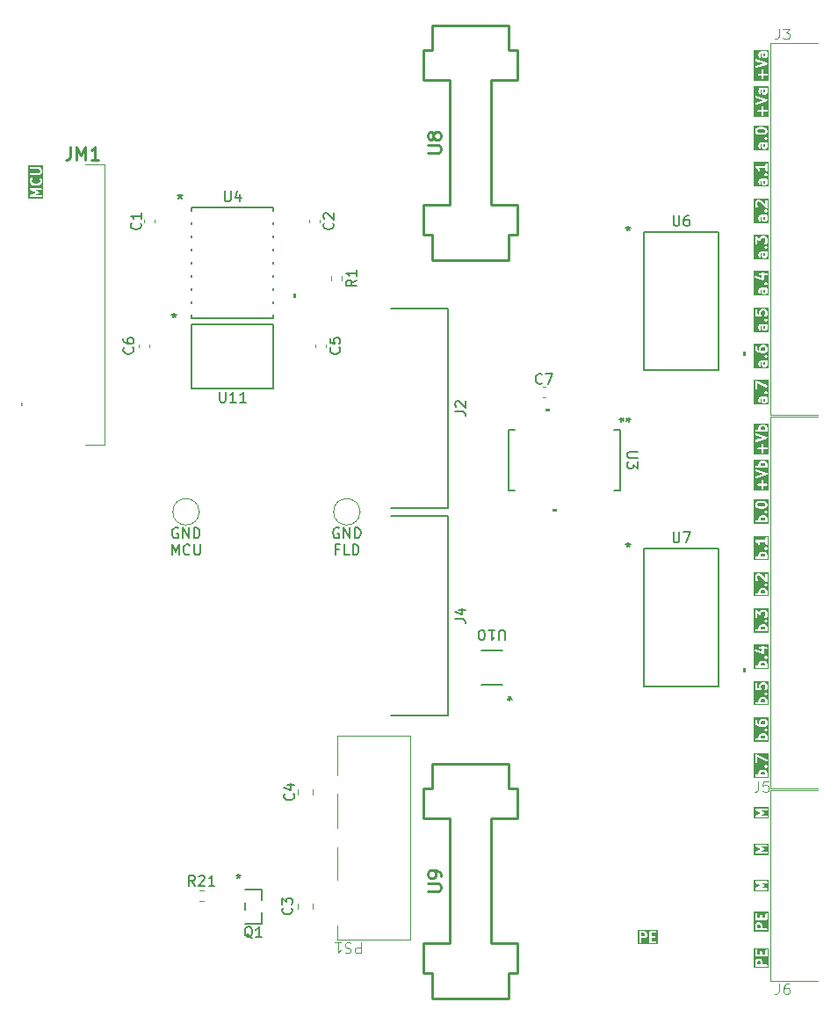
<source format=gbr>
%TF.GenerationSoftware,KiCad,Pcbnew,9.0.3*%
%TF.CreationDate,2025-09-01T09:15:08+03:00*%
%TF.ProjectId,PMCNV-DQ16src,504d434e-562d-4445-9131-367372632e6b,rev?*%
%TF.SameCoordinates,Original*%
%TF.FileFunction,Legend,Top*%
%TF.FilePolarity,Positive*%
%FSLAX46Y46*%
G04 Gerber Fmt 4.6, Leading zero omitted, Abs format (unit mm)*
G04 Created by KiCad (PCBNEW 9.0.3) date 2025-09-01 09:15:08*
%MOMM*%
%LPD*%
G01*
G04 APERTURE LIST*
%ADD10C,0.200000*%
%ADD11C,0.100000*%
%ADD12C,0.150000*%
%ADD13C,0.254000*%
%ADD14C,0.152400*%
%ADD15C,0.000000*%
%ADD16C,0.120000*%
G04 APERTURE END LIST*
D10*
G36*
X33352219Y40643060D02*
G01*
X33352219Y40452179D01*
X33330064Y40407870D01*
X33285754Y40385715D01*
X33237730Y40385715D01*
X33193421Y40407870D01*
X33171266Y40452180D01*
X33171266Y40661905D01*
X33342796Y40661905D01*
X33352219Y40643060D01*
G37*
G36*
X33663330Y38028906D02*
G01*
X32241893Y38028906D01*
X32241893Y38638557D01*
X32592235Y38638557D01*
X32592235Y38599539D01*
X32607167Y38563491D01*
X32634757Y38535901D01*
X32670805Y38520969D01*
X32690314Y38519048D01*
X32971266Y38519048D01*
X32971266Y38238096D01*
X32973187Y38218587D01*
X32988119Y38182539D01*
X33015709Y38154949D01*
X33051757Y38140017D01*
X33090775Y38140017D01*
X33126823Y38154949D01*
X33154413Y38182539D01*
X33169345Y38218587D01*
X33171266Y38238096D01*
X33171266Y38519048D01*
X33452219Y38519048D01*
X33471728Y38520969D01*
X33507776Y38535901D01*
X33535366Y38563491D01*
X33550298Y38599539D01*
X33550298Y38638557D01*
X33535366Y38674605D01*
X33507776Y38702195D01*
X33471728Y38717127D01*
X33452219Y38719048D01*
X33171266Y38719048D01*
X33171266Y39000000D01*
X33169345Y39019509D01*
X33154413Y39055557D01*
X33126823Y39083147D01*
X33090775Y39098079D01*
X33051757Y39098079D01*
X33015709Y39083147D01*
X32988119Y39055557D01*
X32973187Y39019509D01*
X32971266Y39000000D01*
X32971266Y38719048D01*
X32690314Y38719048D01*
X32670805Y38717127D01*
X32634757Y38702195D01*
X32607167Y38674605D01*
X32592235Y38638557D01*
X32241893Y38638557D01*
X32241893Y40012507D01*
X32353004Y40012507D01*
X32355770Y39973587D01*
X32373220Y39938688D01*
X32402696Y39913123D01*
X32420596Y39905132D01*
X33135991Y39666667D01*
X32420596Y39428202D01*
X32402696Y39420211D01*
X32373220Y39394646D01*
X32355770Y39359747D01*
X32353004Y39320827D01*
X32365342Y39283811D01*
X32390907Y39254335D01*
X32425806Y39236885D01*
X32464726Y39234119D01*
X32483842Y39238466D01*
X33483841Y39571799D01*
X33501742Y39579790D01*
X33507143Y39584475D01*
X33513530Y39587668D01*
X33521742Y39597137D01*
X33531218Y39605355D01*
X33534413Y39611747D01*
X33539095Y39617144D01*
X33543061Y39629042D01*
X33548667Y39640254D01*
X33549173Y39647379D01*
X33551434Y39654160D01*
X33550544Y39666667D01*
X33551434Y39679174D01*
X33549173Y39685956D01*
X33548667Y39693080D01*
X33543061Y39704293D01*
X33539095Y39716190D01*
X33534413Y39721588D01*
X33531218Y39727979D01*
X33521742Y39736198D01*
X33513530Y39745666D01*
X33507143Y39748860D01*
X33501742Y39753544D01*
X33483841Y39761535D01*
X32483842Y40094868D01*
X32464726Y40099215D01*
X32425806Y40096449D01*
X32390907Y40078999D01*
X32365342Y40049523D01*
X32353004Y40012507D01*
X32241893Y40012507D01*
X32241893Y40619048D01*
X32685552Y40619048D01*
X32685552Y40428572D01*
X32687473Y40409063D01*
X32688848Y40405743D01*
X32689103Y40402159D01*
X32696109Y40383851D01*
X32743728Y40288613D01*
X32754171Y40272023D01*
X32783648Y40246458D01*
X32820664Y40234120D01*
X32859584Y40236885D01*
X32894482Y40254334D01*
X32920047Y40283811D01*
X32932386Y40320827D01*
X32929620Y40359747D01*
X32922614Y40378056D01*
X32885552Y40452180D01*
X32885552Y40595441D01*
X32907707Y40639751D01*
X32952016Y40661905D01*
X32961843Y40661905D01*
X32971266Y40643060D01*
X32971266Y40428572D01*
X32973187Y40409063D01*
X32974562Y40405743D01*
X32974817Y40402159D01*
X32981823Y40383851D01*
X33029442Y40288613D01*
X33031495Y40285350D01*
X33032009Y40283811D01*
X33033671Y40281895D01*
X33039885Y40272023D01*
X33049355Y40263810D01*
X33057573Y40254334D01*
X33067446Y40248120D01*
X33069362Y40246458D01*
X33070900Y40245946D01*
X33074164Y40243891D01*
X33169401Y40196272D01*
X33187710Y40189266D01*
X33191293Y40189012D01*
X33194614Y40187636D01*
X33214123Y40185715D01*
X33309361Y40185715D01*
X33328870Y40187636D01*
X33332190Y40189012D01*
X33335773Y40189266D01*
X33354082Y40196272D01*
X33449321Y40243891D01*
X33452584Y40245945D01*
X33454123Y40246458D01*
X33456039Y40248121D01*
X33465911Y40254334D01*
X33474125Y40263806D01*
X33483600Y40272022D01*
X33489812Y40281893D01*
X33491476Y40283810D01*
X33491989Y40285351D01*
X33494043Y40288613D01*
X33541662Y40383850D01*
X33548668Y40402159D01*
X33548922Y40405743D01*
X33550298Y40409063D01*
X33552219Y40428572D01*
X33552219Y40666667D01*
X33550298Y40686176D01*
X33548922Y40689497D01*
X33548668Y40693080D01*
X33541662Y40711389D01*
X33539360Y40715992D01*
X33550298Y40742396D01*
X33550298Y40781414D01*
X33535366Y40817462D01*
X33507776Y40845052D01*
X33471728Y40859984D01*
X33452219Y40861905D01*
X32928409Y40861905D01*
X32908900Y40859984D01*
X32905579Y40858609D01*
X32901996Y40858354D01*
X32883687Y40851348D01*
X32788450Y40803729D01*
X32785186Y40801675D01*
X32783648Y40801162D01*
X32781732Y40799501D01*
X32771859Y40793286D01*
X32763641Y40783811D01*
X32754171Y40775597D01*
X32747957Y40765726D01*
X32746295Y40763809D01*
X32745781Y40762271D01*
X32743728Y40759007D01*
X32696109Y40663769D01*
X32689103Y40645461D01*
X32688848Y40641878D01*
X32687473Y40638557D01*
X32685552Y40619048D01*
X32241893Y40619048D01*
X32241893Y40973016D01*
X33663330Y40973016D01*
X33663330Y38028906D01*
G37*
G36*
X33297746Y8179718D02*
G01*
X33322414Y8155051D01*
X33352219Y8095441D01*
X33352219Y7952179D01*
X33342797Y7933334D01*
X32894975Y7933334D01*
X32885552Y7952180D01*
X32885552Y8095441D01*
X32915357Y8155051D01*
X32940025Y8179720D01*
X32999635Y8209524D01*
X33238135Y8209524D01*
X33297746Y8179718D01*
G37*
G36*
X33663330Y5528906D02*
G01*
X32241893Y5528906D01*
X32241893Y6138557D01*
X32592235Y6138557D01*
X32592235Y6099539D01*
X32607167Y6063491D01*
X32634757Y6035901D01*
X32670805Y6020969D01*
X32690314Y6019048D01*
X32971266Y6019048D01*
X32971266Y5738096D01*
X32973187Y5718587D01*
X32988119Y5682539D01*
X33015709Y5654949D01*
X33051757Y5640017D01*
X33090775Y5640017D01*
X33126823Y5654949D01*
X33154413Y5682539D01*
X33169345Y5718587D01*
X33171266Y5738096D01*
X33171266Y6019048D01*
X33452219Y6019048D01*
X33471728Y6020969D01*
X33507776Y6035901D01*
X33535366Y6063491D01*
X33550298Y6099539D01*
X33550298Y6138557D01*
X33535366Y6174605D01*
X33507776Y6202195D01*
X33471728Y6217127D01*
X33452219Y6219048D01*
X33171266Y6219048D01*
X33171266Y6500000D01*
X33169345Y6519509D01*
X33154413Y6555557D01*
X33126823Y6583147D01*
X33090775Y6598079D01*
X33051757Y6598079D01*
X33015709Y6583147D01*
X32988119Y6555557D01*
X32973187Y6519509D01*
X32971266Y6500000D01*
X32971266Y6219048D01*
X32690314Y6219048D01*
X32670805Y6217127D01*
X32634757Y6202195D01*
X32607167Y6174605D01*
X32592235Y6138557D01*
X32241893Y6138557D01*
X32241893Y7512507D01*
X32353004Y7512507D01*
X32355770Y7473587D01*
X32373220Y7438688D01*
X32402696Y7413123D01*
X32420596Y7405132D01*
X33135991Y7166667D01*
X32420596Y6928202D01*
X32402696Y6920211D01*
X32373220Y6894646D01*
X32355770Y6859747D01*
X32353004Y6820827D01*
X32365342Y6783811D01*
X32390907Y6754335D01*
X32425806Y6736885D01*
X32464726Y6734119D01*
X32483842Y6738466D01*
X33483841Y7071799D01*
X33501742Y7079790D01*
X33507143Y7084475D01*
X33513530Y7087668D01*
X33521742Y7097137D01*
X33531218Y7105355D01*
X33534413Y7111747D01*
X33539095Y7117144D01*
X33543061Y7129042D01*
X33548667Y7140254D01*
X33549173Y7147379D01*
X33551434Y7154160D01*
X33550544Y7166667D01*
X33551434Y7179174D01*
X33549173Y7185956D01*
X33548667Y7193080D01*
X33543061Y7204293D01*
X33539095Y7216190D01*
X33534413Y7221588D01*
X33531218Y7227979D01*
X33521742Y7236198D01*
X33513530Y7245666D01*
X33507143Y7248860D01*
X33501742Y7253544D01*
X33483841Y7261535D01*
X32483842Y7594868D01*
X32464726Y7599215D01*
X32425806Y7596449D01*
X32390907Y7578999D01*
X32365342Y7549523D01*
X32353004Y7512507D01*
X32241893Y7512507D01*
X32241893Y7852843D01*
X32354140Y7852843D01*
X32354140Y7813825D01*
X32369072Y7777777D01*
X32396662Y7750187D01*
X32432710Y7735255D01*
X32452219Y7733334D01*
X33452219Y7733334D01*
X33471728Y7735255D01*
X33507776Y7750187D01*
X33535366Y7777777D01*
X33550298Y7813825D01*
X33550298Y7852843D01*
X33539360Y7879248D01*
X33541662Y7883850D01*
X33548668Y7902159D01*
X33548922Y7905743D01*
X33550298Y7909063D01*
X33552219Y7928572D01*
X33552219Y8119048D01*
X33550298Y8138557D01*
X33548922Y8141878D01*
X33548668Y8145461D01*
X33541662Y8163770D01*
X33494043Y8259007D01*
X33488757Y8267404D01*
X33487747Y8269844D01*
X33485493Y8272590D01*
X33483600Y8275598D01*
X33481603Y8277330D01*
X33475310Y8284998D01*
X33427690Y8332616D01*
X33420020Y8338911D01*
X33418291Y8340905D01*
X33415286Y8342797D01*
X33412537Y8345053D01*
X33410093Y8346065D01*
X33401701Y8351348D01*
X33306463Y8398967D01*
X33288155Y8405973D01*
X33284571Y8406228D01*
X33281251Y8407603D01*
X33261742Y8409524D01*
X32976028Y8409524D01*
X32956519Y8407603D01*
X32953198Y8406228D01*
X32949615Y8405973D01*
X32931306Y8398967D01*
X32836069Y8351348D01*
X32827672Y8346063D01*
X32825232Y8345052D01*
X32822486Y8342799D01*
X32819478Y8340905D01*
X32817745Y8338908D01*
X32810079Y8332615D01*
X32762460Y8284997D01*
X32756165Y8277327D01*
X32754171Y8275597D01*
X32752277Y8272590D01*
X32750024Y8269843D01*
X32749013Y8267404D01*
X32743728Y8259007D01*
X32696109Y8163769D01*
X32689103Y8145461D01*
X32688848Y8141878D01*
X32687473Y8138557D01*
X32685552Y8119048D01*
X32685552Y7933334D01*
X32452219Y7933334D01*
X32432710Y7931413D01*
X32396662Y7916481D01*
X32369072Y7888891D01*
X32354140Y7852843D01*
X32241893Y7852843D01*
X32241893Y8520635D01*
X33663330Y8520635D01*
X33663330Y5528906D01*
G37*
G36*
X33352219Y14381156D02*
G01*
X33352219Y14190275D01*
X33330064Y14145966D01*
X33285754Y14123811D01*
X33237730Y14123811D01*
X33193421Y14145966D01*
X33171266Y14190276D01*
X33171266Y14400001D01*
X33342796Y14400001D01*
X33352219Y14381156D01*
G37*
G36*
X33297746Y15846385D02*
G01*
X33322414Y15821718D01*
X33352219Y15762108D01*
X33352219Y15618846D01*
X33322414Y15559237D01*
X33297746Y15534570D01*
X33238135Y15504763D01*
X33047254Y15504763D01*
X32987644Y15534568D01*
X32962976Y15559237D01*
X32933171Y15618847D01*
X32933171Y15762108D01*
X32962976Y15821718D01*
X32987644Y15846387D01*
X33047254Y15876191D01*
X33238135Y15876191D01*
X33297746Y15846385D01*
G37*
G36*
X33663330Y13812700D02*
G01*
X32241108Y13812700D01*
X32241108Y14357144D01*
X32685552Y14357144D01*
X32685552Y14166668D01*
X32687473Y14147159D01*
X32688848Y14143839D01*
X32689103Y14140255D01*
X32696109Y14121947D01*
X32743728Y14026709D01*
X32754171Y14010119D01*
X32783648Y13984554D01*
X32820664Y13972216D01*
X32859584Y13974981D01*
X32894482Y13992430D01*
X32920047Y14021907D01*
X32932386Y14058923D01*
X32929620Y14097843D01*
X32922614Y14116152D01*
X32885552Y14190276D01*
X32885552Y14333537D01*
X32907707Y14377847D01*
X32952016Y14400001D01*
X32961843Y14400001D01*
X32971266Y14381156D01*
X32971266Y14166668D01*
X32973187Y14147159D01*
X32974562Y14143839D01*
X32974817Y14140255D01*
X32981823Y14121947D01*
X33029442Y14026709D01*
X33031495Y14023446D01*
X33032009Y14021907D01*
X33033671Y14019991D01*
X33039885Y14010119D01*
X33049355Y14001906D01*
X33057573Y13992430D01*
X33067446Y13986216D01*
X33069362Y13984554D01*
X33070900Y13984042D01*
X33074164Y13981987D01*
X33169401Y13934368D01*
X33187710Y13927362D01*
X33191293Y13927108D01*
X33194614Y13925732D01*
X33214123Y13923811D01*
X33309361Y13923811D01*
X33328870Y13925732D01*
X33332190Y13927108D01*
X33335773Y13927362D01*
X33354082Y13934368D01*
X33449321Y13981987D01*
X33452584Y13984041D01*
X33454123Y13984554D01*
X33456039Y13986217D01*
X33465911Y13992430D01*
X33474125Y14001902D01*
X33483600Y14010118D01*
X33489812Y14019989D01*
X33491476Y14021906D01*
X33491989Y14023447D01*
X33494043Y14026709D01*
X33541662Y14121946D01*
X33548668Y14140255D01*
X33548922Y14143839D01*
X33550298Y14147159D01*
X33552219Y14166668D01*
X33552219Y14404763D01*
X33550298Y14424272D01*
X33548922Y14427593D01*
X33548668Y14431176D01*
X33541662Y14449485D01*
X33539360Y14454088D01*
X33550298Y14480492D01*
X33550298Y14519510D01*
X33535366Y14555558D01*
X33507776Y14583148D01*
X33471728Y14598080D01*
X33452219Y14600001D01*
X32928409Y14600001D01*
X32908900Y14598080D01*
X32905579Y14596705D01*
X32901996Y14596450D01*
X32883687Y14589444D01*
X32788450Y14541825D01*
X32785186Y14539771D01*
X32783648Y14539258D01*
X32781732Y14537597D01*
X32771859Y14531382D01*
X32763641Y14521907D01*
X32754171Y14513693D01*
X32747957Y14503822D01*
X32746295Y14501905D01*
X32745781Y14500367D01*
X32743728Y14497103D01*
X32696109Y14401865D01*
X32689103Y14383557D01*
X32688848Y14379974D01*
X32687473Y14376653D01*
X32685552Y14357144D01*
X32241108Y14357144D01*
X32241108Y14995701D01*
X33258901Y14995701D01*
X33258901Y14956683D01*
X33260385Y14953100D01*
X33273832Y14920635D01*
X33273833Y14920634D01*
X33286270Y14905481D01*
X33333890Y14857862D01*
X33349043Y14845425D01*
X33374533Y14834868D01*
X33385091Y14830494D01*
X33385092Y14830494D01*
X33424109Y14830494D01*
X33445226Y14839242D01*
X33460158Y14845426D01*
X33460162Y14845431D01*
X33475311Y14857862D01*
X33522929Y14905481D01*
X33535366Y14920634D01*
X33546735Y14948082D01*
X33550298Y14956683D01*
X33550298Y14995701D01*
X33535366Y15031749D01*
X33535366Y15031750D01*
X33522929Y15046903D01*
X33475311Y15094522D01*
X33460162Y15106954D01*
X33460158Y15106958D01*
X33445226Y15113143D01*
X33424109Y15121890D01*
X33385091Y15121890D01*
X33374533Y15117517D01*
X33349043Y15106959D01*
X33333890Y15094522D01*
X33286270Y15046903D01*
X33273833Y15031750D01*
X33273832Y15031749D01*
X33263274Y15006259D01*
X33258901Y14995701D01*
X32241108Y14995701D01*
X32241108Y15880953D01*
X32352219Y15880953D01*
X32352219Y15690477D01*
X32354140Y15670968D01*
X32355515Y15667648D01*
X32355770Y15664064D01*
X32362776Y15645756D01*
X32410395Y15550518D01*
X32415680Y15542122D01*
X32416691Y15539682D01*
X32418944Y15536936D01*
X32420838Y15533928D01*
X32422832Y15532199D01*
X32429127Y15524528D01*
X32476746Y15476910D01*
X32476798Y15476867D01*
X32476820Y15476835D01*
X32484413Y15470618D01*
X32491899Y15464473D01*
X32491933Y15464459D01*
X32491987Y15464415D01*
X32634844Y15369177D01*
X32645613Y15363435D01*
X32647600Y15361963D01*
X32649945Y15361125D01*
X32652142Y15359954D01*
X32654565Y15359475D01*
X32666060Y15355368D01*
X32856536Y15307749D01*
X32859917Y15307249D01*
X32861281Y15306684D01*
X32868631Y15305961D01*
X32875929Y15304881D01*
X32877387Y15305099D01*
X32880790Y15304763D01*
X33261742Y15304763D01*
X33281251Y15306684D01*
X33284571Y15308060D01*
X33288155Y15308314D01*
X33306463Y15315320D01*
X33401701Y15362939D01*
X33410093Y15368223D01*
X33412537Y15369234D01*
X33415286Y15371491D01*
X33418291Y15373382D01*
X33420020Y15375377D01*
X33427690Y15381671D01*
X33475310Y15429289D01*
X33481603Y15436958D01*
X33483600Y15438689D01*
X33485493Y15441698D01*
X33487747Y15444443D01*
X33488757Y15446884D01*
X33494043Y15455280D01*
X33541662Y15550517D01*
X33548668Y15568826D01*
X33548922Y15572410D01*
X33550298Y15575730D01*
X33552219Y15595239D01*
X33552219Y15785715D01*
X33550298Y15805224D01*
X33548922Y15808545D01*
X33548668Y15812128D01*
X33541662Y15830437D01*
X33494043Y15925674D01*
X33488757Y15934071D01*
X33487747Y15936511D01*
X33485493Y15939257D01*
X33483600Y15942265D01*
X33481603Y15943997D01*
X33475310Y15951665D01*
X33427690Y15999283D01*
X33420020Y16005578D01*
X33418291Y16007572D01*
X33415286Y16009464D01*
X33412537Y16011720D01*
X33410093Y16012732D01*
X33401701Y16018015D01*
X33306463Y16065634D01*
X33288155Y16072640D01*
X33284571Y16072895D01*
X33281251Y16074270D01*
X33261742Y16076191D01*
X33023647Y16076191D01*
X33004138Y16074270D01*
X33000817Y16072895D01*
X32997234Y16072640D01*
X32978925Y16065634D01*
X32883688Y16018015D01*
X32875291Y16012730D01*
X32872851Y16011719D01*
X32870105Y16009466D01*
X32867097Y16007572D01*
X32865364Y16005575D01*
X32857698Y15999282D01*
X32810079Y15951664D01*
X32803784Y15943994D01*
X32801790Y15942264D01*
X32799896Y15939257D01*
X32797643Y15936510D01*
X32796632Y15934071D01*
X32791347Y15925674D01*
X32743728Y15830436D01*
X32736722Y15812128D01*
X32736467Y15808545D01*
X32735092Y15805224D01*
X32733171Y15785715D01*
X32733171Y15595239D01*
X32735092Y15575730D01*
X32736467Y15572410D01*
X32736722Y15568826D01*
X32743728Y15550518D01*
X32748534Y15540905D01*
X32731372Y15545195D01*
X32611165Y15625333D01*
X32582024Y15654475D01*
X32552219Y15714085D01*
X32552219Y15880953D01*
X32550298Y15900462D01*
X32535366Y15936510D01*
X32507776Y15964100D01*
X32471728Y15979032D01*
X32432710Y15979032D01*
X32396662Y15964100D01*
X32369072Y15936510D01*
X32354140Y15900462D01*
X32352219Y15880953D01*
X32241108Y15880953D01*
X32241108Y16187302D01*
X33663330Y16187302D01*
X33663330Y13812700D01*
G37*
G36*
X33352219Y24881156D02*
G01*
X33352219Y24690275D01*
X33330064Y24645966D01*
X33285754Y24623811D01*
X33237730Y24623811D01*
X33193421Y24645966D01*
X33171266Y24690276D01*
X33171266Y24900001D01*
X33342796Y24900001D01*
X33352219Y24881156D01*
G37*
G36*
X33663330Y24312700D02*
G01*
X32241108Y24312700D01*
X32241108Y24857144D01*
X32685552Y24857144D01*
X32685552Y24666668D01*
X32687473Y24647159D01*
X32688848Y24643839D01*
X32689103Y24640255D01*
X32696109Y24621947D01*
X32743728Y24526709D01*
X32754171Y24510119D01*
X32783648Y24484554D01*
X32820664Y24472216D01*
X32859584Y24474981D01*
X32894482Y24492430D01*
X32920047Y24521907D01*
X32932386Y24558923D01*
X32929620Y24597843D01*
X32922614Y24616152D01*
X32885552Y24690276D01*
X32885552Y24833537D01*
X32907707Y24877847D01*
X32952016Y24900001D01*
X32961843Y24900001D01*
X32971266Y24881156D01*
X32971266Y24666668D01*
X32973187Y24647159D01*
X32974562Y24643839D01*
X32974817Y24640255D01*
X32981823Y24621947D01*
X33029442Y24526709D01*
X33031495Y24523446D01*
X33032009Y24521907D01*
X33033671Y24519991D01*
X33039885Y24510119D01*
X33049355Y24501906D01*
X33057573Y24492430D01*
X33067446Y24486216D01*
X33069362Y24484554D01*
X33070900Y24484042D01*
X33074164Y24481987D01*
X33169401Y24434368D01*
X33187710Y24427362D01*
X33191293Y24427108D01*
X33194614Y24425732D01*
X33214123Y24423811D01*
X33309361Y24423811D01*
X33328870Y24425732D01*
X33332190Y24427108D01*
X33335773Y24427362D01*
X33354082Y24434368D01*
X33449321Y24481987D01*
X33452584Y24484041D01*
X33454123Y24484554D01*
X33456039Y24486217D01*
X33465911Y24492430D01*
X33474125Y24501902D01*
X33483600Y24510118D01*
X33489812Y24519989D01*
X33491476Y24521906D01*
X33491989Y24523447D01*
X33494043Y24526709D01*
X33541662Y24621946D01*
X33548668Y24640255D01*
X33548922Y24643839D01*
X33550298Y24647159D01*
X33552219Y24666668D01*
X33552219Y24904763D01*
X33550298Y24924272D01*
X33548922Y24927593D01*
X33548668Y24931176D01*
X33541662Y24949485D01*
X33539360Y24954088D01*
X33550298Y24980492D01*
X33550298Y25019510D01*
X33535366Y25055558D01*
X33507776Y25083148D01*
X33471728Y25098080D01*
X33452219Y25100001D01*
X32928409Y25100001D01*
X32908900Y25098080D01*
X32905579Y25096705D01*
X32901996Y25096450D01*
X32883687Y25089444D01*
X32788450Y25041825D01*
X32785186Y25039771D01*
X32783648Y25039258D01*
X32781732Y25037597D01*
X32771859Y25031382D01*
X32763641Y25021907D01*
X32754171Y25013693D01*
X32747957Y25003822D01*
X32746295Y25001905D01*
X32745781Y25000367D01*
X32743728Y24997103D01*
X32696109Y24901865D01*
X32689103Y24883557D01*
X32688848Y24879974D01*
X32687473Y24876653D01*
X32685552Y24857144D01*
X32241108Y24857144D01*
X32241108Y25495701D01*
X33258901Y25495701D01*
X33258901Y25456683D01*
X33260385Y25453100D01*
X33273832Y25420635D01*
X33273833Y25420634D01*
X33286270Y25405481D01*
X33333890Y25357862D01*
X33349043Y25345425D01*
X33374533Y25334868D01*
X33385091Y25330494D01*
X33385092Y25330494D01*
X33424109Y25330494D01*
X33445226Y25339242D01*
X33460158Y25345426D01*
X33460162Y25345431D01*
X33475311Y25357862D01*
X33522929Y25405481D01*
X33535366Y25420634D01*
X33546735Y25448082D01*
X33550298Y25456683D01*
X33550298Y25495701D01*
X33535366Y25531749D01*
X33535366Y25531750D01*
X33522929Y25546903D01*
X33475311Y25594522D01*
X33460162Y25606954D01*
X33460158Y25606958D01*
X33445226Y25613143D01*
X33424109Y25621890D01*
X33385091Y25621890D01*
X33374533Y25617517D01*
X33349043Y25606959D01*
X33333890Y25594522D01*
X33286270Y25546903D01*
X33273833Y25531750D01*
X33273832Y25531749D01*
X33263274Y25506259D01*
X33258901Y25495701D01*
X32241108Y25495701D01*
X32241108Y26476191D01*
X32352219Y26476191D01*
X32352219Y25857144D01*
X32354140Y25837635D01*
X32369072Y25801587D01*
X32396662Y25773997D01*
X32432710Y25759065D01*
X32471728Y25759065D01*
X32507776Y25773997D01*
X32535366Y25801587D01*
X32550298Y25837635D01*
X32552219Y25857144D01*
X32552219Y26255815D01*
X32767321Y26067600D01*
X32775754Y26061571D01*
X32777614Y26059711D01*
X32779377Y26058981D01*
X32783268Y26056199D01*
X32798656Y26050995D01*
X32813662Y26044779D01*
X32817036Y26044779D01*
X32820229Y26043699D01*
X32836432Y26044779D01*
X32852680Y26044779D01*
X32855795Y26046070D01*
X32859161Y26046294D01*
X32873726Y26053497D01*
X32888728Y26059711D01*
X32891111Y26062095D01*
X32894136Y26063590D01*
X32904840Y26075824D01*
X32916318Y26087301D01*
X32917607Y26090415D01*
X32919830Y26092954D01*
X32925035Y26108346D01*
X32931250Y26123349D01*
X32931718Y26128109D01*
X32932330Y26129916D01*
X32932155Y26132541D01*
X32933171Y26142858D01*
X32933171Y26262108D01*
X32962976Y26321718D01*
X32987644Y26346387D01*
X33047254Y26376191D01*
X33238135Y26376191D01*
X33297746Y26346385D01*
X33322414Y26321718D01*
X33352219Y26262108D01*
X33352219Y26023608D01*
X33322414Y25963999D01*
X33286270Y25927855D01*
X33273833Y25912702D01*
X33258902Y25876654D01*
X33258901Y25837636D01*
X33273832Y25801587D01*
X33301422Y25773997D01*
X33337470Y25759066D01*
X33376488Y25759065D01*
X33412537Y25773996D01*
X33427690Y25786433D01*
X33475310Y25834051D01*
X33481603Y25841720D01*
X33483600Y25843451D01*
X33485493Y25846460D01*
X33487747Y25849205D01*
X33488757Y25851646D01*
X33494043Y25860042D01*
X33541662Y25955279D01*
X33548668Y25973588D01*
X33548922Y25977172D01*
X33550298Y25980492D01*
X33552219Y26000001D01*
X33552219Y26285715D01*
X33550298Y26305224D01*
X33548922Y26308545D01*
X33548668Y26312128D01*
X33541662Y26330437D01*
X33494043Y26425674D01*
X33488757Y26434071D01*
X33487747Y26436511D01*
X33485493Y26439257D01*
X33483600Y26442265D01*
X33481603Y26443997D01*
X33475310Y26451665D01*
X33427690Y26499283D01*
X33420020Y26505578D01*
X33418291Y26507572D01*
X33415286Y26509464D01*
X33412537Y26511720D01*
X33410093Y26512732D01*
X33401701Y26518015D01*
X33306463Y26565634D01*
X33288155Y26572640D01*
X33284571Y26572895D01*
X33281251Y26574270D01*
X33261742Y26576191D01*
X33023647Y26576191D01*
X33004138Y26574270D01*
X33000817Y26572895D01*
X32997234Y26572640D01*
X32978925Y26565634D01*
X32883688Y26518015D01*
X32875291Y26512730D01*
X32872851Y26511719D01*
X32870105Y26509466D01*
X32867097Y26507572D01*
X32865364Y26505575D01*
X32857698Y26499282D01*
X32810079Y26451664D01*
X32803784Y26443994D01*
X32801790Y26442264D01*
X32799896Y26439257D01*
X32797643Y26436510D01*
X32796632Y26434071D01*
X32791347Y26425674D01*
X32751923Y26346827D01*
X32518069Y26551449D01*
X32509635Y26557479D01*
X32507776Y26559338D01*
X32506012Y26560069D01*
X32502122Y26562850D01*
X32486733Y26568055D01*
X32471728Y26574270D01*
X32468354Y26574270D01*
X32465161Y26575350D01*
X32448958Y26574270D01*
X32432710Y26574270D01*
X32429594Y26572980D01*
X32426229Y26572755D01*
X32411668Y26565555D01*
X32396662Y26559338D01*
X32394277Y26556954D01*
X32391254Y26555458D01*
X32380556Y26543233D01*
X32369072Y26531748D01*
X32367781Y26528634D01*
X32365560Y26526094D01*
X32360355Y26510706D01*
X32354140Y26495700D01*
X32353671Y26490941D01*
X32353060Y26489133D01*
X32353234Y26486509D01*
X32352219Y26476191D01*
X32241108Y26476191D01*
X32241108Y26687302D01*
X33663330Y26687302D01*
X33663330Y24312700D01*
G37*
G36*
X33352219Y21381156D02*
G01*
X33352219Y21190275D01*
X33330064Y21145966D01*
X33285754Y21123811D01*
X33237730Y21123811D01*
X33193421Y21145966D01*
X33171266Y21190276D01*
X33171266Y21400001D01*
X33342796Y21400001D01*
X33352219Y21381156D01*
G37*
G36*
X33663330Y20812700D02*
G01*
X32194274Y20812700D01*
X32194274Y21357144D01*
X32685552Y21357144D01*
X32685552Y21166668D01*
X32687473Y21147159D01*
X32688848Y21143839D01*
X32689103Y21140255D01*
X32696109Y21121947D01*
X32743728Y21026709D01*
X32754171Y21010119D01*
X32783648Y20984554D01*
X32820664Y20972216D01*
X32859584Y20974981D01*
X32894482Y20992430D01*
X32920047Y21021907D01*
X32932386Y21058923D01*
X32929620Y21097843D01*
X32922614Y21116152D01*
X32885552Y21190276D01*
X32885552Y21333537D01*
X32907707Y21377847D01*
X32952016Y21400001D01*
X32961843Y21400001D01*
X32971266Y21381156D01*
X32971266Y21166668D01*
X32973187Y21147159D01*
X32974562Y21143839D01*
X32974817Y21140255D01*
X32981823Y21121947D01*
X33029442Y21026709D01*
X33031495Y21023446D01*
X33032009Y21021907D01*
X33033671Y21019991D01*
X33039885Y21010119D01*
X33049355Y21001906D01*
X33057573Y20992430D01*
X33067446Y20986216D01*
X33069362Y20984554D01*
X33070900Y20984042D01*
X33074164Y20981987D01*
X33169401Y20934368D01*
X33187710Y20927362D01*
X33191293Y20927108D01*
X33194614Y20925732D01*
X33214123Y20923811D01*
X33309361Y20923811D01*
X33328870Y20925732D01*
X33332190Y20927108D01*
X33335773Y20927362D01*
X33354082Y20934368D01*
X33449321Y20981987D01*
X33452584Y20984041D01*
X33454123Y20984554D01*
X33456039Y20986217D01*
X33465911Y20992430D01*
X33474125Y21001902D01*
X33483600Y21010118D01*
X33489812Y21019989D01*
X33491476Y21021906D01*
X33491989Y21023447D01*
X33494043Y21026709D01*
X33541662Y21121946D01*
X33548668Y21140255D01*
X33548922Y21143839D01*
X33550298Y21147159D01*
X33552219Y21166668D01*
X33552219Y21404763D01*
X33550298Y21424272D01*
X33548922Y21427593D01*
X33548668Y21431176D01*
X33541662Y21449485D01*
X33539360Y21454088D01*
X33550298Y21480492D01*
X33550298Y21519510D01*
X33535366Y21555558D01*
X33507776Y21583148D01*
X33471728Y21598080D01*
X33452219Y21600001D01*
X32928409Y21600001D01*
X32908900Y21598080D01*
X32905579Y21596705D01*
X32901996Y21596450D01*
X32883687Y21589444D01*
X32788450Y21541825D01*
X32785186Y21539771D01*
X32783648Y21539258D01*
X32781732Y21537597D01*
X32771859Y21531382D01*
X32763641Y21521907D01*
X32754171Y21513693D01*
X32747957Y21503822D01*
X32746295Y21501905D01*
X32745781Y21500367D01*
X32743728Y21497103D01*
X32696109Y21401865D01*
X32689103Y21383557D01*
X32688848Y21379974D01*
X32687473Y21376653D01*
X32685552Y21357144D01*
X32194274Y21357144D01*
X32194274Y21995701D01*
X33258901Y21995701D01*
X33258901Y21956683D01*
X33260385Y21953100D01*
X33273832Y21920635D01*
X33273833Y21920634D01*
X33286270Y21905481D01*
X33333890Y21857862D01*
X33349043Y21845425D01*
X33374533Y21834868D01*
X33385091Y21830494D01*
X33385092Y21830494D01*
X33424109Y21830494D01*
X33445226Y21839242D01*
X33460158Y21845426D01*
X33460162Y21845431D01*
X33475311Y21857862D01*
X33522929Y21905481D01*
X33535366Y21920634D01*
X33546735Y21948082D01*
X33550298Y21956683D01*
X33550298Y21995701D01*
X33535366Y22031749D01*
X33535366Y22031750D01*
X33522929Y22046903D01*
X33475311Y22094522D01*
X33460162Y22106954D01*
X33460158Y22106958D01*
X33445226Y22113143D01*
X33424109Y22121890D01*
X33385091Y22121890D01*
X33374533Y22117517D01*
X33349043Y22106959D01*
X33333890Y22094522D01*
X33286270Y22046903D01*
X33273833Y22031750D01*
X33273832Y22031749D01*
X33263274Y22006259D01*
X33258901Y21995701D01*
X32194274Y21995701D01*
X32194274Y22655365D01*
X32305385Y22655365D01*
X32308151Y22616445D01*
X32325601Y22581546D01*
X32355077Y22555981D01*
X32372977Y22547990D01*
X33087262Y22309895D01*
X33096934Y22307696D01*
X33099376Y22306684D01*
X33101382Y22306684D01*
X33106377Y22305548D01*
X33122361Y22306684D01*
X33138394Y22306684D01*
X33141714Y22308060D01*
X33145297Y22308314D01*
X33159627Y22315480D01*
X33174442Y22321616D01*
X33176983Y22324158D01*
X33180196Y22325764D01*
X33190693Y22337868D01*
X33202032Y22349206D01*
X33203407Y22352527D01*
X33205761Y22355240D01*
X33210828Y22370442D01*
X33216964Y22385254D01*
X33217466Y22390355D01*
X33218100Y22392256D01*
X33217912Y22394890D01*
X33218885Y22404763D01*
X33218885Y22780953D01*
X33452219Y22780953D01*
X33471728Y22782874D01*
X33507776Y22797806D01*
X33535366Y22825396D01*
X33550298Y22861444D01*
X33550298Y22900462D01*
X33535366Y22936510D01*
X33507776Y22964100D01*
X33471728Y22979032D01*
X33452219Y22980953D01*
X33218885Y22980953D01*
X33218885Y23023810D01*
X33216964Y23043319D01*
X33202032Y23079367D01*
X33174442Y23106957D01*
X33138394Y23121889D01*
X33099376Y23121889D01*
X33063328Y23106957D01*
X33035738Y23079367D01*
X33020806Y23043319D01*
X33018885Y23023810D01*
X33018885Y22980953D01*
X32785552Y22980953D01*
X32766043Y22979032D01*
X32729995Y22964100D01*
X32702405Y22936510D01*
X32687473Y22900462D01*
X32687473Y22861444D01*
X32702405Y22825396D01*
X32729995Y22797806D01*
X32766043Y22782874D01*
X32785552Y22780953D01*
X33018885Y22780953D01*
X33018885Y22543506D01*
X32436223Y22737726D01*
X32417107Y22742073D01*
X32378187Y22739307D01*
X32343288Y22721857D01*
X32317723Y22692381D01*
X32305385Y22655365D01*
X32194274Y22655365D01*
X32194274Y23233000D01*
X33663330Y23233000D01*
X33663330Y20812700D01*
G37*
G36*
X33352219Y44143060D02*
G01*
X33352219Y43952179D01*
X33330064Y43907870D01*
X33285754Y43885715D01*
X33237730Y43885715D01*
X33193421Y43907870D01*
X33171266Y43952180D01*
X33171266Y44161905D01*
X33342796Y44161905D01*
X33352219Y44143060D01*
G37*
G36*
X33663330Y41528906D02*
G01*
X32241893Y41528906D01*
X32241893Y42138557D01*
X32592235Y42138557D01*
X32592235Y42099539D01*
X32607167Y42063491D01*
X32634757Y42035901D01*
X32670805Y42020969D01*
X32690314Y42019048D01*
X32971266Y42019048D01*
X32971266Y41738096D01*
X32973187Y41718587D01*
X32988119Y41682539D01*
X33015709Y41654949D01*
X33051757Y41640017D01*
X33090775Y41640017D01*
X33126823Y41654949D01*
X33154413Y41682539D01*
X33169345Y41718587D01*
X33171266Y41738096D01*
X33171266Y42019048D01*
X33452219Y42019048D01*
X33471728Y42020969D01*
X33507776Y42035901D01*
X33535366Y42063491D01*
X33550298Y42099539D01*
X33550298Y42138557D01*
X33535366Y42174605D01*
X33507776Y42202195D01*
X33471728Y42217127D01*
X33452219Y42219048D01*
X33171266Y42219048D01*
X33171266Y42500000D01*
X33169345Y42519509D01*
X33154413Y42555557D01*
X33126823Y42583147D01*
X33090775Y42598079D01*
X33051757Y42598079D01*
X33015709Y42583147D01*
X32988119Y42555557D01*
X32973187Y42519509D01*
X32971266Y42500000D01*
X32971266Y42219048D01*
X32690314Y42219048D01*
X32670805Y42217127D01*
X32634757Y42202195D01*
X32607167Y42174605D01*
X32592235Y42138557D01*
X32241893Y42138557D01*
X32241893Y43512507D01*
X32353004Y43512507D01*
X32355770Y43473587D01*
X32373220Y43438688D01*
X32402696Y43413123D01*
X32420596Y43405132D01*
X33135991Y43166667D01*
X32420596Y42928202D01*
X32402696Y42920211D01*
X32373220Y42894646D01*
X32355770Y42859747D01*
X32353004Y42820827D01*
X32365342Y42783811D01*
X32390907Y42754335D01*
X32425806Y42736885D01*
X32464726Y42734119D01*
X32483842Y42738466D01*
X33483841Y43071799D01*
X33501742Y43079790D01*
X33507143Y43084475D01*
X33513530Y43087668D01*
X33521742Y43097137D01*
X33531218Y43105355D01*
X33534413Y43111747D01*
X33539095Y43117144D01*
X33543061Y43129042D01*
X33548667Y43140254D01*
X33549173Y43147379D01*
X33551434Y43154160D01*
X33550544Y43166667D01*
X33551434Y43179174D01*
X33549173Y43185956D01*
X33548667Y43193080D01*
X33543061Y43204293D01*
X33539095Y43216190D01*
X33534413Y43221588D01*
X33531218Y43227979D01*
X33521742Y43236198D01*
X33513530Y43245666D01*
X33507143Y43248860D01*
X33501742Y43253544D01*
X33483841Y43261535D01*
X32483842Y43594868D01*
X32464726Y43599215D01*
X32425806Y43596449D01*
X32390907Y43578999D01*
X32365342Y43549523D01*
X32353004Y43512507D01*
X32241893Y43512507D01*
X32241893Y44119048D01*
X32685552Y44119048D01*
X32685552Y43928572D01*
X32687473Y43909063D01*
X32688848Y43905743D01*
X32689103Y43902159D01*
X32696109Y43883851D01*
X32743728Y43788613D01*
X32754171Y43772023D01*
X32783648Y43746458D01*
X32820664Y43734120D01*
X32859584Y43736885D01*
X32894482Y43754334D01*
X32920047Y43783811D01*
X32932386Y43820827D01*
X32929620Y43859747D01*
X32922614Y43878056D01*
X32885552Y43952180D01*
X32885552Y44095441D01*
X32907707Y44139751D01*
X32952016Y44161905D01*
X32961843Y44161905D01*
X32971266Y44143060D01*
X32971266Y43928572D01*
X32973187Y43909063D01*
X32974562Y43905743D01*
X32974817Y43902159D01*
X32981823Y43883851D01*
X33029442Y43788613D01*
X33031495Y43785350D01*
X33032009Y43783811D01*
X33033671Y43781895D01*
X33039885Y43772023D01*
X33049355Y43763810D01*
X33057573Y43754334D01*
X33067446Y43748120D01*
X33069362Y43746458D01*
X33070900Y43745946D01*
X33074164Y43743891D01*
X33169401Y43696272D01*
X33187710Y43689266D01*
X33191293Y43689012D01*
X33194614Y43687636D01*
X33214123Y43685715D01*
X33309361Y43685715D01*
X33328870Y43687636D01*
X33332190Y43689012D01*
X33335773Y43689266D01*
X33354082Y43696272D01*
X33449321Y43743891D01*
X33452584Y43745945D01*
X33454123Y43746458D01*
X33456039Y43748121D01*
X33465911Y43754334D01*
X33474125Y43763806D01*
X33483600Y43772022D01*
X33489812Y43781893D01*
X33491476Y43783810D01*
X33491989Y43785351D01*
X33494043Y43788613D01*
X33541662Y43883850D01*
X33548668Y43902159D01*
X33548922Y43905743D01*
X33550298Y43909063D01*
X33552219Y43928572D01*
X33552219Y44166667D01*
X33550298Y44186176D01*
X33548922Y44189497D01*
X33548668Y44193080D01*
X33541662Y44211389D01*
X33539360Y44215992D01*
X33550298Y44242396D01*
X33550298Y44281414D01*
X33535366Y44317462D01*
X33507776Y44345052D01*
X33471728Y44359984D01*
X33452219Y44361905D01*
X32928409Y44361905D01*
X32908900Y44359984D01*
X32905579Y44358609D01*
X32901996Y44358354D01*
X32883687Y44351348D01*
X32788450Y44303729D01*
X32785186Y44301675D01*
X32783648Y44301162D01*
X32781732Y44299501D01*
X32771859Y44293286D01*
X32763641Y44283811D01*
X32754171Y44275597D01*
X32747957Y44265726D01*
X32746295Y44263809D01*
X32745781Y44262271D01*
X32743728Y44259007D01*
X32696109Y44163769D01*
X32689103Y44145461D01*
X32688848Y44141878D01*
X32687473Y44138557D01*
X32685552Y44119048D01*
X32241893Y44119048D01*
X32241893Y44473016D01*
X33663330Y44473016D01*
X33663330Y41528906D01*
G37*
G36*
X32821554Y-43272662D02*
G01*
X32846223Y-43297330D01*
X32876028Y-43356940D01*
X32876028Y-43614285D01*
X32552219Y-43614285D01*
X32552219Y-43356940D01*
X32582024Y-43297330D01*
X32606692Y-43272661D01*
X32666302Y-43242857D01*
X32761945Y-43242857D01*
X32821554Y-43272662D01*
G37*
G36*
X33663330Y-43925396D02*
G01*
X32241108Y-43925396D01*
X32241108Y-43333333D01*
X32352219Y-43333333D01*
X32352219Y-43714285D01*
X32354140Y-43733794D01*
X32369072Y-43769842D01*
X32396662Y-43797432D01*
X32432710Y-43812364D01*
X32452219Y-43814285D01*
X33452219Y-43814285D01*
X33471728Y-43812364D01*
X33507776Y-43797432D01*
X33535366Y-43769842D01*
X33550298Y-43733794D01*
X33550298Y-43694776D01*
X33535366Y-43658728D01*
X33507776Y-43631138D01*
X33471728Y-43616206D01*
X33452219Y-43614285D01*
X33076028Y-43614285D01*
X33076028Y-43333333D01*
X33074107Y-43313824D01*
X33072731Y-43310503D01*
X33072477Y-43306920D01*
X33065471Y-43288611D01*
X33017852Y-43193374D01*
X33012566Y-43184977D01*
X33011556Y-43182537D01*
X33009302Y-43179791D01*
X33007409Y-43176783D01*
X33005411Y-43175050D01*
X32999119Y-43167384D01*
X32951501Y-43119765D01*
X32943830Y-43113470D01*
X32942101Y-43111476D01*
X32939093Y-43109582D01*
X32936347Y-43107329D01*
X32933907Y-43106318D01*
X32925511Y-43101033D01*
X32830273Y-43053414D01*
X32811965Y-43046408D01*
X32808381Y-43046153D01*
X32805061Y-43044778D01*
X32785552Y-43042857D01*
X32642695Y-43042857D01*
X32623186Y-43044778D01*
X32619865Y-43046153D01*
X32616282Y-43046408D01*
X32597973Y-43053414D01*
X32502736Y-43101033D01*
X32494339Y-43106318D01*
X32491899Y-43107329D01*
X32489153Y-43109582D01*
X32486145Y-43111476D01*
X32484412Y-43113473D01*
X32476746Y-43119766D01*
X32429127Y-43167384D01*
X32422832Y-43175054D01*
X32420838Y-43176784D01*
X32418944Y-43179791D01*
X32416691Y-43182538D01*
X32415680Y-43184977D01*
X32410395Y-43193374D01*
X32362776Y-43288612D01*
X32355770Y-43306920D01*
X32355515Y-43310503D01*
X32354140Y-43313824D01*
X32352219Y-43333333D01*
X32241108Y-43333333D01*
X32241108Y-42238095D01*
X32352219Y-42238095D01*
X32352219Y-42714285D01*
X32354140Y-42733794D01*
X32369072Y-42769842D01*
X32396662Y-42797432D01*
X32432710Y-42812364D01*
X32452219Y-42814285D01*
X33452219Y-42814285D01*
X33471728Y-42812364D01*
X33507776Y-42797432D01*
X33535366Y-42769842D01*
X33550298Y-42733794D01*
X33552219Y-42714285D01*
X33552219Y-42238095D01*
X33550298Y-42218586D01*
X33535366Y-42182538D01*
X33507776Y-42154948D01*
X33471728Y-42140016D01*
X33432710Y-42140016D01*
X33396662Y-42154948D01*
X33369072Y-42182538D01*
X33354140Y-42218586D01*
X33352219Y-42238095D01*
X33352219Y-42614285D01*
X33028409Y-42614285D01*
X33028409Y-42380952D01*
X33026488Y-42361443D01*
X33011556Y-42325395D01*
X32983966Y-42297805D01*
X32947918Y-42282873D01*
X32908900Y-42282873D01*
X32872852Y-42297805D01*
X32845262Y-42325395D01*
X32830330Y-42361443D01*
X32828409Y-42380952D01*
X32828409Y-42614285D01*
X32552219Y-42614285D01*
X32552219Y-42238095D01*
X32550298Y-42218586D01*
X32535366Y-42182538D01*
X32507776Y-42154948D01*
X32471728Y-42140016D01*
X32432710Y-42140016D01*
X32396662Y-42154948D01*
X32369072Y-42182538D01*
X32354140Y-42218586D01*
X32352219Y-42238095D01*
X32241108Y-42238095D01*
X32241108Y-42028905D01*
X33663330Y-42028905D01*
X33663330Y-43925396D01*
G37*
G36*
X33661409Y-29544443D02*
G01*
X32242267Y-29544443D01*
X32242267Y-28681849D01*
X32353378Y-28681849D01*
X32354140Y-28683944D01*
X32354140Y-28686175D01*
X32360784Y-28702216D01*
X32366713Y-28718518D01*
X32368218Y-28720161D01*
X32369072Y-28722223D01*
X32381345Y-28734496D01*
X32393064Y-28747293D01*
X32395708Y-28748859D01*
X32396662Y-28749813D01*
X32398843Y-28750716D01*
X32409930Y-28757284D01*
X32930034Y-28999999D01*
X32409930Y-29242714D01*
X32398843Y-29249281D01*
X32396662Y-29250185D01*
X32395708Y-29251138D01*
X32393064Y-29252705D01*
X32381345Y-29265501D01*
X32369072Y-29277775D01*
X32368218Y-29279836D01*
X32366713Y-29281480D01*
X32360784Y-29297781D01*
X32354140Y-29313823D01*
X32354140Y-29316053D01*
X32353378Y-29318149D01*
X32354140Y-29335488D01*
X32354140Y-29352841D01*
X32354993Y-29354900D01*
X32355091Y-29357129D01*
X32362432Y-29372859D01*
X32369072Y-29388889D01*
X32370648Y-29390465D01*
X32371592Y-29392487D01*
X32384388Y-29404205D01*
X32396662Y-29416479D01*
X32398723Y-29417332D01*
X32400367Y-29418838D01*
X32416668Y-29424766D01*
X32432710Y-29431411D01*
X32435768Y-29431712D01*
X32437036Y-29432173D01*
X32439395Y-29432069D01*
X32452219Y-29433332D01*
X33452219Y-29433332D01*
X33471728Y-29431411D01*
X33507776Y-29416479D01*
X33535366Y-29388889D01*
X33550298Y-29352841D01*
X33550298Y-29313823D01*
X33535366Y-29277775D01*
X33507776Y-29250185D01*
X33471728Y-29235253D01*
X33452219Y-29233332D01*
X32902975Y-29233332D01*
X33208793Y-29090617D01*
X33215934Y-29086386D01*
X33218356Y-29085506D01*
X33220068Y-29083937D01*
X33225659Y-29080626D01*
X33235919Y-29069421D01*
X33247132Y-29059154D01*
X33249011Y-29055126D01*
X33252011Y-29051851D01*
X33257202Y-29037575D01*
X33263632Y-29023797D01*
X33263827Y-29019356D01*
X33265345Y-29015182D01*
X33264677Y-28999999D01*
X33265345Y-28984816D01*
X33263827Y-28980641D01*
X33263632Y-28976201D01*
X33257202Y-28962422D01*
X33252011Y-28948147D01*
X33249011Y-28944871D01*
X33247132Y-28940844D01*
X33235919Y-28930576D01*
X33225659Y-28919372D01*
X33220068Y-28916060D01*
X33218356Y-28914492D01*
X33215934Y-28913611D01*
X33208793Y-28909381D01*
X32902975Y-28766666D01*
X33452219Y-28766666D01*
X33471728Y-28764745D01*
X33507776Y-28749813D01*
X33535366Y-28722223D01*
X33550298Y-28686175D01*
X33550298Y-28647157D01*
X33535366Y-28611109D01*
X33507776Y-28583519D01*
X33471728Y-28568587D01*
X33452219Y-28566666D01*
X32452219Y-28566666D01*
X32439395Y-28567928D01*
X32437036Y-28567825D01*
X32435768Y-28568285D01*
X32432710Y-28568587D01*
X32416668Y-28575231D01*
X32400367Y-28581160D01*
X32398723Y-28582665D01*
X32396662Y-28583519D01*
X32384388Y-28595792D01*
X32371592Y-28607511D01*
X32370648Y-28609532D01*
X32369072Y-28611109D01*
X32362432Y-28627138D01*
X32355091Y-28642869D01*
X32354993Y-28645097D01*
X32354140Y-28647157D01*
X32354140Y-28664509D01*
X32353378Y-28681849D01*
X32242267Y-28681849D01*
X32242267Y-28455555D01*
X33661409Y-28455555D01*
X33661409Y-29544443D01*
G37*
G36*
X33661409Y-33044443D02*
G01*
X32242267Y-33044443D01*
X32242267Y-32181849D01*
X32353378Y-32181849D01*
X32354140Y-32183944D01*
X32354140Y-32186175D01*
X32360784Y-32202216D01*
X32366713Y-32218518D01*
X32368218Y-32220161D01*
X32369072Y-32222223D01*
X32381345Y-32234496D01*
X32393064Y-32247293D01*
X32395708Y-32248859D01*
X32396662Y-32249813D01*
X32398843Y-32250716D01*
X32409930Y-32257284D01*
X32930034Y-32499999D01*
X32409930Y-32742714D01*
X32398843Y-32749281D01*
X32396662Y-32750185D01*
X32395708Y-32751138D01*
X32393064Y-32752705D01*
X32381345Y-32765501D01*
X32369072Y-32777775D01*
X32368218Y-32779836D01*
X32366713Y-32781480D01*
X32360784Y-32797781D01*
X32354140Y-32813823D01*
X32354140Y-32816053D01*
X32353378Y-32818149D01*
X32354140Y-32835488D01*
X32354140Y-32852841D01*
X32354993Y-32854900D01*
X32355091Y-32857129D01*
X32362432Y-32872859D01*
X32369072Y-32888889D01*
X32370648Y-32890465D01*
X32371592Y-32892487D01*
X32384388Y-32904205D01*
X32396662Y-32916479D01*
X32398723Y-32917332D01*
X32400367Y-32918838D01*
X32416668Y-32924766D01*
X32432710Y-32931411D01*
X32435768Y-32931712D01*
X32437036Y-32932173D01*
X32439395Y-32932069D01*
X32452219Y-32933332D01*
X33452219Y-32933332D01*
X33471728Y-32931411D01*
X33507776Y-32916479D01*
X33535366Y-32888889D01*
X33550298Y-32852841D01*
X33550298Y-32813823D01*
X33535366Y-32777775D01*
X33507776Y-32750185D01*
X33471728Y-32735253D01*
X33452219Y-32733332D01*
X32902975Y-32733332D01*
X33208793Y-32590617D01*
X33215934Y-32586386D01*
X33218356Y-32585506D01*
X33220068Y-32583937D01*
X33225659Y-32580626D01*
X33235919Y-32569421D01*
X33247132Y-32559154D01*
X33249011Y-32555126D01*
X33252011Y-32551851D01*
X33257202Y-32537575D01*
X33263632Y-32523797D01*
X33263827Y-32519356D01*
X33265345Y-32515182D01*
X33264677Y-32499999D01*
X33265345Y-32484816D01*
X33263827Y-32480641D01*
X33263632Y-32476201D01*
X33257202Y-32462422D01*
X33252011Y-32448147D01*
X33249011Y-32444871D01*
X33247132Y-32440844D01*
X33235919Y-32430576D01*
X33225659Y-32419372D01*
X33220068Y-32416060D01*
X33218356Y-32414492D01*
X33215934Y-32413611D01*
X33208793Y-32409381D01*
X32902975Y-32266666D01*
X33452219Y-32266666D01*
X33471728Y-32264745D01*
X33507776Y-32249813D01*
X33535366Y-32222223D01*
X33550298Y-32186175D01*
X33550298Y-32147157D01*
X33535366Y-32111109D01*
X33507776Y-32083519D01*
X33471728Y-32068587D01*
X33452219Y-32066666D01*
X32452219Y-32066666D01*
X32439395Y-32067928D01*
X32437036Y-32067825D01*
X32435768Y-32068285D01*
X32432710Y-32068587D01*
X32416668Y-32075231D01*
X32400367Y-32081160D01*
X32398723Y-32082665D01*
X32396662Y-32083519D01*
X32384388Y-32095792D01*
X32371592Y-32107511D01*
X32370648Y-32109532D01*
X32369072Y-32111109D01*
X32362432Y-32127138D01*
X32355091Y-32142869D01*
X32354993Y-32145097D01*
X32354140Y-32147157D01*
X32354140Y-32164509D01*
X32353378Y-32181849D01*
X32242267Y-32181849D01*
X32242267Y-31955555D01*
X33661409Y-31955555D01*
X33661409Y-33044443D01*
G37*
G36*
X33352219Y10881156D02*
G01*
X33352219Y10690275D01*
X33330064Y10645966D01*
X33285754Y10623811D01*
X33237730Y10623811D01*
X33193421Y10645966D01*
X33171266Y10690276D01*
X33171266Y10900001D01*
X33342796Y10900001D01*
X33352219Y10881156D01*
G37*
G36*
X33663330Y10312700D02*
G01*
X32241108Y10312700D01*
X32241108Y10857144D01*
X32685552Y10857144D01*
X32685552Y10666668D01*
X32687473Y10647159D01*
X32688848Y10643839D01*
X32689103Y10640255D01*
X32696109Y10621947D01*
X32743728Y10526709D01*
X32754171Y10510119D01*
X32783648Y10484554D01*
X32820664Y10472216D01*
X32859584Y10474981D01*
X32894482Y10492430D01*
X32920047Y10521907D01*
X32932386Y10558923D01*
X32929620Y10597843D01*
X32922614Y10616152D01*
X32885552Y10690276D01*
X32885552Y10833537D01*
X32907707Y10877847D01*
X32952016Y10900001D01*
X32961843Y10900001D01*
X32971266Y10881156D01*
X32971266Y10666668D01*
X32973187Y10647159D01*
X32974562Y10643839D01*
X32974817Y10640255D01*
X32981823Y10621947D01*
X33029442Y10526709D01*
X33031495Y10523446D01*
X33032009Y10521907D01*
X33033671Y10519991D01*
X33039885Y10510119D01*
X33049355Y10501906D01*
X33057573Y10492430D01*
X33067446Y10486216D01*
X33069362Y10484554D01*
X33070900Y10484042D01*
X33074164Y10481987D01*
X33169401Y10434368D01*
X33187710Y10427362D01*
X33191293Y10427108D01*
X33194614Y10425732D01*
X33214123Y10423811D01*
X33309361Y10423811D01*
X33328870Y10425732D01*
X33332190Y10427108D01*
X33335773Y10427362D01*
X33354082Y10434368D01*
X33449321Y10481987D01*
X33452584Y10484041D01*
X33454123Y10484554D01*
X33456039Y10486217D01*
X33465911Y10492430D01*
X33474125Y10501902D01*
X33483600Y10510118D01*
X33489812Y10519989D01*
X33491476Y10521906D01*
X33491989Y10523447D01*
X33494043Y10526709D01*
X33541662Y10621946D01*
X33548668Y10640255D01*
X33548922Y10643839D01*
X33550298Y10647159D01*
X33552219Y10666668D01*
X33552219Y10904763D01*
X33550298Y10924272D01*
X33548922Y10927593D01*
X33548668Y10931176D01*
X33541662Y10949485D01*
X33539360Y10954088D01*
X33550298Y10980492D01*
X33550298Y11019510D01*
X33535366Y11055558D01*
X33507776Y11083148D01*
X33471728Y11098080D01*
X33452219Y11100001D01*
X32928409Y11100001D01*
X32908900Y11098080D01*
X32905579Y11096705D01*
X32901996Y11096450D01*
X32883687Y11089444D01*
X32788450Y11041825D01*
X32785186Y11039771D01*
X32783648Y11039258D01*
X32781732Y11037597D01*
X32771859Y11031382D01*
X32763641Y11021907D01*
X32754171Y11013693D01*
X32747957Y11003822D01*
X32746295Y11001905D01*
X32745781Y11000367D01*
X32743728Y10997103D01*
X32696109Y10901865D01*
X32689103Y10883557D01*
X32688848Y10879974D01*
X32687473Y10876653D01*
X32685552Y10857144D01*
X32241108Y10857144D01*
X32241108Y11495701D01*
X33258901Y11495701D01*
X33258901Y11456683D01*
X33260385Y11453100D01*
X33273832Y11420635D01*
X33273833Y11420634D01*
X33286270Y11405481D01*
X33333890Y11357862D01*
X33349043Y11345425D01*
X33374533Y11334868D01*
X33385091Y11330494D01*
X33385092Y11330494D01*
X33424109Y11330494D01*
X33445226Y11339242D01*
X33460158Y11345426D01*
X33460162Y11345431D01*
X33475311Y11357862D01*
X33522929Y11405481D01*
X33535366Y11420634D01*
X33546735Y11448082D01*
X33550298Y11456683D01*
X33550298Y11495701D01*
X33535366Y11531749D01*
X33535366Y11531750D01*
X33522929Y11546903D01*
X33475311Y11594522D01*
X33460162Y11606954D01*
X33460158Y11606958D01*
X33445226Y11613143D01*
X33424109Y11621890D01*
X33385091Y11621890D01*
X33374533Y11617517D01*
X33349043Y11606959D01*
X33333890Y11594522D01*
X33286270Y11546903D01*
X33273833Y11531750D01*
X33273832Y11531749D01*
X33263274Y11506259D01*
X33258901Y11495701D01*
X32241108Y11495701D01*
X32241108Y12523810D01*
X32352219Y12523810D01*
X32352219Y11857144D01*
X32354140Y11837635D01*
X32369072Y11801587D01*
X32396662Y11773997D01*
X32432710Y11759065D01*
X32471728Y11759065D01*
X32507776Y11773997D01*
X32535366Y11801587D01*
X32550298Y11837635D01*
X32552219Y11857144D01*
X32552219Y12372156D01*
X33412827Y12003325D01*
X33431515Y11997405D01*
X33470530Y11996930D01*
X33506758Y12011421D01*
X33534682Y12038672D01*
X33550052Y12074536D01*
X33550528Y12113551D01*
X33536037Y12149778D01*
X33508785Y12177703D01*
X33491611Y12187154D01*
X32491611Y12615725D01*
X32472923Y12621644D01*
X32472301Y12621652D01*
X32471728Y12621889D01*
X32452799Y12621889D01*
X32433907Y12622119D01*
X32433332Y12621889D01*
X32432710Y12621889D01*
X32415212Y12614642D01*
X32397680Y12607628D01*
X32397236Y12607195D01*
X32396662Y12606957D01*
X32383303Y12593599D01*
X32369755Y12580377D01*
X32369509Y12579805D01*
X32369072Y12579367D01*
X32361851Y12561936D01*
X32354385Y12544514D01*
X32354377Y12543893D01*
X32354140Y12543319D01*
X32352219Y12523810D01*
X32241108Y12523810D01*
X32241108Y12733230D01*
X33663330Y12733230D01*
X33663330Y10312700D01*
G37*
G36*
X33297746Y-25082186D02*
G01*
X33322414Y-25106853D01*
X33352219Y-25166463D01*
X33352219Y-25309725D01*
X33342797Y-25328570D01*
X32894975Y-25328570D01*
X32885552Y-25309724D01*
X32885552Y-25166463D01*
X32915357Y-25106853D01*
X32940025Y-25082184D01*
X32999635Y-25052380D01*
X33238135Y-25052380D01*
X33297746Y-25082186D01*
G37*
G36*
X33663330Y-25639681D02*
G01*
X32241108Y-25639681D01*
X32241108Y-25409061D01*
X32354140Y-25409061D01*
X32354140Y-25448079D01*
X32369072Y-25484127D01*
X32396662Y-25511717D01*
X32432710Y-25526649D01*
X32452219Y-25528570D01*
X33452219Y-25528570D01*
X33471728Y-25526649D01*
X33507776Y-25511717D01*
X33535366Y-25484127D01*
X33550298Y-25448079D01*
X33550298Y-25409061D01*
X33539360Y-25382656D01*
X33541662Y-25378054D01*
X33548668Y-25359745D01*
X33548922Y-25356161D01*
X33550298Y-25352841D01*
X33552219Y-25333332D01*
X33552219Y-25142856D01*
X33550298Y-25123347D01*
X33548922Y-25120026D01*
X33548668Y-25116443D01*
X33541662Y-25098134D01*
X33494043Y-25002897D01*
X33488757Y-24994500D01*
X33487747Y-24992060D01*
X33485493Y-24989314D01*
X33483600Y-24986306D01*
X33481603Y-24984574D01*
X33475310Y-24976906D01*
X33427690Y-24929288D01*
X33420020Y-24922993D01*
X33418291Y-24920999D01*
X33415286Y-24919107D01*
X33412537Y-24916851D01*
X33410093Y-24915839D01*
X33401701Y-24910556D01*
X33306463Y-24862937D01*
X33288155Y-24855931D01*
X33284571Y-24855676D01*
X33281251Y-24854301D01*
X33261742Y-24852380D01*
X32976028Y-24852380D01*
X32956519Y-24854301D01*
X32953198Y-24855676D01*
X32949615Y-24855931D01*
X32931306Y-24862937D01*
X32836069Y-24910556D01*
X32827672Y-24915841D01*
X32825232Y-24916852D01*
X32822486Y-24919105D01*
X32819478Y-24920999D01*
X32817745Y-24922996D01*
X32810079Y-24929289D01*
X32762460Y-24976907D01*
X32756165Y-24984577D01*
X32754171Y-24986307D01*
X32752277Y-24989314D01*
X32750024Y-24992061D01*
X32749013Y-24994500D01*
X32743728Y-25002897D01*
X32696109Y-25098135D01*
X32689103Y-25116443D01*
X32688848Y-25120026D01*
X32687473Y-25123347D01*
X32685552Y-25142856D01*
X32685552Y-25328570D01*
X32452219Y-25328570D01*
X32432710Y-25330491D01*
X32396662Y-25345423D01*
X32369072Y-25373013D01*
X32354140Y-25409061D01*
X32241108Y-25409061D01*
X32241108Y-24504299D01*
X33258901Y-24504299D01*
X33258901Y-24543317D01*
X33260385Y-24546900D01*
X33273832Y-24579365D01*
X33273833Y-24579366D01*
X33286270Y-24594519D01*
X33333890Y-24642138D01*
X33349043Y-24654575D01*
X33374533Y-24665132D01*
X33385091Y-24669506D01*
X33385092Y-24669506D01*
X33424109Y-24669506D01*
X33445226Y-24660758D01*
X33460158Y-24654574D01*
X33460162Y-24654569D01*
X33475311Y-24642138D01*
X33522929Y-24594519D01*
X33535366Y-24579366D01*
X33546735Y-24551918D01*
X33550298Y-24543317D01*
X33550298Y-24504299D01*
X33535366Y-24468251D01*
X33535366Y-24468250D01*
X33522929Y-24453097D01*
X33475311Y-24405478D01*
X33460162Y-24393046D01*
X33460158Y-24393042D01*
X33445226Y-24386857D01*
X33424109Y-24378110D01*
X33385091Y-24378110D01*
X33374533Y-24382483D01*
X33349043Y-24393041D01*
X33333890Y-24405478D01*
X33286270Y-24453097D01*
X33273833Y-24468250D01*
X33273832Y-24468251D01*
X33263274Y-24493741D01*
X33258901Y-24504299D01*
X32241108Y-24504299D01*
X32241108Y-23476190D01*
X32352219Y-23476190D01*
X32352219Y-24142856D01*
X32354140Y-24162365D01*
X32369072Y-24198413D01*
X32396662Y-24226003D01*
X32432710Y-24240935D01*
X32471728Y-24240935D01*
X32507776Y-24226003D01*
X32535366Y-24198413D01*
X32550298Y-24162365D01*
X32552219Y-24142856D01*
X32552219Y-23627844D01*
X33412827Y-23996675D01*
X33431515Y-24002595D01*
X33470530Y-24003070D01*
X33506758Y-23988579D01*
X33534682Y-23961328D01*
X33550052Y-23925464D01*
X33550528Y-23886449D01*
X33536037Y-23850222D01*
X33508785Y-23822297D01*
X33491611Y-23812846D01*
X32491611Y-23384275D01*
X32472923Y-23378356D01*
X32472301Y-23378348D01*
X32471728Y-23378111D01*
X32452799Y-23378111D01*
X32433907Y-23377881D01*
X32433332Y-23378111D01*
X32432710Y-23378111D01*
X32415212Y-23385358D01*
X32397680Y-23392372D01*
X32397236Y-23392805D01*
X32396662Y-23393043D01*
X32383303Y-23406401D01*
X32369755Y-23419623D01*
X32369509Y-23420195D01*
X32369072Y-23420633D01*
X32361851Y-23438064D01*
X32354385Y-23455486D01*
X32354377Y-23456107D01*
X32354140Y-23456681D01*
X32352219Y-23476190D01*
X32241108Y-23476190D01*
X32241108Y-23266770D01*
X33663330Y-23266770D01*
X33663330Y-25639681D01*
G37*
G36*
X33297746Y-11082186D02*
G01*
X33322414Y-11106853D01*
X33352219Y-11166463D01*
X33352219Y-11309725D01*
X33342797Y-11328570D01*
X32894975Y-11328570D01*
X32885552Y-11309724D01*
X32885552Y-11166463D01*
X32915357Y-11106853D01*
X32940025Y-11082184D01*
X32999635Y-11052380D01*
X33238135Y-11052380D01*
X33297746Y-11082186D01*
G37*
G36*
X33663330Y-11639681D02*
G01*
X32241108Y-11639681D01*
X32241108Y-11409061D01*
X32354140Y-11409061D01*
X32354140Y-11448079D01*
X32369072Y-11484127D01*
X32396662Y-11511717D01*
X32432710Y-11526649D01*
X32452219Y-11528570D01*
X33452219Y-11528570D01*
X33471728Y-11526649D01*
X33507776Y-11511717D01*
X33535366Y-11484127D01*
X33550298Y-11448079D01*
X33550298Y-11409061D01*
X33539360Y-11382656D01*
X33541662Y-11378054D01*
X33548668Y-11359745D01*
X33548922Y-11356161D01*
X33550298Y-11352841D01*
X33552219Y-11333332D01*
X33552219Y-11142856D01*
X33550298Y-11123347D01*
X33548922Y-11120026D01*
X33548668Y-11116443D01*
X33541662Y-11098134D01*
X33494043Y-11002897D01*
X33488757Y-10994500D01*
X33487747Y-10992060D01*
X33485493Y-10989314D01*
X33483600Y-10986306D01*
X33481603Y-10984574D01*
X33475310Y-10976906D01*
X33427690Y-10929288D01*
X33420020Y-10922993D01*
X33418291Y-10920999D01*
X33415286Y-10919107D01*
X33412537Y-10916851D01*
X33410093Y-10915839D01*
X33401701Y-10910556D01*
X33306463Y-10862937D01*
X33288155Y-10855931D01*
X33284571Y-10855676D01*
X33281251Y-10854301D01*
X33261742Y-10852380D01*
X32976028Y-10852380D01*
X32956519Y-10854301D01*
X32953198Y-10855676D01*
X32949615Y-10855931D01*
X32931306Y-10862937D01*
X32836069Y-10910556D01*
X32827672Y-10915841D01*
X32825232Y-10916852D01*
X32822486Y-10919105D01*
X32819478Y-10920999D01*
X32817745Y-10922996D01*
X32810079Y-10929289D01*
X32762460Y-10976907D01*
X32756165Y-10984577D01*
X32754171Y-10986307D01*
X32752277Y-10989314D01*
X32750024Y-10992061D01*
X32749013Y-10994500D01*
X32743728Y-11002897D01*
X32696109Y-11098135D01*
X32689103Y-11116443D01*
X32688848Y-11120026D01*
X32687473Y-11123347D01*
X32685552Y-11142856D01*
X32685552Y-11328570D01*
X32452219Y-11328570D01*
X32432710Y-11330491D01*
X32396662Y-11345423D01*
X32369072Y-11373013D01*
X32354140Y-11409061D01*
X32241108Y-11409061D01*
X32241108Y-10504299D01*
X33258901Y-10504299D01*
X33258901Y-10543317D01*
X33260385Y-10546900D01*
X33273832Y-10579365D01*
X33273833Y-10579366D01*
X33286270Y-10594519D01*
X33333890Y-10642138D01*
X33349043Y-10654575D01*
X33374533Y-10665132D01*
X33385091Y-10669506D01*
X33385092Y-10669506D01*
X33424109Y-10669506D01*
X33445226Y-10660758D01*
X33460158Y-10654574D01*
X33460162Y-10654569D01*
X33475311Y-10642138D01*
X33522929Y-10594519D01*
X33535366Y-10579366D01*
X33546735Y-10551918D01*
X33550298Y-10543317D01*
X33550298Y-10504299D01*
X33535366Y-10468251D01*
X33535366Y-10468250D01*
X33522929Y-10453097D01*
X33475311Y-10405478D01*
X33460162Y-10393046D01*
X33460158Y-10393042D01*
X33445226Y-10386857D01*
X33424109Y-10378110D01*
X33385091Y-10378110D01*
X33374533Y-10382483D01*
X33349043Y-10393041D01*
X33333890Y-10405478D01*
X33286270Y-10453097D01*
X33273833Y-10468250D01*
X33273832Y-10468251D01*
X33263274Y-10493741D01*
X33258901Y-10504299D01*
X32241108Y-10504299D01*
X32241108Y-9523809D01*
X32352219Y-9523809D01*
X32352219Y-10142856D01*
X32354140Y-10162365D01*
X32369072Y-10198413D01*
X32396662Y-10226003D01*
X32432710Y-10240935D01*
X32471728Y-10240935D01*
X32507776Y-10226003D01*
X32535366Y-10198413D01*
X32550298Y-10162365D01*
X32552219Y-10142856D01*
X32552219Y-9744185D01*
X32767321Y-9932400D01*
X32775754Y-9938429D01*
X32777614Y-9940289D01*
X32779377Y-9941019D01*
X32783268Y-9943801D01*
X32798656Y-9949005D01*
X32813662Y-9955221D01*
X32817036Y-9955221D01*
X32820229Y-9956301D01*
X32836432Y-9955221D01*
X32852680Y-9955221D01*
X32855795Y-9953930D01*
X32859161Y-9953706D01*
X32873726Y-9946503D01*
X32888728Y-9940289D01*
X32891111Y-9937905D01*
X32894136Y-9936410D01*
X32904840Y-9924176D01*
X32916318Y-9912699D01*
X32917607Y-9909585D01*
X32919830Y-9907046D01*
X32925035Y-9891654D01*
X32931250Y-9876651D01*
X32931718Y-9871891D01*
X32932330Y-9870084D01*
X32932155Y-9867459D01*
X32933171Y-9857142D01*
X32933171Y-9737892D01*
X32962976Y-9678282D01*
X32987644Y-9653613D01*
X33047254Y-9623809D01*
X33238135Y-9623809D01*
X33297746Y-9653615D01*
X33322414Y-9678282D01*
X33352219Y-9737892D01*
X33352219Y-9976392D01*
X33322414Y-10036001D01*
X33286270Y-10072145D01*
X33273833Y-10087298D01*
X33258902Y-10123346D01*
X33258901Y-10162364D01*
X33273832Y-10198413D01*
X33301422Y-10226003D01*
X33337470Y-10240934D01*
X33376488Y-10240935D01*
X33412537Y-10226004D01*
X33427690Y-10213567D01*
X33475310Y-10165949D01*
X33481603Y-10158280D01*
X33483600Y-10156549D01*
X33485493Y-10153540D01*
X33487747Y-10150795D01*
X33488757Y-10148354D01*
X33494043Y-10139958D01*
X33541662Y-10044721D01*
X33548668Y-10026412D01*
X33548922Y-10022828D01*
X33550298Y-10019508D01*
X33552219Y-9999999D01*
X33552219Y-9714285D01*
X33550298Y-9694776D01*
X33548922Y-9691455D01*
X33548668Y-9687872D01*
X33541662Y-9669563D01*
X33494043Y-9574326D01*
X33488757Y-9565929D01*
X33487747Y-9563489D01*
X33485493Y-9560743D01*
X33483600Y-9557735D01*
X33481603Y-9556003D01*
X33475310Y-9548335D01*
X33427690Y-9500717D01*
X33420020Y-9494422D01*
X33418291Y-9492428D01*
X33415286Y-9490536D01*
X33412537Y-9488280D01*
X33410093Y-9487268D01*
X33401701Y-9481985D01*
X33306463Y-9434366D01*
X33288155Y-9427360D01*
X33284571Y-9427105D01*
X33281251Y-9425730D01*
X33261742Y-9423809D01*
X33023647Y-9423809D01*
X33004138Y-9425730D01*
X33000817Y-9427105D01*
X32997234Y-9427360D01*
X32978925Y-9434366D01*
X32883688Y-9481985D01*
X32875291Y-9487270D01*
X32872851Y-9488281D01*
X32870105Y-9490534D01*
X32867097Y-9492428D01*
X32865364Y-9494425D01*
X32857698Y-9500718D01*
X32810079Y-9548336D01*
X32803784Y-9556006D01*
X32801790Y-9557736D01*
X32799896Y-9560743D01*
X32797643Y-9563490D01*
X32796632Y-9565929D01*
X32791347Y-9574326D01*
X32751923Y-9653173D01*
X32518069Y-9448551D01*
X32509635Y-9442521D01*
X32507776Y-9440662D01*
X32506012Y-9439931D01*
X32502122Y-9437150D01*
X32486733Y-9431945D01*
X32471728Y-9425730D01*
X32468354Y-9425730D01*
X32465161Y-9424650D01*
X32448958Y-9425730D01*
X32432710Y-9425730D01*
X32429594Y-9427020D01*
X32426229Y-9427245D01*
X32411668Y-9434445D01*
X32396662Y-9440662D01*
X32394277Y-9443046D01*
X32391254Y-9444542D01*
X32380556Y-9456767D01*
X32369072Y-9468252D01*
X32367781Y-9471366D01*
X32365560Y-9473906D01*
X32360355Y-9489294D01*
X32354140Y-9504300D01*
X32353671Y-9509059D01*
X32353060Y-9510867D01*
X32353234Y-9513491D01*
X32352219Y-9523809D01*
X32241108Y-9523809D01*
X32241108Y-9312698D01*
X33663330Y-9312698D01*
X33663330Y-11639681D01*
G37*
G36*
X32821554Y-39772662D02*
G01*
X32846223Y-39797330D01*
X32876028Y-39856940D01*
X32876028Y-40114285D01*
X32552219Y-40114285D01*
X32552219Y-39856940D01*
X32582024Y-39797330D01*
X32606692Y-39772661D01*
X32666302Y-39742857D01*
X32761945Y-39742857D01*
X32821554Y-39772662D01*
G37*
G36*
X33663330Y-40425396D02*
G01*
X32241108Y-40425396D01*
X32241108Y-39833333D01*
X32352219Y-39833333D01*
X32352219Y-40214285D01*
X32354140Y-40233794D01*
X32369072Y-40269842D01*
X32396662Y-40297432D01*
X32432710Y-40312364D01*
X32452219Y-40314285D01*
X33452219Y-40314285D01*
X33471728Y-40312364D01*
X33507776Y-40297432D01*
X33535366Y-40269842D01*
X33550298Y-40233794D01*
X33550298Y-40194776D01*
X33535366Y-40158728D01*
X33507776Y-40131138D01*
X33471728Y-40116206D01*
X33452219Y-40114285D01*
X33076028Y-40114285D01*
X33076028Y-39833333D01*
X33074107Y-39813824D01*
X33072731Y-39810503D01*
X33072477Y-39806920D01*
X33065471Y-39788611D01*
X33017852Y-39693374D01*
X33012566Y-39684977D01*
X33011556Y-39682537D01*
X33009302Y-39679791D01*
X33007409Y-39676783D01*
X33005411Y-39675050D01*
X32999119Y-39667384D01*
X32951501Y-39619765D01*
X32943830Y-39613470D01*
X32942101Y-39611476D01*
X32939093Y-39609582D01*
X32936347Y-39607329D01*
X32933907Y-39606318D01*
X32925511Y-39601033D01*
X32830273Y-39553414D01*
X32811965Y-39546408D01*
X32808381Y-39546153D01*
X32805061Y-39544778D01*
X32785552Y-39542857D01*
X32642695Y-39542857D01*
X32623186Y-39544778D01*
X32619865Y-39546153D01*
X32616282Y-39546408D01*
X32597973Y-39553414D01*
X32502736Y-39601033D01*
X32494339Y-39606318D01*
X32491899Y-39607329D01*
X32489153Y-39609582D01*
X32486145Y-39611476D01*
X32484412Y-39613473D01*
X32476746Y-39619766D01*
X32429127Y-39667384D01*
X32422832Y-39675054D01*
X32420838Y-39676784D01*
X32418944Y-39679791D01*
X32416691Y-39682538D01*
X32415680Y-39684977D01*
X32410395Y-39693374D01*
X32362776Y-39788612D01*
X32355770Y-39806920D01*
X32355515Y-39810503D01*
X32354140Y-39813824D01*
X32352219Y-39833333D01*
X32241108Y-39833333D01*
X32241108Y-38738095D01*
X32352219Y-38738095D01*
X32352219Y-39214285D01*
X32354140Y-39233794D01*
X32369072Y-39269842D01*
X32396662Y-39297432D01*
X32432710Y-39312364D01*
X32452219Y-39314285D01*
X33452219Y-39314285D01*
X33471728Y-39312364D01*
X33507776Y-39297432D01*
X33535366Y-39269842D01*
X33550298Y-39233794D01*
X33552219Y-39214285D01*
X33552219Y-38738095D01*
X33550298Y-38718586D01*
X33535366Y-38682538D01*
X33507776Y-38654948D01*
X33471728Y-38640016D01*
X33432710Y-38640016D01*
X33396662Y-38654948D01*
X33369072Y-38682538D01*
X33354140Y-38718586D01*
X33352219Y-38738095D01*
X33352219Y-39114285D01*
X33028409Y-39114285D01*
X33028409Y-38880952D01*
X33026488Y-38861443D01*
X33011556Y-38825395D01*
X32983966Y-38797805D01*
X32947918Y-38782873D01*
X32908900Y-38782873D01*
X32872852Y-38797805D01*
X32845262Y-38825395D01*
X32830330Y-38861443D01*
X32828409Y-38880952D01*
X32828409Y-39114285D01*
X32552219Y-39114285D01*
X32552219Y-38738095D01*
X32550298Y-38718586D01*
X32535366Y-38682538D01*
X32507776Y-38654948D01*
X32471728Y-38640016D01*
X32432710Y-38640016D01*
X32396662Y-38654948D01*
X32369072Y-38682538D01*
X32354140Y-38718586D01*
X32352219Y-38738095D01*
X32241108Y-38738095D01*
X32241108Y-38528905D01*
X33663330Y-38528905D01*
X33663330Y-40425396D01*
G37*
G36*
X33297746Y-14582186D02*
G01*
X33322414Y-14606853D01*
X33352219Y-14666463D01*
X33352219Y-14809725D01*
X33342797Y-14828570D01*
X32894975Y-14828570D01*
X32885552Y-14809724D01*
X32885552Y-14666463D01*
X32915357Y-14606853D01*
X32940025Y-14582184D01*
X32999635Y-14552380D01*
X33238135Y-14552380D01*
X33297746Y-14582186D01*
G37*
G36*
X33663330Y-15139681D02*
G01*
X32194274Y-15139681D01*
X32194274Y-14909061D01*
X32354140Y-14909061D01*
X32354140Y-14948079D01*
X32369072Y-14984127D01*
X32396662Y-15011717D01*
X32432710Y-15026649D01*
X32452219Y-15028570D01*
X33452219Y-15028570D01*
X33471728Y-15026649D01*
X33507776Y-15011717D01*
X33535366Y-14984127D01*
X33550298Y-14948079D01*
X33550298Y-14909061D01*
X33539360Y-14882656D01*
X33541662Y-14878054D01*
X33548668Y-14859745D01*
X33548922Y-14856161D01*
X33550298Y-14852841D01*
X33552219Y-14833332D01*
X33552219Y-14642856D01*
X33550298Y-14623347D01*
X33548922Y-14620026D01*
X33548668Y-14616443D01*
X33541662Y-14598134D01*
X33494043Y-14502897D01*
X33488757Y-14494500D01*
X33487747Y-14492060D01*
X33485493Y-14489314D01*
X33483600Y-14486306D01*
X33481603Y-14484574D01*
X33475310Y-14476906D01*
X33427690Y-14429288D01*
X33420020Y-14422993D01*
X33418291Y-14420999D01*
X33415286Y-14419107D01*
X33412537Y-14416851D01*
X33410093Y-14415839D01*
X33401701Y-14410556D01*
X33306463Y-14362937D01*
X33288155Y-14355931D01*
X33284571Y-14355676D01*
X33281251Y-14354301D01*
X33261742Y-14352380D01*
X32976028Y-14352380D01*
X32956519Y-14354301D01*
X32953198Y-14355676D01*
X32949615Y-14355931D01*
X32931306Y-14362937D01*
X32836069Y-14410556D01*
X32827672Y-14415841D01*
X32825232Y-14416852D01*
X32822486Y-14419105D01*
X32819478Y-14420999D01*
X32817745Y-14422996D01*
X32810079Y-14429289D01*
X32762460Y-14476907D01*
X32756165Y-14484577D01*
X32754171Y-14486307D01*
X32752277Y-14489314D01*
X32750024Y-14492061D01*
X32749013Y-14494500D01*
X32743728Y-14502897D01*
X32696109Y-14598135D01*
X32689103Y-14616443D01*
X32688848Y-14620026D01*
X32687473Y-14623347D01*
X32685552Y-14642856D01*
X32685552Y-14828570D01*
X32452219Y-14828570D01*
X32432710Y-14830491D01*
X32396662Y-14845423D01*
X32369072Y-14873013D01*
X32354140Y-14909061D01*
X32194274Y-14909061D01*
X32194274Y-14004299D01*
X33258901Y-14004299D01*
X33258901Y-14043317D01*
X33260385Y-14046900D01*
X33273832Y-14079365D01*
X33273833Y-14079366D01*
X33286270Y-14094519D01*
X33333890Y-14142138D01*
X33349043Y-14154575D01*
X33374533Y-14165132D01*
X33385091Y-14169506D01*
X33385092Y-14169506D01*
X33424109Y-14169506D01*
X33445226Y-14160758D01*
X33460158Y-14154574D01*
X33460162Y-14154569D01*
X33475311Y-14142138D01*
X33522929Y-14094519D01*
X33535366Y-14079366D01*
X33546735Y-14051918D01*
X33550298Y-14043317D01*
X33550298Y-14004299D01*
X33535366Y-13968251D01*
X33535366Y-13968250D01*
X33522929Y-13953097D01*
X33475311Y-13905478D01*
X33460162Y-13893046D01*
X33460158Y-13893042D01*
X33445226Y-13886857D01*
X33424109Y-13878110D01*
X33385091Y-13878110D01*
X33374533Y-13882483D01*
X33349043Y-13893041D01*
X33333890Y-13905478D01*
X33286270Y-13953097D01*
X33273833Y-13968250D01*
X33273832Y-13968251D01*
X33263274Y-13993741D01*
X33258901Y-14004299D01*
X32194274Y-14004299D01*
X32194274Y-13344635D01*
X32305385Y-13344635D01*
X32308151Y-13383555D01*
X32325601Y-13418454D01*
X32355077Y-13444019D01*
X32372977Y-13452010D01*
X33087262Y-13690105D01*
X33096934Y-13692304D01*
X33099376Y-13693316D01*
X33101382Y-13693316D01*
X33106377Y-13694452D01*
X33122361Y-13693316D01*
X33138394Y-13693316D01*
X33141714Y-13691940D01*
X33145297Y-13691686D01*
X33159627Y-13684520D01*
X33174442Y-13678384D01*
X33176983Y-13675842D01*
X33180196Y-13674236D01*
X33190693Y-13662132D01*
X33202032Y-13650794D01*
X33203407Y-13647473D01*
X33205761Y-13644760D01*
X33210828Y-13629558D01*
X33216964Y-13614746D01*
X33217466Y-13609645D01*
X33218100Y-13607744D01*
X33217912Y-13605110D01*
X33218885Y-13595237D01*
X33218885Y-13219047D01*
X33452219Y-13219047D01*
X33471728Y-13217126D01*
X33507776Y-13202194D01*
X33535366Y-13174604D01*
X33550298Y-13138556D01*
X33550298Y-13099538D01*
X33535366Y-13063490D01*
X33507776Y-13035900D01*
X33471728Y-13020968D01*
X33452219Y-13019047D01*
X33218885Y-13019047D01*
X33218885Y-12976190D01*
X33216964Y-12956681D01*
X33202032Y-12920633D01*
X33174442Y-12893043D01*
X33138394Y-12878111D01*
X33099376Y-12878111D01*
X33063328Y-12893043D01*
X33035738Y-12920633D01*
X33020806Y-12956681D01*
X33018885Y-12976190D01*
X33018885Y-13019047D01*
X32785552Y-13019047D01*
X32766043Y-13020968D01*
X32729995Y-13035900D01*
X32702405Y-13063490D01*
X32687473Y-13099538D01*
X32687473Y-13138556D01*
X32702405Y-13174604D01*
X32729995Y-13202194D01*
X32766043Y-13217126D01*
X32785552Y-13219047D01*
X33018885Y-13219047D01*
X33018885Y-13456494D01*
X32436223Y-13262274D01*
X32417107Y-13257927D01*
X32378187Y-13260693D01*
X32343288Y-13278143D01*
X32317723Y-13307619D01*
X32305385Y-13344635D01*
X32194274Y-13344635D01*
X32194274Y-12767000D01*
X33663330Y-12767000D01*
X33663330Y-15139681D01*
G37*
G36*
X33352219Y35381156D02*
G01*
X33352219Y35190275D01*
X33330064Y35145966D01*
X33285754Y35123811D01*
X33237730Y35123811D01*
X33193421Y35145966D01*
X33171266Y35190276D01*
X33171266Y35400001D01*
X33342796Y35400001D01*
X33352219Y35381156D01*
G37*
G36*
X33226837Y36834221D02*
G01*
X33297746Y36798766D01*
X33322414Y36774099D01*
X33352219Y36714489D01*
X33352219Y36666465D01*
X33322414Y36606856D01*
X33297746Y36582189D01*
X33226837Y36546734D01*
X33058956Y36504763D01*
X32845480Y36504763D01*
X32677599Y36546734D01*
X32606692Y36582187D01*
X32582024Y36606856D01*
X32552219Y36666466D01*
X32552219Y36714489D01*
X32582024Y36774099D01*
X32606692Y36798768D01*
X32677599Y36834221D01*
X32845480Y36876191D01*
X33058956Y36876191D01*
X33226837Y36834221D01*
G37*
G36*
X33663330Y34812700D02*
G01*
X32241108Y34812700D01*
X32241108Y35357144D01*
X32685552Y35357144D01*
X32685552Y35166668D01*
X32687473Y35147159D01*
X32688848Y35143839D01*
X32689103Y35140255D01*
X32696109Y35121947D01*
X32743728Y35026709D01*
X32754171Y35010119D01*
X32783648Y34984554D01*
X32820664Y34972216D01*
X32859584Y34974981D01*
X32894482Y34992430D01*
X32920047Y35021907D01*
X32932386Y35058923D01*
X32929620Y35097843D01*
X32922614Y35116152D01*
X32885552Y35190276D01*
X32885552Y35333537D01*
X32907707Y35377847D01*
X32952016Y35400001D01*
X32961843Y35400001D01*
X32971266Y35381156D01*
X32971266Y35166668D01*
X32973187Y35147159D01*
X32974562Y35143839D01*
X32974817Y35140255D01*
X32981823Y35121947D01*
X33029442Y35026709D01*
X33031495Y35023446D01*
X33032009Y35021907D01*
X33033671Y35019991D01*
X33039885Y35010119D01*
X33049355Y35001906D01*
X33057573Y34992430D01*
X33067446Y34986216D01*
X33069362Y34984554D01*
X33070900Y34984042D01*
X33074164Y34981987D01*
X33169401Y34934368D01*
X33187710Y34927362D01*
X33191293Y34927108D01*
X33194614Y34925732D01*
X33214123Y34923811D01*
X33309361Y34923811D01*
X33328870Y34925732D01*
X33332190Y34927108D01*
X33335773Y34927362D01*
X33354082Y34934368D01*
X33449321Y34981987D01*
X33452584Y34984041D01*
X33454123Y34984554D01*
X33456039Y34986217D01*
X33465911Y34992430D01*
X33474125Y35001902D01*
X33483600Y35010118D01*
X33489812Y35019989D01*
X33491476Y35021906D01*
X33491989Y35023447D01*
X33494043Y35026709D01*
X33541662Y35121946D01*
X33548668Y35140255D01*
X33548922Y35143839D01*
X33550298Y35147159D01*
X33552219Y35166668D01*
X33552219Y35404763D01*
X33550298Y35424272D01*
X33548922Y35427593D01*
X33548668Y35431176D01*
X33541662Y35449485D01*
X33539360Y35454088D01*
X33550298Y35480492D01*
X33550298Y35519510D01*
X33535366Y35555558D01*
X33507776Y35583148D01*
X33471728Y35598080D01*
X33452219Y35600001D01*
X32928409Y35600001D01*
X32908900Y35598080D01*
X32905579Y35596705D01*
X32901996Y35596450D01*
X32883687Y35589444D01*
X32788450Y35541825D01*
X32785186Y35539771D01*
X32783648Y35539258D01*
X32781732Y35537597D01*
X32771859Y35531382D01*
X32763641Y35521907D01*
X32754171Y35513693D01*
X32747957Y35503822D01*
X32746295Y35501905D01*
X32745781Y35500367D01*
X32743728Y35497103D01*
X32696109Y35401865D01*
X32689103Y35383557D01*
X32688848Y35379974D01*
X32687473Y35376653D01*
X32685552Y35357144D01*
X32241108Y35357144D01*
X32241108Y35995701D01*
X33258901Y35995701D01*
X33258901Y35956683D01*
X33260385Y35953100D01*
X33273832Y35920635D01*
X33273833Y35920634D01*
X33286270Y35905481D01*
X33333890Y35857862D01*
X33349043Y35845425D01*
X33374533Y35834868D01*
X33385091Y35830494D01*
X33385092Y35830494D01*
X33424109Y35830494D01*
X33445226Y35839242D01*
X33460158Y35845426D01*
X33460162Y35845431D01*
X33475311Y35857862D01*
X33522929Y35905481D01*
X33535366Y35920634D01*
X33546735Y35948082D01*
X33550298Y35956683D01*
X33550298Y35995701D01*
X33535366Y36031749D01*
X33535366Y36031750D01*
X33522929Y36046903D01*
X33475311Y36094522D01*
X33460162Y36106954D01*
X33460158Y36106958D01*
X33445226Y36113143D01*
X33424109Y36121890D01*
X33385091Y36121890D01*
X33374533Y36117517D01*
X33349043Y36106959D01*
X33333890Y36094522D01*
X33286270Y36046903D01*
X33273833Y36031750D01*
X33273832Y36031749D01*
X33263274Y36006259D01*
X33258901Y35995701D01*
X32241108Y35995701D01*
X32241108Y36738096D01*
X32352219Y36738096D01*
X32352219Y36642858D01*
X32354140Y36623349D01*
X32355515Y36620029D01*
X32355770Y36616445D01*
X32362776Y36598137D01*
X32410395Y36502899D01*
X32415680Y36494503D01*
X32416691Y36492063D01*
X32418944Y36489317D01*
X32420838Y36486309D01*
X32422832Y36484580D01*
X32429127Y36476909D01*
X32476746Y36429291D01*
X32484412Y36422999D01*
X32486145Y36421001D01*
X32489153Y36419108D01*
X32491899Y36416854D01*
X32494339Y36415844D01*
X32502736Y36410558D01*
X32597973Y36362939D01*
X32599401Y36362393D01*
X32599981Y36361963D01*
X32608157Y36359042D01*
X32616282Y36355933D01*
X32617002Y36355882D01*
X32618441Y36355368D01*
X32808917Y36307749D01*
X32812298Y36307249D01*
X32813662Y36306684D01*
X32821012Y36305961D01*
X32828310Y36304881D01*
X32829768Y36305099D01*
X32833171Y36304763D01*
X33071266Y36304763D01*
X33074668Y36305099D01*
X33076127Y36304881D01*
X33083424Y36305961D01*
X33090775Y36306684D01*
X33092138Y36307249D01*
X33095520Y36307749D01*
X33285995Y36355368D01*
X33287432Y36355882D01*
X33288155Y36355933D01*
X33296279Y36359042D01*
X33304456Y36361963D01*
X33305036Y36362394D01*
X33306463Y36362939D01*
X33401701Y36410558D01*
X33410093Y36415842D01*
X33412537Y36416853D01*
X33415286Y36419110D01*
X33418291Y36421001D01*
X33420020Y36422996D01*
X33427690Y36429290D01*
X33475310Y36476908D01*
X33481603Y36484577D01*
X33483600Y36486308D01*
X33485493Y36489317D01*
X33487747Y36492062D01*
X33488757Y36494503D01*
X33494043Y36502899D01*
X33541662Y36598136D01*
X33548668Y36616445D01*
X33548922Y36620029D01*
X33550298Y36623349D01*
X33552219Y36642858D01*
X33552219Y36738096D01*
X33550298Y36757605D01*
X33548922Y36760926D01*
X33548668Y36764509D01*
X33541662Y36782818D01*
X33494043Y36878055D01*
X33488757Y36886452D01*
X33487747Y36888892D01*
X33485493Y36891638D01*
X33483600Y36894646D01*
X33481603Y36896378D01*
X33475310Y36904046D01*
X33427690Y36951664D01*
X33420020Y36957959D01*
X33418291Y36959953D01*
X33415286Y36961845D01*
X33412537Y36964101D01*
X33410093Y36965113D01*
X33401701Y36970396D01*
X33306463Y37018015D01*
X33305036Y37018561D01*
X33304456Y37018991D01*
X33296279Y37021913D01*
X33288155Y37025021D01*
X33287432Y37025073D01*
X33285995Y37025586D01*
X33095520Y37073205D01*
X33092138Y37073706D01*
X33090775Y37074270D01*
X33083424Y37074994D01*
X33076127Y37076073D01*
X33074668Y37075856D01*
X33071266Y37076191D01*
X32833171Y37076191D01*
X32829768Y37075856D01*
X32828310Y37076073D01*
X32821012Y37074994D01*
X32813662Y37074270D01*
X32812298Y37073706D01*
X32808917Y37073205D01*
X32618441Y37025586D01*
X32617002Y37025073D01*
X32616282Y37025021D01*
X32608157Y37021913D01*
X32599981Y37018991D01*
X32599401Y37018562D01*
X32597973Y37018015D01*
X32502736Y36970396D01*
X32494339Y36965111D01*
X32491899Y36964100D01*
X32489153Y36961847D01*
X32486145Y36959953D01*
X32484412Y36957956D01*
X32476746Y36951663D01*
X32429127Y36904045D01*
X32422832Y36896375D01*
X32420838Y36894645D01*
X32418944Y36891638D01*
X32416691Y36888891D01*
X32415680Y36886452D01*
X32410395Y36878055D01*
X32362776Y36782817D01*
X32355770Y36764509D01*
X32355515Y36760926D01*
X32354140Y36757605D01*
X32352219Y36738096D01*
X32241108Y36738096D01*
X32241108Y37187302D01*
X33663330Y37187302D01*
X33663330Y34812700D01*
G37*
G36*
X21702668Y-40582024D02*
G01*
X21727337Y-40606692D01*
X21757142Y-40666302D01*
X21757142Y-40761945D01*
X21727337Y-40821554D01*
X21702668Y-40846222D01*
X21643059Y-40876028D01*
X21385714Y-40876028D01*
X21385714Y-40552219D01*
X21643059Y-40552219D01*
X21702668Y-40582024D01*
G37*
G36*
X22971094Y-41663330D02*
G01*
X21074603Y-41663330D01*
X21074603Y-40452219D01*
X21185714Y-40452219D01*
X21185714Y-41452219D01*
X21187635Y-41471728D01*
X21202567Y-41507776D01*
X21230157Y-41535366D01*
X21266205Y-41550298D01*
X21305223Y-41550298D01*
X21341271Y-41535366D01*
X21368861Y-41507776D01*
X21383793Y-41471728D01*
X21385714Y-41452219D01*
X21385714Y-41076028D01*
X21666666Y-41076028D01*
X21686175Y-41074107D01*
X21689495Y-41072731D01*
X21693079Y-41072477D01*
X21711387Y-41065471D01*
X21806625Y-41017852D01*
X21815021Y-41012566D01*
X21817461Y-41011556D01*
X21820207Y-41009302D01*
X21823215Y-41007409D01*
X21824944Y-41005414D01*
X21832615Y-40999120D01*
X21880233Y-40951501D01*
X21886525Y-40943834D01*
X21888523Y-40942102D01*
X21890416Y-40939093D01*
X21892670Y-40936348D01*
X21893680Y-40933907D01*
X21898966Y-40925511D01*
X21946585Y-40830274D01*
X21953591Y-40811965D01*
X21953845Y-40808381D01*
X21955221Y-40805061D01*
X21957142Y-40785552D01*
X21957142Y-40642695D01*
X21955221Y-40623186D01*
X21953845Y-40619865D01*
X21953591Y-40616282D01*
X21946585Y-40597973D01*
X21898966Y-40502736D01*
X21893680Y-40494339D01*
X21892670Y-40491899D01*
X21890416Y-40489153D01*
X21888523Y-40486145D01*
X21886525Y-40484412D01*
X21880233Y-40476746D01*
X21855707Y-40452219D01*
X22185714Y-40452219D01*
X22185714Y-41452219D01*
X22187635Y-41471728D01*
X22202567Y-41507776D01*
X22230157Y-41535366D01*
X22266205Y-41550298D01*
X22285714Y-41552219D01*
X22761904Y-41552219D01*
X22781413Y-41550298D01*
X22817461Y-41535366D01*
X22845051Y-41507776D01*
X22859983Y-41471728D01*
X22859983Y-41432710D01*
X22845051Y-41396662D01*
X22817461Y-41369072D01*
X22781413Y-41354140D01*
X22761904Y-41352219D01*
X22385714Y-41352219D01*
X22385714Y-41028409D01*
X22619047Y-41028409D01*
X22638556Y-41026488D01*
X22674604Y-41011556D01*
X22702194Y-40983966D01*
X22717126Y-40947918D01*
X22717126Y-40908900D01*
X22702194Y-40872852D01*
X22674604Y-40845262D01*
X22638556Y-40830330D01*
X22619047Y-40828409D01*
X22385714Y-40828409D01*
X22385714Y-40552219D01*
X22761904Y-40552219D01*
X22781413Y-40550298D01*
X22817461Y-40535366D01*
X22845051Y-40507776D01*
X22859983Y-40471728D01*
X22859983Y-40432710D01*
X22845051Y-40396662D01*
X22817461Y-40369072D01*
X22781413Y-40354140D01*
X22761904Y-40352219D01*
X22285714Y-40352219D01*
X22266205Y-40354140D01*
X22230157Y-40369072D01*
X22202567Y-40396662D01*
X22187635Y-40432710D01*
X22185714Y-40452219D01*
X21855707Y-40452219D01*
X21832615Y-40429127D01*
X21824944Y-40422832D01*
X21823215Y-40420838D01*
X21820207Y-40418944D01*
X21817461Y-40416691D01*
X21815021Y-40415680D01*
X21806625Y-40410395D01*
X21711387Y-40362776D01*
X21693079Y-40355770D01*
X21689495Y-40355515D01*
X21686175Y-40354140D01*
X21666666Y-40352219D01*
X21285714Y-40352219D01*
X21266205Y-40354140D01*
X21230157Y-40369072D01*
X21202567Y-40396662D01*
X21187635Y-40432710D01*
X21185714Y-40452219D01*
X21074603Y-40452219D01*
X21074603Y-40241108D01*
X22971094Y-40241108D01*
X22971094Y-41663330D01*
G37*
G36*
X33352219Y31881156D02*
G01*
X33352219Y31690275D01*
X33330064Y31645966D01*
X33285754Y31623811D01*
X33237730Y31623811D01*
X33193421Y31645966D01*
X33171266Y31690276D01*
X33171266Y31900001D01*
X33342796Y31900001D01*
X33352219Y31881156D01*
G37*
G36*
X33663330Y31312700D02*
G01*
X32241108Y31312700D01*
X32241108Y31857144D01*
X32685552Y31857144D01*
X32685552Y31666668D01*
X32687473Y31647159D01*
X32688848Y31643839D01*
X32689103Y31640255D01*
X32696109Y31621947D01*
X32743728Y31526709D01*
X32754171Y31510119D01*
X32783648Y31484554D01*
X32820664Y31472216D01*
X32859584Y31474981D01*
X32894482Y31492430D01*
X32920047Y31521907D01*
X32932386Y31558923D01*
X32929620Y31597843D01*
X32922614Y31616152D01*
X32885552Y31690276D01*
X32885552Y31833537D01*
X32907707Y31877847D01*
X32952016Y31900001D01*
X32961843Y31900001D01*
X32971266Y31881156D01*
X32971266Y31666668D01*
X32973187Y31647159D01*
X32974562Y31643839D01*
X32974817Y31640255D01*
X32981823Y31621947D01*
X33029442Y31526709D01*
X33031495Y31523446D01*
X33032009Y31521907D01*
X33033671Y31519991D01*
X33039885Y31510119D01*
X33049355Y31501906D01*
X33057573Y31492430D01*
X33067446Y31486216D01*
X33069362Y31484554D01*
X33070900Y31484042D01*
X33074164Y31481987D01*
X33169401Y31434368D01*
X33187710Y31427362D01*
X33191293Y31427108D01*
X33194614Y31425732D01*
X33214123Y31423811D01*
X33309361Y31423811D01*
X33328870Y31425732D01*
X33332190Y31427108D01*
X33335773Y31427362D01*
X33354082Y31434368D01*
X33449321Y31481987D01*
X33452584Y31484041D01*
X33454123Y31484554D01*
X33456039Y31486217D01*
X33465911Y31492430D01*
X33474125Y31501902D01*
X33483600Y31510118D01*
X33489812Y31519989D01*
X33491476Y31521906D01*
X33491989Y31523447D01*
X33494043Y31526709D01*
X33541662Y31621946D01*
X33548668Y31640255D01*
X33548922Y31643839D01*
X33550298Y31647159D01*
X33552219Y31666668D01*
X33552219Y31904763D01*
X33550298Y31924272D01*
X33548922Y31927593D01*
X33548668Y31931176D01*
X33541662Y31949485D01*
X33539360Y31954088D01*
X33550298Y31980492D01*
X33550298Y32019510D01*
X33535366Y32055558D01*
X33507776Y32083148D01*
X33471728Y32098080D01*
X33452219Y32100001D01*
X32928409Y32100001D01*
X32908900Y32098080D01*
X32905579Y32096705D01*
X32901996Y32096450D01*
X32883687Y32089444D01*
X32788450Y32041825D01*
X32785186Y32039771D01*
X32783648Y32039258D01*
X32781732Y32037597D01*
X32771859Y32031382D01*
X32763641Y32021907D01*
X32754171Y32013693D01*
X32747957Y32003822D01*
X32746295Y32001905D01*
X32745781Y32000367D01*
X32743728Y31997103D01*
X32696109Y31901865D01*
X32689103Y31883557D01*
X32688848Y31879974D01*
X32687473Y31876653D01*
X32685552Y31857144D01*
X32241108Y31857144D01*
X32241108Y32495701D01*
X33258901Y32495701D01*
X33258901Y32456683D01*
X33260385Y32453100D01*
X33273832Y32420635D01*
X33273833Y32420634D01*
X33286270Y32405481D01*
X33333890Y32357862D01*
X33349043Y32345425D01*
X33374533Y32334868D01*
X33385091Y32330494D01*
X33385092Y32330494D01*
X33424109Y32330494D01*
X33445226Y32339242D01*
X33460158Y32345426D01*
X33460162Y32345431D01*
X33475311Y32357862D01*
X33522929Y32405481D01*
X33535366Y32420634D01*
X33546735Y32448082D01*
X33550298Y32456683D01*
X33550298Y32495701D01*
X33535366Y32531749D01*
X33535366Y32531750D01*
X33522929Y32546903D01*
X33475311Y32594522D01*
X33460162Y32606954D01*
X33460158Y32606958D01*
X33445226Y32613143D01*
X33424109Y32621890D01*
X33385091Y32621890D01*
X33374533Y32617517D01*
X33349043Y32606959D01*
X33333890Y32594522D01*
X33286270Y32546903D01*
X33273833Y32531750D01*
X33273832Y32531749D01*
X33263274Y32506259D01*
X33258901Y32495701D01*
X32241108Y32495701D01*
X32241108Y33190372D01*
X32352219Y33190372D01*
X32354140Y33180767D01*
X32354140Y33170968D01*
X32357929Y33161820D01*
X32359871Y33152112D01*
X32365322Y33143972D01*
X32369072Y33134920D01*
X32376071Y33127921D01*
X32381582Y33119692D01*
X32396588Y33107404D01*
X32396662Y33107330D01*
X32396694Y33107317D01*
X32396749Y33107272D01*
X32531365Y33017528D01*
X32608129Y32940764D01*
X32648490Y32860042D01*
X32658933Y32843452D01*
X32688410Y32817887D01*
X32725426Y32805549D01*
X32764346Y32808314D01*
X32799244Y32825763D01*
X32824809Y32855240D01*
X32837148Y32892256D01*
X32834382Y32931176D01*
X32827376Y32949485D01*
X32779757Y33044722D01*
X32774470Y33053121D01*
X32773461Y33055558D01*
X32771209Y33058302D01*
X32769314Y33061313D01*
X32767316Y33063046D01*
X32761025Y33070712D01*
X32741260Y33090477D01*
X33352219Y33090477D01*
X33352219Y32904763D01*
X33354140Y32885254D01*
X33369072Y32849206D01*
X33396662Y32821616D01*
X33432710Y32806684D01*
X33471728Y32806684D01*
X33507776Y32821616D01*
X33535366Y32849206D01*
X33550298Y32885254D01*
X33552219Y32904763D01*
X33552219Y33476191D01*
X33550298Y33495700D01*
X33535366Y33531748D01*
X33507776Y33559338D01*
X33471728Y33574270D01*
X33432710Y33574270D01*
X33396662Y33559338D01*
X33369072Y33531748D01*
X33354140Y33495700D01*
X33352219Y33476191D01*
X33352219Y33290477D01*
X32452219Y33290477D01*
X32452148Y33290471D01*
X32452114Y33290477D01*
X32452012Y33290457D01*
X32432710Y33288556D01*
X32423561Y33284767D01*
X32413854Y33282825D01*
X32405713Y33277374D01*
X32396662Y33273624D01*
X32389662Y33266625D01*
X32381434Y33261114D01*
X32375998Y33252961D01*
X32369072Y33246034D01*
X32365283Y33236888D01*
X32359791Y33228649D01*
X32357889Y33219039D01*
X32354140Y33209986D01*
X32354140Y33200083D01*
X32352219Y33190372D01*
X32241108Y33190372D01*
X32241108Y33685381D01*
X33663330Y33685381D01*
X33663330Y31312700D01*
G37*
G36*
X33352219Y28381156D02*
G01*
X33352219Y28190275D01*
X33330064Y28145966D01*
X33285754Y28123811D01*
X33237730Y28123811D01*
X33193421Y28145966D01*
X33171266Y28190276D01*
X33171266Y28400001D01*
X33342796Y28400001D01*
X33352219Y28381156D01*
G37*
G36*
X33663330Y27812700D02*
G01*
X32241108Y27812700D01*
X32241108Y28357144D01*
X32685552Y28357144D01*
X32685552Y28166668D01*
X32687473Y28147159D01*
X32688848Y28143839D01*
X32689103Y28140255D01*
X32696109Y28121947D01*
X32743728Y28026709D01*
X32754171Y28010119D01*
X32783648Y27984554D01*
X32820664Y27972216D01*
X32859584Y27974981D01*
X32894482Y27992430D01*
X32920047Y28021907D01*
X32932386Y28058923D01*
X32929620Y28097843D01*
X32922614Y28116152D01*
X32885552Y28190276D01*
X32885552Y28333537D01*
X32907707Y28377847D01*
X32952016Y28400001D01*
X32961843Y28400001D01*
X32971266Y28381156D01*
X32971266Y28166668D01*
X32973187Y28147159D01*
X32974562Y28143839D01*
X32974817Y28140255D01*
X32981823Y28121947D01*
X33029442Y28026709D01*
X33031495Y28023446D01*
X33032009Y28021907D01*
X33033671Y28019991D01*
X33039885Y28010119D01*
X33049355Y28001906D01*
X33057573Y27992430D01*
X33067446Y27986216D01*
X33069362Y27984554D01*
X33070900Y27984042D01*
X33074164Y27981987D01*
X33169401Y27934368D01*
X33187710Y27927362D01*
X33191293Y27927108D01*
X33194614Y27925732D01*
X33214123Y27923811D01*
X33309361Y27923811D01*
X33328870Y27925732D01*
X33332190Y27927108D01*
X33335773Y27927362D01*
X33354082Y27934368D01*
X33449321Y27981987D01*
X33452584Y27984041D01*
X33454123Y27984554D01*
X33456039Y27986217D01*
X33465911Y27992430D01*
X33474125Y28001902D01*
X33483600Y28010118D01*
X33489812Y28019989D01*
X33491476Y28021906D01*
X33491989Y28023447D01*
X33494043Y28026709D01*
X33541662Y28121946D01*
X33548668Y28140255D01*
X33548922Y28143839D01*
X33550298Y28147159D01*
X33552219Y28166668D01*
X33552219Y28404763D01*
X33550298Y28424272D01*
X33548922Y28427593D01*
X33548668Y28431176D01*
X33541662Y28449485D01*
X33539360Y28454088D01*
X33550298Y28480492D01*
X33550298Y28519510D01*
X33535366Y28555558D01*
X33507776Y28583148D01*
X33471728Y28598080D01*
X33452219Y28600001D01*
X32928409Y28600001D01*
X32908900Y28598080D01*
X32905579Y28596705D01*
X32901996Y28596450D01*
X32883687Y28589444D01*
X32788450Y28541825D01*
X32785186Y28539771D01*
X32783648Y28539258D01*
X32781732Y28537597D01*
X32771859Y28531382D01*
X32763641Y28521907D01*
X32754171Y28513693D01*
X32747957Y28503822D01*
X32746295Y28501905D01*
X32745781Y28500367D01*
X32743728Y28497103D01*
X32696109Y28401865D01*
X32689103Y28383557D01*
X32688848Y28379974D01*
X32687473Y28376653D01*
X32685552Y28357144D01*
X32241108Y28357144D01*
X32241108Y28995701D01*
X33258901Y28995701D01*
X33258901Y28956683D01*
X33260385Y28953100D01*
X33273832Y28920635D01*
X33273833Y28920634D01*
X33286270Y28905481D01*
X33333890Y28857862D01*
X33349043Y28845425D01*
X33374533Y28834868D01*
X33385091Y28830494D01*
X33385092Y28830494D01*
X33424109Y28830494D01*
X33445226Y28839242D01*
X33460158Y28845426D01*
X33460162Y28845431D01*
X33475311Y28857862D01*
X33522929Y28905481D01*
X33535366Y28920634D01*
X33546735Y28948082D01*
X33550298Y28956683D01*
X33550298Y28995701D01*
X33535366Y29031749D01*
X33535366Y29031750D01*
X33522929Y29046903D01*
X33475311Y29094522D01*
X33460162Y29106954D01*
X33460158Y29106958D01*
X33445226Y29113143D01*
X33424109Y29121890D01*
X33385091Y29121890D01*
X33374533Y29117517D01*
X33349043Y29106959D01*
X33333890Y29094522D01*
X33286270Y29046903D01*
X33273833Y29031750D01*
X33273832Y29031749D01*
X33263274Y29006259D01*
X33258901Y28995701D01*
X32241108Y28995701D01*
X32241108Y29785715D01*
X32352219Y29785715D01*
X32352219Y29547620D01*
X32354140Y29528111D01*
X32355515Y29524791D01*
X32355770Y29521207D01*
X32362776Y29502899D01*
X32410395Y29407661D01*
X32415680Y29399265D01*
X32416691Y29396825D01*
X32418944Y29394079D01*
X32420838Y29391071D01*
X32422832Y29389342D01*
X32429127Y29381671D01*
X32476746Y29334053D01*
X32491899Y29321616D01*
X32527948Y29306685D01*
X32566966Y29306685D01*
X32603014Y29321616D01*
X32630604Y29349206D01*
X32645535Y29385254D01*
X32645535Y29424272D01*
X32630604Y29460321D01*
X32618167Y29475474D01*
X32582024Y29511618D01*
X32552219Y29571228D01*
X32552219Y29762108D01*
X32582024Y29821718D01*
X32606692Y29846387D01*
X32666302Y29876191D01*
X32721706Y29876191D01*
X32826770Y29841170D01*
X33381508Y29286433D01*
X33396662Y29273997D01*
X33432710Y29259065D01*
X33471728Y29259065D01*
X33507776Y29273997D01*
X33535366Y29301587D01*
X33550298Y29337635D01*
X33552219Y29357144D01*
X33552219Y29976191D01*
X33550298Y29995700D01*
X33535366Y30031748D01*
X33507776Y30059338D01*
X33471728Y30074270D01*
X33432710Y30074270D01*
X33396662Y30059338D01*
X33369072Y30031748D01*
X33354140Y29995700D01*
X33352219Y29976191D01*
X33352219Y29598566D01*
X32951501Y29999283D01*
X32936347Y30011719D01*
X32933028Y30013094D01*
X32930313Y30015449D01*
X32912412Y30023440D01*
X32769556Y30071059D01*
X32759884Y30073259D01*
X32757442Y30074270D01*
X32753903Y30074619D01*
X32750440Y30075406D01*
X32747806Y30075219D01*
X32737933Y30076191D01*
X32642695Y30076191D01*
X32623186Y30074270D01*
X32619865Y30072895D01*
X32616282Y30072640D01*
X32597973Y30065634D01*
X32502736Y30018015D01*
X32494339Y30012730D01*
X32491899Y30011719D01*
X32489153Y30009466D01*
X32486145Y30007572D01*
X32484412Y30005575D01*
X32476746Y29999282D01*
X32429127Y29951664D01*
X32422832Y29943994D01*
X32420838Y29942264D01*
X32418944Y29939257D01*
X32416691Y29936510D01*
X32415680Y29934071D01*
X32410395Y29925674D01*
X32362776Y29830436D01*
X32355770Y29812128D01*
X32355515Y29808545D01*
X32354140Y29805224D01*
X32352219Y29785715D01*
X32241108Y29785715D01*
X32241108Y30187302D01*
X33663330Y30187302D01*
X33663330Y27812700D01*
G37*
G36*
X33297746Y-7582186D02*
G01*
X33322414Y-7606853D01*
X33352219Y-7666463D01*
X33352219Y-7809725D01*
X33342797Y-7828570D01*
X32894975Y-7828570D01*
X32885552Y-7809724D01*
X32885552Y-7666463D01*
X32915357Y-7606853D01*
X32940025Y-7582184D01*
X32999635Y-7552380D01*
X33238135Y-7552380D01*
X33297746Y-7582186D01*
G37*
G36*
X33663330Y-8139681D02*
G01*
X32241108Y-8139681D01*
X32241108Y-7909061D01*
X32354140Y-7909061D01*
X32354140Y-7948079D01*
X32369072Y-7984127D01*
X32396662Y-8011717D01*
X32432710Y-8026649D01*
X32452219Y-8028570D01*
X33452219Y-8028570D01*
X33471728Y-8026649D01*
X33507776Y-8011717D01*
X33535366Y-7984127D01*
X33550298Y-7948079D01*
X33550298Y-7909061D01*
X33539360Y-7882656D01*
X33541662Y-7878054D01*
X33548668Y-7859745D01*
X33548922Y-7856161D01*
X33550298Y-7852841D01*
X33552219Y-7833332D01*
X33552219Y-7642856D01*
X33550298Y-7623347D01*
X33548922Y-7620026D01*
X33548668Y-7616443D01*
X33541662Y-7598134D01*
X33494043Y-7502897D01*
X33488757Y-7494500D01*
X33487747Y-7492060D01*
X33485493Y-7489314D01*
X33483600Y-7486306D01*
X33481603Y-7484574D01*
X33475310Y-7476906D01*
X33427690Y-7429288D01*
X33420020Y-7422993D01*
X33418291Y-7420999D01*
X33415286Y-7419107D01*
X33412537Y-7416851D01*
X33410093Y-7415839D01*
X33401701Y-7410556D01*
X33306463Y-7362937D01*
X33288155Y-7355931D01*
X33284571Y-7355676D01*
X33281251Y-7354301D01*
X33261742Y-7352380D01*
X32976028Y-7352380D01*
X32956519Y-7354301D01*
X32953198Y-7355676D01*
X32949615Y-7355931D01*
X32931306Y-7362937D01*
X32836069Y-7410556D01*
X32827672Y-7415841D01*
X32825232Y-7416852D01*
X32822486Y-7419105D01*
X32819478Y-7420999D01*
X32817745Y-7422996D01*
X32810079Y-7429289D01*
X32762460Y-7476907D01*
X32756165Y-7484577D01*
X32754171Y-7486307D01*
X32752277Y-7489314D01*
X32750024Y-7492061D01*
X32749013Y-7494500D01*
X32743728Y-7502897D01*
X32696109Y-7598135D01*
X32689103Y-7616443D01*
X32688848Y-7620026D01*
X32687473Y-7623347D01*
X32685552Y-7642856D01*
X32685552Y-7828570D01*
X32452219Y-7828570D01*
X32432710Y-7830491D01*
X32396662Y-7845423D01*
X32369072Y-7873013D01*
X32354140Y-7909061D01*
X32241108Y-7909061D01*
X32241108Y-7004299D01*
X33258901Y-7004299D01*
X33258901Y-7043317D01*
X33260385Y-7046900D01*
X33273832Y-7079365D01*
X33273833Y-7079366D01*
X33286270Y-7094519D01*
X33333890Y-7142138D01*
X33349043Y-7154575D01*
X33374533Y-7165132D01*
X33385091Y-7169506D01*
X33385092Y-7169506D01*
X33424109Y-7169506D01*
X33445226Y-7160758D01*
X33460158Y-7154574D01*
X33460162Y-7154569D01*
X33475311Y-7142138D01*
X33522929Y-7094519D01*
X33535366Y-7079366D01*
X33546735Y-7051918D01*
X33550298Y-7043317D01*
X33550298Y-7004299D01*
X33535366Y-6968251D01*
X33535366Y-6968250D01*
X33522929Y-6953097D01*
X33475311Y-6905478D01*
X33460162Y-6893046D01*
X33460158Y-6893042D01*
X33445226Y-6886857D01*
X33424109Y-6878110D01*
X33385091Y-6878110D01*
X33374533Y-6882483D01*
X33349043Y-6893041D01*
X33333890Y-6905478D01*
X33286270Y-6953097D01*
X33273833Y-6968250D01*
X33273832Y-6968251D01*
X33263274Y-6993741D01*
X33258901Y-7004299D01*
X32241108Y-7004299D01*
X32241108Y-6214285D01*
X32352219Y-6214285D01*
X32352219Y-6452380D01*
X32354140Y-6471889D01*
X32355515Y-6475209D01*
X32355770Y-6478793D01*
X32362776Y-6497101D01*
X32410395Y-6592339D01*
X32415680Y-6600735D01*
X32416691Y-6603175D01*
X32418944Y-6605921D01*
X32420838Y-6608929D01*
X32422832Y-6610658D01*
X32429127Y-6618329D01*
X32476746Y-6665947D01*
X32491899Y-6678384D01*
X32527948Y-6693315D01*
X32566966Y-6693315D01*
X32603014Y-6678384D01*
X32630604Y-6650794D01*
X32645535Y-6614746D01*
X32645535Y-6575728D01*
X32630604Y-6539679D01*
X32618167Y-6524526D01*
X32582024Y-6488382D01*
X32552219Y-6428772D01*
X32552219Y-6237892D01*
X32582024Y-6178282D01*
X32606692Y-6153613D01*
X32666302Y-6123809D01*
X32721706Y-6123809D01*
X32826770Y-6158830D01*
X33381508Y-6713567D01*
X33396662Y-6726003D01*
X33432710Y-6740935D01*
X33471728Y-6740935D01*
X33507776Y-6726003D01*
X33535366Y-6698413D01*
X33550298Y-6662365D01*
X33552219Y-6642856D01*
X33552219Y-6023809D01*
X33550298Y-6004300D01*
X33535366Y-5968252D01*
X33507776Y-5940662D01*
X33471728Y-5925730D01*
X33432710Y-5925730D01*
X33396662Y-5940662D01*
X33369072Y-5968252D01*
X33354140Y-6004300D01*
X33352219Y-6023809D01*
X33352219Y-6401434D01*
X32951501Y-6000717D01*
X32936347Y-5988281D01*
X32933028Y-5986906D01*
X32930313Y-5984551D01*
X32912412Y-5976560D01*
X32769556Y-5928941D01*
X32759884Y-5926741D01*
X32757442Y-5925730D01*
X32753903Y-5925381D01*
X32750440Y-5924594D01*
X32747806Y-5924781D01*
X32737933Y-5923809D01*
X32642695Y-5923809D01*
X32623186Y-5925730D01*
X32619865Y-5927105D01*
X32616282Y-5927360D01*
X32597973Y-5934366D01*
X32502736Y-5981985D01*
X32494339Y-5987270D01*
X32491899Y-5988281D01*
X32489153Y-5990534D01*
X32486145Y-5992428D01*
X32484412Y-5994425D01*
X32476746Y-6000718D01*
X32429127Y-6048336D01*
X32422832Y-6056006D01*
X32420838Y-6057736D01*
X32418944Y-6060743D01*
X32416691Y-6063490D01*
X32415680Y-6065929D01*
X32410395Y-6074326D01*
X32362776Y-6169564D01*
X32355770Y-6187872D01*
X32355515Y-6191455D01*
X32354140Y-6194776D01*
X32352219Y-6214285D01*
X32241108Y-6214285D01*
X32241108Y-5812698D01*
X33663330Y-5812698D01*
X33663330Y-8139681D01*
G37*
G36*
X33352219Y17881156D02*
G01*
X33352219Y17690275D01*
X33330064Y17645966D01*
X33285754Y17623811D01*
X33237730Y17623811D01*
X33193421Y17645966D01*
X33171266Y17690276D01*
X33171266Y17900001D01*
X33342796Y17900001D01*
X33352219Y17881156D01*
G37*
G36*
X33663330Y17312700D02*
G01*
X32241108Y17312700D01*
X32241108Y17857144D01*
X32685552Y17857144D01*
X32685552Y17666668D01*
X32687473Y17647159D01*
X32688848Y17643839D01*
X32689103Y17640255D01*
X32696109Y17621947D01*
X32743728Y17526709D01*
X32754171Y17510119D01*
X32783648Y17484554D01*
X32820664Y17472216D01*
X32859584Y17474981D01*
X32894482Y17492430D01*
X32920047Y17521907D01*
X32932386Y17558923D01*
X32929620Y17597843D01*
X32922614Y17616152D01*
X32885552Y17690276D01*
X32885552Y17833537D01*
X32907707Y17877847D01*
X32952016Y17900001D01*
X32961843Y17900001D01*
X32971266Y17881156D01*
X32971266Y17666668D01*
X32973187Y17647159D01*
X32974562Y17643839D01*
X32974817Y17640255D01*
X32981823Y17621947D01*
X33029442Y17526709D01*
X33031495Y17523446D01*
X33032009Y17521907D01*
X33033671Y17519991D01*
X33039885Y17510119D01*
X33049355Y17501906D01*
X33057573Y17492430D01*
X33067446Y17486216D01*
X33069362Y17484554D01*
X33070900Y17484042D01*
X33074164Y17481987D01*
X33169401Y17434368D01*
X33187710Y17427362D01*
X33191293Y17427108D01*
X33194614Y17425732D01*
X33214123Y17423811D01*
X33309361Y17423811D01*
X33328870Y17425732D01*
X33332190Y17427108D01*
X33335773Y17427362D01*
X33354082Y17434368D01*
X33449321Y17481987D01*
X33452584Y17484041D01*
X33454123Y17484554D01*
X33456039Y17486217D01*
X33465911Y17492430D01*
X33474125Y17501902D01*
X33483600Y17510118D01*
X33489812Y17519989D01*
X33491476Y17521906D01*
X33491989Y17523447D01*
X33494043Y17526709D01*
X33541662Y17621946D01*
X33548668Y17640255D01*
X33548922Y17643839D01*
X33550298Y17647159D01*
X33552219Y17666668D01*
X33552219Y17904763D01*
X33550298Y17924272D01*
X33548922Y17927593D01*
X33548668Y17931176D01*
X33541662Y17949485D01*
X33539360Y17954088D01*
X33550298Y17980492D01*
X33550298Y18019510D01*
X33535366Y18055558D01*
X33507776Y18083148D01*
X33471728Y18098080D01*
X33452219Y18100001D01*
X32928409Y18100001D01*
X32908900Y18098080D01*
X32905579Y18096705D01*
X32901996Y18096450D01*
X32883687Y18089444D01*
X32788450Y18041825D01*
X32785186Y18039771D01*
X32783648Y18039258D01*
X32781732Y18037597D01*
X32771859Y18031382D01*
X32763641Y18021907D01*
X32754171Y18013693D01*
X32747957Y18003822D01*
X32746295Y18001905D01*
X32745781Y18000367D01*
X32743728Y17997103D01*
X32696109Y17901865D01*
X32689103Y17883557D01*
X32688848Y17879974D01*
X32687473Y17876653D01*
X32685552Y17857144D01*
X32241108Y17857144D01*
X32241108Y18495701D01*
X33258901Y18495701D01*
X33258901Y18456683D01*
X33260385Y18453100D01*
X33273832Y18420635D01*
X33273833Y18420634D01*
X33286270Y18405481D01*
X33333890Y18357862D01*
X33349043Y18345425D01*
X33374533Y18334868D01*
X33385091Y18330494D01*
X33385092Y18330494D01*
X33424109Y18330494D01*
X33445226Y18339242D01*
X33460158Y18345426D01*
X33460162Y18345431D01*
X33475311Y18357862D01*
X33522929Y18405481D01*
X33535366Y18420634D01*
X33546735Y18448082D01*
X33550298Y18456683D01*
X33550298Y18495701D01*
X33535366Y18531749D01*
X33535366Y18531750D01*
X33522929Y18546903D01*
X33475311Y18594522D01*
X33460162Y18606954D01*
X33460158Y18606958D01*
X33445226Y18613143D01*
X33424109Y18621890D01*
X33385091Y18621890D01*
X33374533Y18617517D01*
X33349043Y18606959D01*
X33333890Y18594522D01*
X33286270Y18546903D01*
X33273833Y18531750D01*
X33273832Y18531749D01*
X33263274Y18506259D01*
X33258901Y18495701D01*
X32241108Y18495701D01*
X32241108Y19428572D01*
X32352219Y19428572D01*
X32352219Y18952382D01*
X32352929Y18945166D01*
X32352686Y18942729D01*
X32353403Y18940351D01*
X32354140Y18932873D01*
X32359736Y18919364D01*
X32363957Y18905374D01*
X32367144Y18901478D01*
X32369072Y18896825D01*
X32379408Y18886489D01*
X32388664Y18875176D01*
X32393101Y18872796D01*
X32396662Y18869235D01*
X32410167Y18863641D01*
X32423048Y18856731D01*
X32430412Y18855255D01*
X32432710Y18854303D01*
X32435160Y18854303D01*
X32442269Y18852878D01*
X32918459Y18805259D01*
X32938062Y18805230D01*
X32942884Y18806685D01*
X32947918Y18806685D01*
X32961422Y18812279D01*
X32975417Y18816501D01*
X32979313Y18819689D01*
X32983966Y18821616D01*
X32994302Y18831953D01*
X33005615Y18841208D01*
X33007995Y18845646D01*
X33011556Y18849206D01*
X33017148Y18862709D01*
X33024060Y18875592D01*
X33024561Y18880605D01*
X33026487Y18885254D01*
X33026487Y18899865D01*
X33027942Y18914416D01*
X33026487Y18919239D01*
X33026487Y18924272D01*
X33020893Y18937778D01*
X33016671Y18951771D01*
X33013483Y18955667D01*
X33011556Y18960321D01*
X32999119Y18975474D01*
X32962976Y19011618D01*
X32933171Y19071228D01*
X32933171Y19262108D01*
X32962976Y19321718D01*
X32987644Y19346387D01*
X33047254Y19376191D01*
X33238135Y19376191D01*
X33297746Y19346385D01*
X33322414Y19321718D01*
X33352219Y19262108D01*
X33352219Y19071227D01*
X33322414Y19011618D01*
X33286270Y18975474D01*
X33273833Y18960321D01*
X33258902Y18924273D01*
X33258901Y18885255D01*
X33273832Y18849206D01*
X33301422Y18821616D01*
X33337470Y18806685D01*
X33376488Y18806684D01*
X33412537Y18821615D01*
X33427690Y18834052D01*
X33475310Y18881670D01*
X33481603Y18889339D01*
X33483600Y18891070D01*
X33485493Y18894079D01*
X33487747Y18896824D01*
X33488757Y18899265D01*
X33494043Y18907661D01*
X33541662Y19002898D01*
X33548668Y19021207D01*
X33548922Y19024791D01*
X33550298Y19028111D01*
X33552219Y19047620D01*
X33552219Y19285715D01*
X33550298Y19305224D01*
X33548922Y19308545D01*
X33548668Y19312128D01*
X33541662Y19330437D01*
X33494043Y19425674D01*
X33488757Y19434071D01*
X33487747Y19436511D01*
X33485493Y19439257D01*
X33483600Y19442265D01*
X33481603Y19443997D01*
X33475310Y19451665D01*
X33427690Y19499283D01*
X33420020Y19505578D01*
X33418291Y19507572D01*
X33415286Y19509464D01*
X33412537Y19511720D01*
X33410093Y19512732D01*
X33401701Y19518015D01*
X33306463Y19565634D01*
X33288155Y19572640D01*
X33284571Y19572895D01*
X33281251Y19574270D01*
X33261742Y19576191D01*
X33023647Y19576191D01*
X33004138Y19574270D01*
X33000817Y19572895D01*
X32997234Y19572640D01*
X32978925Y19565634D01*
X32883688Y19518015D01*
X32875291Y19512730D01*
X32872851Y19511719D01*
X32870105Y19509466D01*
X32867097Y19507572D01*
X32865364Y19505575D01*
X32857698Y19499282D01*
X32810079Y19451664D01*
X32803784Y19443994D01*
X32801790Y19442264D01*
X32799896Y19439257D01*
X32797643Y19436510D01*
X32796632Y19434071D01*
X32791347Y19425674D01*
X32743728Y19330436D01*
X32736722Y19312128D01*
X32736467Y19308545D01*
X32735092Y19305224D01*
X32733171Y19285715D01*
X32733171Y19047620D01*
X32735092Y19028111D01*
X32736467Y19024791D01*
X32736491Y19024454D01*
X32552219Y19042881D01*
X32552219Y19428572D01*
X32550298Y19448081D01*
X32535366Y19484129D01*
X32507776Y19511719D01*
X32471728Y19526651D01*
X32432710Y19526651D01*
X32396662Y19511719D01*
X32369072Y19484129D01*
X32354140Y19448081D01*
X32352219Y19428572D01*
X32241108Y19428572D01*
X32241108Y19687302D01*
X33663330Y19687302D01*
X33663330Y17312700D01*
G37*
G36*
X33297746Y-18082186D02*
G01*
X33322414Y-18106853D01*
X33352219Y-18166463D01*
X33352219Y-18309725D01*
X33342797Y-18328570D01*
X32894975Y-18328570D01*
X32885552Y-18309724D01*
X32885552Y-18166463D01*
X32915357Y-18106853D01*
X32940025Y-18082184D01*
X32999635Y-18052380D01*
X33238135Y-18052380D01*
X33297746Y-18082186D01*
G37*
G36*
X33663330Y-18639681D02*
G01*
X32241108Y-18639681D01*
X32241108Y-18409061D01*
X32354140Y-18409061D01*
X32354140Y-18448079D01*
X32369072Y-18484127D01*
X32396662Y-18511717D01*
X32432710Y-18526649D01*
X32452219Y-18528570D01*
X33452219Y-18528570D01*
X33471728Y-18526649D01*
X33507776Y-18511717D01*
X33535366Y-18484127D01*
X33550298Y-18448079D01*
X33550298Y-18409061D01*
X33539360Y-18382656D01*
X33541662Y-18378054D01*
X33548668Y-18359745D01*
X33548922Y-18356161D01*
X33550298Y-18352841D01*
X33552219Y-18333332D01*
X33552219Y-18142856D01*
X33550298Y-18123347D01*
X33548922Y-18120026D01*
X33548668Y-18116443D01*
X33541662Y-18098134D01*
X33494043Y-18002897D01*
X33488757Y-17994500D01*
X33487747Y-17992060D01*
X33485493Y-17989314D01*
X33483600Y-17986306D01*
X33481603Y-17984574D01*
X33475310Y-17976906D01*
X33427690Y-17929288D01*
X33420020Y-17922993D01*
X33418291Y-17920999D01*
X33415286Y-17919107D01*
X33412537Y-17916851D01*
X33410093Y-17915839D01*
X33401701Y-17910556D01*
X33306463Y-17862937D01*
X33288155Y-17855931D01*
X33284571Y-17855676D01*
X33281251Y-17854301D01*
X33261742Y-17852380D01*
X32976028Y-17852380D01*
X32956519Y-17854301D01*
X32953198Y-17855676D01*
X32949615Y-17855931D01*
X32931306Y-17862937D01*
X32836069Y-17910556D01*
X32827672Y-17915841D01*
X32825232Y-17916852D01*
X32822486Y-17919105D01*
X32819478Y-17920999D01*
X32817745Y-17922996D01*
X32810079Y-17929289D01*
X32762460Y-17976907D01*
X32756165Y-17984577D01*
X32754171Y-17986307D01*
X32752277Y-17989314D01*
X32750024Y-17992061D01*
X32749013Y-17994500D01*
X32743728Y-18002897D01*
X32696109Y-18098135D01*
X32689103Y-18116443D01*
X32688848Y-18120026D01*
X32687473Y-18123347D01*
X32685552Y-18142856D01*
X32685552Y-18328570D01*
X32452219Y-18328570D01*
X32432710Y-18330491D01*
X32396662Y-18345423D01*
X32369072Y-18373013D01*
X32354140Y-18409061D01*
X32241108Y-18409061D01*
X32241108Y-17504299D01*
X33258901Y-17504299D01*
X33258901Y-17543317D01*
X33260385Y-17546900D01*
X33273832Y-17579365D01*
X33273833Y-17579366D01*
X33286270Y-17594519D01*
X33333890Y-17642138D01*
X33349043Y-17654575D01*
X33374533Y-17665132D01*
X33385091Y-17669506D01*
X33385092Y-17669506D01*
X33424109Y-17669506D01*
X33445226Y-17660758D01*
X33460158Y-17654574D01*
X33460162Y-17654569D01*
X33475311Y-17642138D01*
X33522929Y-17594519D01*
X33535366Y-17579366D01*
X33546735Y-17551918D01*
X33550298Y-17543317D01*
X33550298Y-17504299D01*
X33535366Y-17468251D01*
X33535366Y-17468250D01*
X33522929Y-17453097D01*
X33475311Y-17405478D01*
X33460162Y-17393046D01*
X33460158Y-17393042D01*
X33445226Y-17386857D01*
X33424109Y-17378110D01*
X33385091Y-17378110D01*
X33374533Y-17382483D01*
X33349043Y-17393041D01*
X33333890Y-17405478D01*
X33286270Y-17453097D01*
X33273833Y-17468250D01*
X33273832Y-17468251D01*
X33263274Y-17493741D01*
X33258901Y-17504299D01*
X32241108Y-17504299D01*
X32241108Y-16571428D01*
X32352219Y-16571428D01*
X32352219Y-17047618D01*
X32352929Y-17054834D01*
X32352686Y-17057271D01*
X32353403Y-17059649D01*
X32354140Y-17067127D01*
X32359736Y-17080636D01*
X32363957Y-17094626D01*
X32367144Y-17098522D01*
X32369072Y-17103175D01*
X32379408Y-17113511D01*
X32388664Y-17124824D01*
X32393101Y-17127204D01*
X32396662Y-17130765D01*
X32410167Y-17136359D01*
X32423048Y-17143269D01*
X32430412Y-17144745D01*
X32432710Y-17145697D01*
X32435160Y-17145697D01*
X32442269Y-17147122D01*
X32918459Y-17194741D01*
X32938062Y-17194770D01*
X32942884Y-17193315D01*
X32947918Y-17193315D01*
X32961422Y-17187721D01*
X32975417Y-17183499D01*
X32979313Y-17180311D01*
X32983966Y-17178384D01*
X32994302Y-17168047D01*
X33005615Y-17158792D01*
X33007995Y-17154354D01*
X33011556Y-17150794D01*
X33017148Y-17137291D01*
X33024060Y-17124408D01*
X33024561Y-17119395D01*
X33026487Y-17114746D01*
X33026487Y-17100135D01*
X33027942Y-17085584D01*
X33026487Y-17080761D01*
X33026487Y-17075728D01*
X33020893Y-17062222D01*
X33016671Y-17048229D01*
X33013483Y-17044333D01*
X33011556Y-17039679D01*
X32999119Y-17024526D01*
X32962976Y-16988382D01*
X32933171Y-16928772D01*
X32933171Y-16737892D01*
X32962976Y-16678282D01*
X32987644Y-16653613D01*
X33047254Y-16623809D01*
X33238135Y-16623809D01*
X33297746Y-16653615D01*
X33322414Y-16678282D01*
X33352219Y-16737892D01*
X33352219Y-16928773D01*
X33322414Y-16988382D01*
X33286270Y-17024526D01*
X33273833Y-17039679D01*
X33258902Y-17075727D01*
X33258901Y-17114745D01*
X33273832Y-17150794D01*
X33301422Y-17178384D01*
X33337470Y-17193315D01*
X33376488Y-17193316D01*
X33412537Y-17178385D01*
X33427690Y-17165948D01*
X33475310Y-17118330D01*
X33481603Y-17110661D01*
X33483600Y-17108930D01*
X33485493Y-17105921D01*
X33487747Y-17103176D01*
X33488757Y-17100735D01*
X33494043Y-17092339D01*
X33541662Y-16997102D01*
X33548668Y-16978793D01*
X33548922Y-16975209D01*
X33550298Y-16971889D01*
X33552219Y-16952380D01*
X33552219Y-16714285D01*
X33550298Y-16694776D01*
X33548922Y-16691455D01*
X33548668Y-16687872D01*
X33541662Y-16669563D01*
X33494043Y-16574326D01*
X33488757Y-16565929D01*
X33487747Y-16563489D01*
X33485493Y-16560743D01*
X33483600Y-16557735D01*
X33481603Y-16556003D01*
X33475310Y-16548335D01*
X33427690Y-16500717D01*
X33420020Y-16494422D01*
X33418291Y-16492428D01*
X33415286Y-16490536D01*
X33412537Y-16488280D01*
X33410093Y-16487268D01*
X33401701Y-16481985D01*
X33306463Y-16434366D01*
X33288155Y-16427360D01*
X33284571Y-16427105D01*
X33281251Y-16425730D01*
X33261742Y-16423809D01*
X33023647Y-16423809D01*
X33004138Y-16425730D01*
X33000817Y-16427105D01*
X32997234Y-16427360D01*
X32978925Y-16434366D01*
X32883688Y-16481985D01*
X32875291Y-16487270D01*
X32872851Y-16488281D01*
X32870105Y-16490534D01*
X32867097Y-16492428D01*
X32865364Y-16494425D01*
X32857698Y-16500718D01*
X32810079Y-16548336D01*
X32803784Y-16556006D01*
X32801790Y-16557736D01*
X32799896Y-16560743D01*
X32797643Y-16563490D01*
X32796632Y-16565929D01*
X32791347Y-16574326D01*
X32743728Y-16669564D01*
X32736722Y-16687872D01*
X32736467Y-16691455D01*
X32735092Y-16694776D01*
X32733171Y-16714285D01*
X32733171Y-16952380D01*
X32735092Y-16971889D01*
X32736467Y-16975209D01*
X32736491Y-16975546D01*
X32552219Y-16957119D01*
X32552219Y-16571428D01*
X32550298Y-16551919D01*
X32535366Y-16515871D01*
X32507776Y-16488281D01*
X32471728Y-16473349D01*
X32432710Y-16473349D01*
X32396662Y-16488281D01*
X32369072Y-16515871D01*
X32354140Y-16551919D01*
X32352219Y-16571428D01*
X32241108Y-16571428D01*
X32241108Y-16312698D01*
X33663330Y-16312698D01*
X33663330Y-18639681D01*
G37*
G36*
X33661409Y-36544443D02*
G01*
X32242267Y-36544443D01*
X32242267Y-35681849D01*
X32353378Y-35681849D01*
X32354140Y-35683944D01*
X32354140Y-35686175D01*
X32360784Y-35702216D01*
X32366713Y-35718518D01*
X32368218Y-35720161D01*
X32369072Y-35722223D01*
X32381345Y-35734496D01*
X32393064Y-35747293D01*
X32395708Y-35748859D01*
X32396662Y-35749813D01*
X32398843Y-35750716D01*
X32409930Y-35757284D01*
X32930034Y-35999999D01*
X32409930Y-36242714D01*
X32398843Y-36249281D01*
X32396662Y-36250185D01*
X32395708Y-36251138D01*
X32393064Y-36252705D01*
X32381345Y-36265501D01*
X32369072Y-36277775D01*
X32368218Y-36279836D01*
X32366713Y-36281480D01*
X32360784Y-36297781D01*
X32354140Y-36313823D01*
X32354140Y-36316053D01*
X32353378Y-36318149D01*
X32354140Y-36335488D01*
X32354140Y-36352841D01*
X32354993Y-36354900D01*
X32355091Y-36357129D01*
X32362432Y-36372859D01*
X32369072Y-36388889D01*
X32370648Y-36390465D01*
X32371592Y-36392487D01*
X32384388Y-36404205D01*
X32396662Y-36416479D01*
X32398723Y-36417332D01*
X32400367Y-36418838D01*
X32416668Y-36424766D01*
X32432710Y-36431411D01*
X32435768Y-36431712D01*
X32437036Y-36432173D01*
X32439395Y-36432069D01*
X32452219Y-36433332D01*
X33452219Y-36433332D01*
X33471728Y-36431411D01*
X33507776Y-36416479D01*
X33535366Y-36388889D01*
X33550298Y-36352841D01*
X33550298Y-36313823D01*
X33535366Y-36277775D01*
X33507776Y-36250185D01*
X33471728Y-36235253D01*
X33452219Y-36233332D01*
X32902975Y-36233332D01*
X33208793Y-36090617D01*
X33215934Y-36086386D01*
X33218356Y-36085506D01*
X33220068Y-36083937D01*
X33225659Y-36080626D01*
X33235919Y-36069421D01*
X33247132Y-36059154D01*
X33249011Y-36055126D01*
X33252011Y-36051851D01*
X33257202Y-36037575D01*
X33263632Y-36023797D01*
X33263827Y-36019356D01*
X33265345Y-36015182D01*
X33264677Y-35999999D01*
X33265345Y-35984816D01*
X33263827Y-35980641D01*
X33263632Y-35976201D01*
X33257202Y-35962422D01*
X33252011Y-35948147D01*
X33249011Y-35944871D01*
X33247132Y-35940844D01*
X33235919Y-35930576D01*
X33225659Y-35919372D01*
X33220068Y-35916060D01*
X33218356Y-35914492D01*
X33215934Y-35913611D01*
X33208793Y-35909381D01*
X32902975Y-35766666D01*
X33452219Y-35766666D01*
X33471728Y-35764745D01*
X33507776Y-35749813D01*
X33535366Y-35722223D01*
X33550298Y-35686175D01*
X33550298Y-35647157D01*
X33535366Y-35611109D01*
X33507776Y-35583519D01*
X33471728Y-35568587D01*
X33452219Y-35566666D01*
X32452219Y-35566666D01*
X32439395Y-35567928D01*
X32437036Y-35567825D01*
X32435768Y-35568285D01*
X32432710Y-35568587D01*
X32416668Y-35575231D01*
X32400367Y-35581160D01*
X32398723Y-35582665D01*
X32396662Y-35583519D01*
X32384388Y-35595792D01*
X32371592Y-35607511D01*
X32370648Y-35609532D01*
X32369072Y-35611109D01*
X32362432Y-35627138D01*
X32355091Y-35642869D01*
X32354993Y-35645097D01*
X32354140Y-35647157D01*
X32354140Y-35664509D01*
X32353378Y-35681849D01*
X32242267Y-35681849D01*
X32242267Y-35455555D01*
X33661409Y-35455555D01*
X33661409Y-36544443D01*
G37*
G36*
X33297746Y4679718D02*
G01*
X33322414Y4655051D01*
X33352219Y4595441D01*
X33352219Y4452179D01*
X33342797Y4433334D01*
X32894975Y4433334D01*
X32885552Y4452180D01*
X32885552Y4595441D01*
X32915357Y4655051D01*
X32940025Y4679720D01*
X32999635Y4709524D01*
X33238135Y4709524D01*
X33297746Y4679718D01*
G37*
G36*
X33663330Y2028906D02*
G01*
X32241893Y2028906D01*
X32241893Y2638557D01*
X32592235Y2638557D01*
X32592235Y2599539D01*
X32607167Y2563491D01*
X32634757Y2535901D01*
X32670805Y2520969D01*
X32690314Y2519048D01*
X32971266Y2519048D01*
X32971266Y2238096D01*
X32973187Y2218587D01*
X32988119Y2182539D01*
X33015709Y2154949D01*
X33051757Y2140017D01*
X33090775Y2140017D01*
X33126823Y2154949D01*
X33154413Y2182539D01*
X33169345Y2218587D01*
X33171266Y2238096D01*
X33171266Y2519048D01*
X33452219Y2519048D01*
X33471728Y2520969D01*
X33507776Y2535901D01*
X33535366Y2563491D01*
X33550298Y2599539D01*
X33550298Y2638557D01*
X33535366Y2674605D01*
X33507776Y2702195D01*
X33471728Y2717127D01*
X33452219Y2719048D01*
X33171266Y2719048D01*
X33171266Y3000000D01*
X33169345Y3019509D01*
X33154413Y3055557D01*
X33126823Y3083147D01*
X33090775Y3098079D01*
X33051757Y3098079D01*
X33015709Y3083147D01*
X32988119Y3055557D01*
X32973187Y3019509D01*
X32971266Y3000000D01*
X32971266Y2719048D01*
X32690314Y2719048D01*
X32670805Y2717127D01*
X32634757Y2702195D01*
X32607167Y2674605D01*
X32592235Y2638557D01*
X32241893Y2638557D01*
X32241893Y4012507D01*
X32353004Y4012507D01*
X32355770Y3973587D01*
X32373220Y3938688D01*
X32402696Y3913123D01*
X32420596Y3905132D01*
X33135991Y3666667D01*
X32420596Y3428202D01*
X32402696Y3420211D01*
X32373220Y3394646D01*
X32355770Y3359747D01*
X32353004Y3320827D01*
X32365342Y3283811D01*
X32390907Y3254335D01*
X32425806Y3236885D01*
X32464726Y3234119D01*
X32483842Y3238466D01*
X33483841Y3571799D01*
X33501742Y3579790D01*
X33507143Y3584475D01*
X33513530Y3587668D01*
X33521742Y3597137D01*
X33531218Y3605355D01*
X33534413Y3611747D01*
X33539095Y3617144D01*
X33543061Y3629042D01*
X33548667Y3640254D01*
X33549173Y3647379D01*
X33551434Y3654160D01*
X33550544Y3666667D01*
X33551434Y3679174D01*
X33549173Y3685956D01*
X33548667Y3693080D01*
X33543061Y3704293D01*
X33539095Y3716190D01*
X33534413Y3721588D01*
X33531218Y3727979D01*
X33521742Y3736198D01*
X33513530Y3745666D01*
X33507143Y3748860D01*
X33501742Y3753544D01*
X33483841Y3761535D01*
X32483842Y4094868D01*
X32464726Y4099215D01*
X32425806Y4096449D01*
X32390907Y4078999D01*
X32365342Y4049523D01*
X32353004Y4012507D01*
X32241893Y4012507D01*
X32241893Y4352843D01*
X32354140Y4352843D01*
X32354140Y4313825D01*
X32369072Y4277777D01*
X32396662Y4250187D01*
X32432710Y4235255D01*
X32452219Y4233334D01*
X33452219Y4233334D01*
X33471728Y4235255D01*
X33507776Y4250187D01*
X33535366Y4277777D01*
X33550298Y4313825D01*
X33550298Y4352843D01*
X33539360Y4379248D01*
X33541662Y4383850D01*
X33548668Y4402159D01*
X33548922Y4405743D01*
X33550298Y4409063D01*
X33552219Y4428572D01*
X33552219Y4619048D01*
X33550298Y4638557D01*
X33548922Y4641878D01*
X33548668Y4645461D01*
X33541662Y4663770D01*
X33494043Y4759007D01*
X33488757Y4767404D01*
X33487747Y4769844D01*
X33485493Y4772590D01*
X33483600Y4775598D01*
X33481603Y4777330D01*
X33475310Y4784998D01*
X33427690Y4832616D01*
X33420020Y4838911D01*
X33418291Y4840905D01*
X33415286Y4842797D01*
X33412537Y4845053D01*
X33410093Y4846065D01*
X33401701Y4851348D01*
X33306463Y4898967D01*
X33288155Y4905973D01*
X33284571Y4906228D01*
X33281251Y4907603D01*
X33261742Y4909524D01*
X32976028Y4909524D01*
X32956519Y4907603D01*
X32953198Y4906228D01*
X32949615Y4905973D01*
X32931306Y4898967D01*
X32836069Y4851348D01*
X32827672Y4846063D01*
X32825232Y4845052D01*
X32822486Y4842799D01*
X32819478Y4840905D01*
X32817745Y4838908D01*
X32810079Y4832615D01*
X32762460Y4784997D01*
X32756165Y4777327D01*
X32754171Y4775597D01*
X32752277Y4772590D01*
X32750024Y4769843D01*
X32749013Y4767404D01*
X32743728Y4759007D01*
X32696109Y4663769D01*
X32689103Y4645461D01*
X32688848Y4641878D01*
X32687473Y4638557D01*
X32685552Y4619048D01*
X32685552Y4433334D01*
X32452219Y4433334D01*
X32432710Y4431413D01*
X32396662Y4416481D01*
X32369072Y4388891D01*
X32354140Y4352843D01*
X32241893Y4352843D01*
X32241893Y5020635D01*
X33663330Y5020635D01*
X33663330Y2028906D01*
G37*
X-23261905Y-1584838D02*
X-23357143Y-1537219D01*
X-23357143Y-1537219D02*
X-23500000Y-1537219D01*
X-23500000Y-1537219D02*
X-23642857Y-1584838D01*
X-23642857Y-1584838D02*
X-23738095Y-1680076D01*
X-23738095Y-1680076D02*
X-23785714Y-1775314D01*
X-23785714Y-1775314D02*
X-23833333Y-1965790D01*
X-23833333Y-1965790D02*
X-23833333Y-2108647D01*
X-23833333Y-2108647D02*
X-23785714Y-2299123D01*
X-23785714Y-2299123D02*
X-23738095Y-2394361D01*
X-23738095Y-2394361D02*
X-23642857Y-2489600D01*
X-23642857Y-2489600D02*
X-23500000Y-2537219D01*
X-23500000Y-2537219D02*
X-23404762Y-2537219D01*
X-23404762Y-2537219D02*
X-23261905Y-2489600D01*
X-23261905Y-2489600D02*
X-23214286Y-2441980D01*
X-23214286Y-2441980D02*
X-23214286Y-2108647D01*
X-23214286Y-2108647D02*
X-23404762Y-2108647D01*
X-22785714Y-2537219D02*
X-22785714Y-1537219D01*
X-22785714Y-1537219D02*
X-22214286Y-2537219D01*
X-22214286Y-2537219D02*
X-22214286Y-1537219D01*
X-21738095Y-2537219D02*
X-21738095Y-1537219D01*
X-21738095Y-1537219D02*
X-21500000Y-1537219D01*
X-21500000Y-1537219D02*
X-21357143Y-1584838D01*
X-21357143Y-1584838D02*
X-21261905Y-1680076D01*
X-21261905Y-1680076D02*
X-21214286Y-1775314D01*
X-21214286Y-1775314D02*
X-21166667Y-1965790D01*
X-21166667Y-1965790D02*
X-21166667Y-2108647D01*
X-21166667Y-2108647D02*
X-21214286Y-2299123D01*
X-21214286Y-2299123D02*
X-21261905Y-2394361D01*
X-21261905Y-2394361D02*
X-21357143Y-2489600D01*
X-21357143Y-2489600D02*
X-21500000Y-2537219D01*
X-21500000Y-2537219D02*
X-21738095Y-2537219D01*
X-23857143Y-4147163D02*
X-23857143Y-3147163D01*
X-23857143Y-3147163D02*
X-23523810Y-3861448D01*
X-23523810Y-3861448D02*
X-23190477Y-3147163D01*
X-23190477Y-3147163D02*
X-23190477Y-4147163D01*
X-22142858Y-4051924D02*
X-22190477Y-4099544D01*
X-22190477Y-4099544D02*
X-22333334Y-4147163D01*
X-22333334Y-4147163D02*
X-22428572Y-4147163D01*
X-22428572Y-4147163D02*
X-22571429Y-4099544D01*
X-22571429Y-4099544D02*
X-22666667Y-4004305D01*
X-22666667Y-4004305D02*
X-22714286Y-3909067D01*
X-22714286Y-3909067D02*
X-22761905Y-3718591D01*
X-22761905Y-3718591D02*
X-22761905Y-3575734D01*
X-22761905Y-3575734D02*
X-22714286Y-3385258D01*
X-22714286Y-3385258D02*
X-22666667Y-3290020D01*
X-22666667Y-3290020D02*
X-22571429Y-3194782D01*
X-22571429Y-3194782D02*
X-22428572Y-3147163D01*
X-22428572Y-3147163D02*
X-22333334Y-3147163D01*
X-22333334Y-3147163D02*
X-22190477Y-3194782D01*
X-22190477Y-3194782D02*
X-22142858Y-3242401D01*
X-21714286Y-3147163D02*
X-21714286Y-3956686D01*
X-21714286Y-3956686D02*
X-21666667Y-4051924D01*
X-21666667Y-4051924D02*
X-21619048Y-4099544D01*
X-21619048Y-4099544D02*
X-21523810Y-4147163D01*
X-21523810Y-4147163D02*
X-21333334Y-4147163D01*
X-21333334Y-4147163D02*
X-21238096Y-4099544D01*
X-21238096Y-4099544D02*
X-21190477Y-4051924D01*
X-21190477Y-4051924D02*
X-21142858Y-3956686D01*
X-21142858Y-3956686D02*
X-21142858Y-3147163D01*
G36*
X33297746Y-582186D02*
G01*
X33322414Y-606853D01*
X33352219Y-666463D01*
X33352219Y-809725D01*
X33342797Y-828570D01*
X32894975Y-828570D01*
X32885552Y-809724D01*
X32885552Y-666463D01*
X32915357Y-606853D01*
X32940025Y-582184D01*
X32999635Y-552380D01*
X33238135Y-552380D01*
X33297746Y-582186D01*
G37*
G36*
X33226837Y834221D02*
G01*
X33297746Y798766D01*
X33322414Y774099D01*
X33352219Y714489D01*
X33352219Y666465D01*
X33322414Y606856D01*
X33297746Y582189D01*
X33226837Y546734D01*
X33058956Y504763D01*
X32845480Y504763D01*
X32677599Y546734D01*
X32606692Y582187D01*
X32582024Y606856D01*
X32552219Y666466D01*
X32552219Y714489D01*
X32582024Y774099D01*
X32606692Y798768D01*
X32677599Y834221D01*
X32845480Y876191D01*
X33058956Y876191D01*
X33226837Y834221D01*
G37*
G36*
X33663330Y-1139681D02*
G01*
X32241108Y-1139681D01*
X32241108Y-909061D01*
X32354140Y-909061D01*
X32354140Y-948079D01*
X32369072Y-984127D01*
X32396662Y-1011717D01*
X32432710Y-1026649D01*
X32452219Y-1028570D01*
X33452219Y-1028570D01*
X33471728Y-1026649D01*
X33507776Y-1011717D01*
X33535366Y-984127D01*
X33550298Y-948079D01*
X33550298Y-909061D01*
X33539360Y-882656D01*
X33541662Y-878054D01*
X33548668Y-859745D01*
X33548922Y-856161D01*
X33550298Y-852841D01*
X33552219Y-833332D01*
X33552219Y-642856D01*
X33550298Y-623347D01*
X33548922Y-620026D01*
X33548668Y-616443D01*
X33541662Y-598134D01*
X33494043Y-502897D01*
X33488757Y-494500D01*
X33487747Y-492060D01*
X33485493Y-489314D01*
X33483600Y-486306D01*
X33481603Y-484574D01*
X33475310Y-476906D01*
X33427690Y-429288D01*
X33420020Y-422993D01*
X33418291Y-420999D01*
X33415286Y-419107D01*
X33412537Y-416851D01*
X33410093Y-415839D01*
X33401701Y-410556D01*
X33306463Y-362937D01*
X33288155Y-355931D01*
X33284571Y-355676D01*
X33281251Y-354301D01*
X33261742Y-352380D01*
X32976028Y-352380D01*
X32956519Y-354301D01*
X32953198Y-355676D01*
X32949615Y-355931D01*
X32931306Y-362937D01*
X32836069Y-410556D01*
X32827672Y-415841D01*
X32825232Y-416852D01*
X32822486Y-419105D01*
X32819478Y-420999D01*
X32817745Y-422996D01*
X32810079Y-429289D01*
X32762460Y-476907D01*
X32756165Y-484577D01*
X32754171Y-486307D01*
X32752277Y-489314D01*
X32750024Y-492061D01*
X32749013Y-494500D01*
X32743728Y-502897D01*
X32696109Y-598135D01*
X32689103Y-616443D01*
X32688848Y-620026D01*
X32687473Y-623347D01*
X32685552Y-642856D01*
X32685552Y-828570D01*
X32452219Y-828570D01*
X32432710Y-830491D01*
X32396662Y-845423D01*
X32369072Y-873013D01*
X32354140Y-909061D01*
X32241108Y-909061D01*
X32241108Y-4299D01*
X33258901Y-4299D01*
X33258901Y-43317D01*
X33260385Y-46900D01*
X33273832Y-79365D01*
X33273833Y-79366D01*
X33286270Y-94519D01*
X33333890Y-142138D01*
X33349043Y-154575D01*
X33374533Y-165132D01*
X33385091Y-169506D01*
X33385092Y-169506D01*
X33424109Y-169506D01*
X33445226Y-160758D01*
X33460158Y-154574D01*
X33460162Y-154569D01*
X33475311Y-142138D01*
X33522929Y-94519D01*
X33535366Y-79366D01*
X33546735Y-51918D01*
X33550298Y-43317D01*
X33550298Y-4299D01*
X33535366Y31749D01*
X33535366Y31750D01*
X33522929Y46903D01*
X33475311Y94522D01*
X33460162Y106954D01*
X33460158Y106958D01*
X33445226Y113143D01*
X33424109Y121890D01*
X33385091Y121890D01*
X33374533Y117517D01*
X33349043Y106959D01*
X33333890Y94522D01*
X33286270Y46903D01*
X33273833Y31750D01*
X33273832Y31749D01*
X33263274Y6259D01*
X33258901Y-4299D01*
X32241108Y-4299D01*
X32241108Y738096D01*
X32352219Y738096D01*
X32352219Y642858D01*
X32354140Y623349D01*
X32355515Y620029D01*
X32355770Y616445D01*
X32362776Y598137D01*
X32410395Y502899D01*
X32415680Y494503D01*
X32416691Y492063D01*
X32418944Y489317D01*
X32420838Y486309D01*
X32422832Y484580D01*
X32429127Y476909D01*
X32476746Y429291D01*
X32484412Y422999D01*
X32486145Y421001D01*
X32489153Y419108D01*
X32491899Y416854D01*
X32494339Y415844D01*
X32502736Y410558D01*
X32597973Y362939D01*
X32599401Y362393D01*
X32599981Y361963D01*
X32608157Y359042D01*
X32616282Y355933D01*
X32617002Y355882D01*
X32618441Y355368D01*
X32808917Y307749D01*
X32812298Y307249D01*
X32813662Y306684D01*
X32821012Y305961D01*
X32828310Y304881D01*
X32829768Y305099D01*
X32833171Y304763D01*
X33071266Y304763D01*
X33074668Y305099D01*
X33076127Y304881D01*
X33083424Y305961D01*
X33090775Y306684D01*
X33092138Y307249D01*
X33095520Y307749D01*
X33285995Y355368D01*
X33287432Y355882D01*
X33288155Y355933D01*
X33296279Y359042D01*
X33304456Y361963D01*
X33305036Y362394D01*
X33306463Y362939D01*
X33401701Y410558D01*
X33410093Y415842D01*
X33412537Y416853D01*
X33415286Y419110D01*
X33418291Y421001D01*
X33420020Y422996D01*
X33427690Y429290D01*
X33475310Y476908D01*
X33481603Y484577D01*
X33483600Y486308D01*
X33485493Y489317D01*
X33487747Y492062D01*
X33488757Y494503D01*
X33494043Y502899D01*
X33541662Y598136D01*
X33548668Y616445D01*
X33548922Y620029D01*
X33550298Y623349D01*
X33552219Y642858D01*
X33552219Y738096D01*
X33550298Y757605D01*
X33548922Y760926D01*
X33548668Y764509D01*
X33541662Y782818D01*
X33494043Y878055D01*
X33488757Y886452D01*
X33487747Y888892D01*
X33485493Y891638D01*
X33483600Y894646D01*
X33481603Y896378D01*
X33475310Y904046D01*
X33427690Y951664D01*
X33420020Y957959D01*
X33418291Y959953D01*
X33415286Y961845D01*
X33412537Y964101D01*
X33410093Y965113D01*
X33401701Y970396D01*
X33306463Y1018015D01*
X33305036Y1018561D01*
X33304456Y1018991D01*
X33296279Y1021913D01*
X33288155Y1025021D01*
X33287432Y1025073D01*
X33285995Y1025586D01*
X33095520Y1073205D01*
X33092138Y1073706D01*
X33090775Y1074270D01*
X33083424Y1074994D01*
X33076127Y1076073D01*
X33074668Y1075856D01*
X33071266Y1076191D01*
X32833171Y1076191D01*
X32829768Y1075856D01*
X32828310Y1076073D01*
X32821012Y1074994D01*
X32813662Y1074270D01*
X32812298Y1073706D01*
X32808917Y1073205D01*
X32618441Y1025586D01*
X32617002Y1025073D01*
X32616282Y1025021D01*
X32608157Y1021913D01*
X32599981Y1018991D01*
X32599401Y1018562D01*
X32597973Y1018015D01*
X32502736Y970396D01*
X32494339Y965111D01*
X32491899Y964100D01*
X32489153Y961847D01*
X32486145Y959953D01*
X32484412Y957956D01*
X32476746Y951663D01*
X32429127Y904045D01*
X32422832Y896375D01*
X32420838Y894645D01*
X32418944Y891638D01*
X32416691Y888891D01*
X32415680Y886452D01*
X32410395Y878055D01*
X32362776Y782817D01*
X32355770Y764509D01*
X32355515Y760926D01*
X32354140Y757605D01*
X32352219Y738096D01*
X32241108Y738096D01*
X32241108Y1187302D01*
X33663330Y1187302D01*
X33663330Y-1139681D01*
G37*
X-7761905Y-1584838D02*
X-7857143Y-1537219D01*
X-7857143Y-1537219D02*
X-8000000Y-1537219D01*
X-8000000Y-1537219D02*
X-8142857Y-1584838D01*
X-8142857Y-1584838D02*
X-8238095Y-1680076D01*
X-8238095Y-1680076D02*
X-8285714Y-1775314D01*
X-8285714Y-1775314D02*
X-8333333Y-1965790D01*
X-8333333Y-1965790D02*
X-8333333Y-2108647D01*
X-8333333Y-2108647D02*
X-8285714Y-2299123D01*
X-8285714Y-2299123D02*
X-8238095Y-2394361D01*
X-8238095Y-2394361D02*
X-8142857Y-2489600D01*
X-8142857Y-2489600D02*
X-8000000Y-2537219D01*
X-8000000Y-2537219D02*
X-7904762Y-2537219D01*
X-7904762Y-2537219D02*
X-7761905Y-2489600D01*
X-7761905Y-2489600D02*
X-7714286Y-2441980D01*
X-7714286Y-2441980D02*
X-7714286Y-2108647D01*
X-7714286Y-2108647D02*
X-7904762Y-2108647D01*
X-7285714Y-2537219D02*
X-7285714Y-1537219D01*
X-7285714Y-1537219D02*
X-6714286Y-2537219D01*
X-6714286Y-2537219D02*
X-6714286Y-1537219D01*
X-6238095Y-2537219D02*
X-6238095Y-1537219D01*
X-6238095Y-1537219D02*
X-6000000Y-1537219D01*
X-6000000Y-1537219D02*
X-5857143Y-1584838D01*
X-5857143Y-1584838D02*
X-5761905Y-1680076D01*
X-5761905Y-1680076D02*
X-5714286Y-1775314D01*
X-5714286Y-1775314D02*
X-5666667Y-1965790D01*
X-5666667Y-1965790D02*
X-5666667Y-2108647D01*
X-5666667Y-2108647D02*
X-5714286Y-2299123D01*
X-5714286Y-2299123D02*
X-5761905Y-2394361D01*
X-5761905Y-2394361D02*
X-5857143Y-2489600D01*
X-5857143Y-2489600D02*
X-6000000Y-2537219D01*
X-6000000Y-2537219D02*
X-6238095Y-2537219D01*
X-7761905Y-3623353D02*
X-8095238Y-3623353D01*
X-8095238Y-4147163D02*
X-8095238Y-3147163D01*
X-8095238Y-3147163D02*
X-7619048Y-3147163D01*
X-6761905Y-4147163D02*
X-7238095Y-4147163D01*
X-7238095Y-4147163D02*
X-7238095Y-3147163D01*
X-6428571Y-4147163D02*
X-6428571Y-3147163D01*
X-6428571Y-3147163D02*
X-6190476Y-3147163D01*
X-6190476Y-3147163D02*
X-6047619Y-3194782D01*
X-6047619Y-3194782D02*
X-5952381Y-3290020D01*
X-5952381Y-3290020D02*
X-5904762Y-3385258D01*
X-5904762Y-3385258D02*
X-5857143Y-3575734D01*
X-5857143Y-3575734D02*
X-5857143Y-3718591D01*
X-5857143Y-3718591D02*
X-5904762Y-3909067D01*
X-5904762Y-3909067D02*
X-5952381Y-4004305D01*
X-5952381Y-4004305D02*
X-6047619Y-4099544D01*
X-6047619Y-4099544D02*
X-6190476Y-4147163D01*
X-6190476Y-4147163D02*
X-6428571Y-4147163D01*
G36*
X-36251670Y30204931D02*
G01*
X-37673892Y30204931D01*
X-37673892Y31067525D01*
X-37561622Y31067525D01*
X-37560860Y31065430D01*
X-37560860Y31063199D01*
X-37554216Y31047158D01*
X-37548287Y31030856D01*
X-37546782Y31029213D01*
X-37545928Y31027151D01*
X-37533655Y31014878D01*
X-37521936Y31002081D01*
X-37519292Y31000515D01*
X-37518338Y30999561D01*
X-37516157Y30998658D01*
X-37505070Y30992090D01*
X-36984966Y30749375D01*
X-37505070Y30506660D01*
X-37516157Y30500093D01*
X-37518338Y30499189D01*
X-37519292Y30498236D01*
X-37521936Y30496669D01*
X-37533655Y30483873D01*
X-37545928Y30471599D01*
X-37546782Y30469538D01*
X-37548287Y30467894D01*
X-37554216Y30451593D01*
X-37560860Y30435551D01*
X-37560860Y30433321D01*
X-37561622Y30431225D01*
X-37560860Y30413886D01*
X-37560860Y30396533D01*
X-37560007Y30394474D01*
X-37559909Y30392245D01*
X-37552568Y30376515D01*
X-37545928Y30360485D01*
X-37544352Y30358909D01*
X-37543408Y30356887D01*
X-37530612Y30345169D01*
X-37518338Y30332895D01*
X-37516277Y30332042D01*
X-37514633Y30330536D01*
X-37498332Y30324608D01*
X-37482290Y30317963D01*
X-37479232Y30317662D01*
X-37477964Y30317201D01*
X-37475605Y30317305D01*
X-37462781Y30316042D01*
X-36462781Y30316042D01*
X-36443272Y30317963D01*
X-36407224Y30332895D01*
X-36379634Y30360485D01*
X-36364702Y30396533D01*
X-36364702Y30435551D01*
X-36379634Y30471599D01*
X-36407224Y30499189D01*
X-36443272Y30514121D01*
X-36462781Y30516042D01*
X-37012025Y30516042D01*
X-36706207Y30658757D01*
X-36699066Y30662988D01*
X-36696644Y30663868D01*
X-36694932Y30665437D01*
X-36689341Y30668748D01*
X-36679081Y30679953D01*
X-36667868Y30690220D01*
X-36665989Y30694248D01*
X-36662989Y30697523D01*
X-36657798Y30711799D01*
X-36651368Y30725577D01*
X-36651173Y30730018D01*
X-36649655Y30734192D01*
X-36650323Y30749375D01*
X-36649655Y30764558D01*
X-36651173Y30768733D01*
X-36651368Y30773173D01*
X-36657798Y30786952D01*
X-36662989Y30801227D01*
X-36665989Y30804503D01*
X-36667868Y30808530D01*
X-36679081Y30818798D01*
X-36689341Y30830002D01*
X-36694932Y30833314D01*
X-36696644Y30834882D01*
X-36699066Y30835763D01*
X-36706207Y30839993D01*
X-37012025Y30982708D01*
X-36462781Y30982708D01*
X-36443272Y30984629D01*
X-36407224Y30999561D01*
X-36379634Y31027151D01*
X-36364702Y31063199D01*
X-36364702Y31102217D01*
X-36379634Y31138265D01*
X-36407224Y31165855D01*
X-36443272Y31180787D01*
X-36462781Y31182708D01*
X-37462781Y31182708D01*
X-37475605Y31181446D01*
X-37477964Y31181549D01*
X-37479232Y31181089D01*
X-37482290Y31180787D01*
X-37498332Y31174143D01*
X-37514633Y31168214D01*
X-37516277Y31166709D01*
X-37518338Y31165855D01*
X-37530612Y31153582D01*
X-37543408Y31141863D01*
X-37544352Y31139842D01*
X-37545928Y31138265D01*
X-37552568Y31122236D01*
X-37559909Y31106505D01*
X-37560007Y31104277D01*
X-37560860Y31102217D01*
X-37560860Y31084865D01*
X-37561622Y31067525D01*
X-37673892Y31067525D01*
X-37673892Y31939851D01*
X-37562781Y31939851D01*
X-37562781Y31844613D01*
X-37561809Y31834740D01*
X-37561996Y31832106D01*
X-37561209Y31828643D01*
X-37560860Y31825104D01*
X-37559849Y31822662D01*
X-37557649Y31812990D01*
X-37510030Y31670134D01*
X-37502039Y31652233D01*
X-37499684Y31649518D01*
X-37498309Y31646199D01*
X-37485873Y31631045D01*
X-37390635Y31535807D01*
X-37382969Y31529516D01*
X-37381236Y31527518D01*
X-37378225Y31525623D01*
X-37375481Y31523371D01*
X-37373044Y31522362D01*
X-37364645Y31517075D01*
X-37269408Y31469456D01*
X-37267980Y31468910D01*
X-37267400Y31468480D01*
X-37259224Y31465559D01*
X-37251099Y31462450D01*
X-37250379Y31462399D01*
X-37248940Y31461885D01*
X-37058464Y31414266D01*
X-37055083Y31413766D01*
X-37053719Y31413201D01*
X-37046369Y31412478D01*
X-37039071Y31411398D01*
X-37037613Y31411616D01*
X-37034210Y31411280D01*
X-36891353Y31411280D01*
X-36887951Y31411616D01*
X-36886492Y31411398D01*
X-36879195Y31412478D01*
X-36871844Y31413201D01*
X-36870481Y31413766D01*
X-36867099Y31414266D01*
X-36676624Y31461885D01*
X-36675187Y31462399D01*
X-36674464Y31462450D01*
X-36666340Y31465559D01*
X-36658163Y31468480D01*
X-36657583Y31468911D01*
X-36656156Y31469456D01*
X-36560918Y31517075D01*
X-36552526Y31522358D01*
X-36550082Y31523370D01*
X-36547333Y31525627D01*
X-36544328Y31527518D01*
X-36542599Y31529513D01*
X-36534929Y31535807D01*
X-36439689Y31631045D01*
X-36427253Y31646198D01*
X-36425878Y31649518D01*
X-36423523Y31652233D01*
X-36415532Y31670133D01*
X-36367913Y31812990D01*
X-36365714Y31822663D01*
X-36364702Y31825104D01*
X-36364354Y31828642D01*
X-36363566Y31832105D01*
X-36363754Y31834740D01*
X-36362781Y31844613D01*
X-36362781Y31939851D01*
X-36363754Y31949725D01*
X-36363566Y31952359D01*
X-36364354Y31955823D01*
X-36364702Y31959360D01*
X-36365714Y31961802D01*
X-36367913Y31971474D01*
X-36415532Y32114331D01*
X-36423523Y32132231D01*
X-36425878Y32134947D01*
X-36427253Y32138266D01*
X-36439690Y32153420D01*
X-36487310Y32201038D01*
X-36502463Y32213475D01*
X-36538512Y32228406D01*
X-36577530Y32228405D01*
X-36613578Y32213474D01*
X-36641168Y32185884D01*
X-36656099Y32149835D01*
X-36656098Y32110817D01*
X-36641167Y32074769D01*
X-36628730Y32059616D01*
X-36597803Y32028690D01*
X-36562781Y31923625D01*
X-36562781Y31860840D01*
X-36597803Y31755775D01*
X-36664873Y31688705D01*
X-36735782Y31653251D01*
X-36903663Y31611280D01*
X-37021901Y31611280D01*
X-37189782Y31653251D01*
X-37260687Y31688703D01*
X-37327760Y31755776D01*
X-37362781Y31860840D01*
X-37362781Y31923624D01*
X-37327760Y32028690D01*
X-37296833Y32059616D01*
X-37284396Y32074769D01*
X-37269465Y32110818D01*
X-37269465Y32149836D01*
X-37284396Y32185884D01*
X-37311986Y32213474D01*
X-37348034Y32228405D01*
X-37387052Y32228405D01*
X-37423101Y32213474D01*
X-37438254Y32201037D01*
X-37485873Y32153419D01*
X-37498309Y32138265D01*
X-37499684Y32134947D01*
X-37502039Y32132231D01*
X-37510030Y32114330D01*
X-37557649Y31971474D01*
X-37559849Y31961803D01*
X-37560860Y31959360D01*
X-37561209Y31955822D01*
X-37561996Y31952358D01*
X-37561809Y31949725D01*
X-37562781Y31939851D01*
X-37673892Y31939851D01*
X-37673892Y33149836D01*
X-37560860Y33149836D01*
X-37560860Y33110818D01*
X-37545928Y33074770D01*
X-37518338Y33047180D01*
X-37482290Y33032248D01*
X-37462781Y33030327D01*
X-36676865Y33030327D01*
X-36617254Y33000521D01*
X-36592586Y32975854D01*
X-36562781Y32916244D01*
X-36562781Y32772982D01*
X-36592586Y32713373D01*
X-36617254Y32688706D01*
X-36676865Y32658899D01*
X-37462781Y32658899D01*
X-37482290Y32656978D01*
X-37518338Y32642046D01*
X-37545928Y32614456D01*
X-37560860Y32578408D01*
X-37560860Y32539390D01*
X-37545928Y32503342D01*
X-37518338Y32475752D01*
X-37482290Y32460820D01*
X-37462781Y32458899D01*
X-36653258Y32458899D01*
X-36633749Y32460820D01*
X-36630429Y32462196D01*
X-36626845Y32462450D01*
X-36608537Y32469456D01*
X-36513299Y32517075D01*
X-36504907Y32522359D01*
X-36502463Y32523370D01*
X-36499714Y32525627D01*
X-36496709Y32527518D01*
X-36494980Y32529513D01*
X-36487310Y32535807D01*
X-36439690Y32583425D01*
X-36433397Y32591094D01*
X-36431400Y32592825D01*
X-36429507Y32595834D01*
X-36427253Y32598579D01*
X-36426243Y32601020D01*
X-36420957Y32609416D01*
X-36373338Y32704653D01*
X-36366332Y32722962D01*
X-36366078Y32726546D01*
X-36364702Y32729866D01*
X-36362781Y32749375D01*
X-36362781Y32939851D01*
X-36364702Y32959360D01*
X-36366078Y32962681D01*
X-36366332Y32966264D01*
X-36373338Y32984573D01*
X-36420957Y33079810D01*
X-36426243Y33088207D01*
X-36427253Y33090647D01*
X-36429507Y33093393D01*
X-36431400Y33096401D01*
X-36433397Y33098133D01*
X-36439690Y33105801D01*
X-36487310Y33153419D01*
X-36494980Y33159714D01*
X-36496709Y33161708D01*
X-36499714Y33163600D01*
X-36502463Y33165856D01*
X-36504907Y33166868D01*
X-36513299Y33172151D01*
X-36608537Y33219770D01*
X-36626845Y33226776D01*
X-36630429Y33227031D01*
X-36633749Y33228406D01*
X-36653258Y33230327D01*
X-37462781Y33230327D01*
X-37482290Y33228406D01*
X-37518338Y33213474D01*
X-37545928Y33185884D01*
X-37560860Y33149836D01*
X-37673892Y33149836D01*
X-37673892Y33341438D01*
X-36251670Y33341438D01*
X-36251670Y30204931D01*
G37*
G36*
X33297746Y-4082186D02*
G01*
X33322414Y-4106853D01*
X33352219Y-4166463D01*
X33352219Y-4309725D01*
X33342797Y-4328570D01*
X32894975Y-4328570D01*
X32885552Y-4309724D01*
X32885552Y-4166463D01*
X32915357Y-4106853D01*
X32940025Y-4082184D01*
X32999635Y-4052380D01*
X33238135Y-4052380D01*
X33297746Y-4082186D01*
G37*
G36*
X33663330Y-4639681D02*
G01*
X32241108Y-4639681D01*
X32241108Y-4409061D01*
X32354140Y-4409061D01*
X32354140Y-4448079D01*
X32369072Y-4484127D01*
X32396662Y-4511717D01*
X32432710Y-4526649D01*
X32452219Y-4528570D01*
X33452219Y-4528570D01*
X33471728Y-4526649D01*
X33507776Y-4511717D01*
X33535366Y-4484127D01*
X33550298Y-4448079D01*
X33550298Y-4409061D01*
X33539360Y-4382656D01*
X33541662Y-4378054D01*
X33548668Y-4359745D01*
X33548922Y-4356161D01*
X33550298Y-4352841D01*
X33552219Y-4333332D01*
X33552219Y-4142856D01*
X33550298Y-4123347D01*
X33548922Y-4120026D01*
X33548668Y-4116443D01*
X33541662Y-4098134D01*
X33494043Y-4002897D01*
X33488757Y-3994500D01*
X33487747Y-3992060D01*
X33485493Y-3989314D01*
X33483600Y-3986306D01*
X33481603Y-3984574D01*
X33475310Y-3976906D01*
X33427690Y-3929288D01*
X33420020Y-3922993D01*
X33418291Y-3920999D01*
X33415286Y-3919107D01*
X33412537Y-3916851D01*
X33410093Y-3915839D01*
X33401701Y-3910556D01*
X33306463Y-3862937D01*
X33288155Y-3855931D01*
X33284571Y-3855676D01*
X33281251Y-3854301D01*
X33261742Y-3852380D01*
X32976028Y-3852380D01*
X32956519Y-3854301D01*
X32953198Y-3855676D01*
X32949615Y-3855931D01*
X32931306Y-3862937D01*
X32836069Y-3910556D01*
X32827672Y-3915841D01*
X32825232Y-3916852D01*
X32822486Y-3919105D01*
X32819478Y-3920999D01*
X32817745Y-3922996D01*
X32810079Y-3929289D01*
X32762460Y-3976907D01*
X32756165Y-3984577D01*
X32754171Y-3986307D01*
X32752277Y-3989314D01*
X32750024Y-3992061D01*
X32749013Y-3994500D01*
X32743728Y-4002897D01*
X32696109Y-4098135D01*
X32689103Y-4116443D01*
X32688848Y-4120026D01*
X32687473Y-4123347D01*
X32685552Y-4142856D01*
X32685552Y-4328570D01*
X32452219Y-4328570D01*
X32432710Y-4330491D01*
X32396662Y-4345423D01*
X32369072Y-4373013D01*
X32354140Y-4409061D01*
X32241108Y-4409061D01*
X32241108Y-3504299D01*
X33258901Y-3504299D01*
X33258901Y-3543317D01*
X33260385Y-3546900D01*
X33273832Y-3579365D01*
X33273833Y-3579366D01*
X33286270Y-3594519D01*
X33333890Y-3642138D01*
X33349043Y-3654575D01*
X33374533Y-3665132D01*
X33385091Y-3669506D01*
X33385092Y-3669506D01*
X33424109Y-3669506D01*
X33445226Y-3660758D01*
X33460158Y-3654574D01*
X33460162Y-3654569D01*
X33475311Y-3642138D01*
X33522929Y-3594519D01*
X33535366Y-3579366D01*
X33546735Y-3551918D01*
X33550298Y-3543317D01*
X33550298Y-3504299D01*
X33535366Y-3468251D01*
X33535366Y-3468250D01*
X33522929Y-3453097D01*
X33475311Y-3405478D01*
X33460162Y-3393046D01*
X33460158Y-3393042D01*
X33445226Y-3386857D01*
X33424109Y-3378110D01*
X33385091Y-3378110D01*
X33374533Y-3382483D01*
X33349043Y-3393041D01*
X33333890Y-3405478D01*
X33286270Y-3453097D01*
X33273833Y-3468250D01*
X33273832Y-3468251D01*
X33263274Y-3493741D01*
X33258901Y-3504299D01*
X32241108Y-3504299D01*
X32241108Y-2809628D01*
X32352219Y-2809628D01*
X32354140Y-2819233D01*
X32354140Y-2829032D01*
X32357929Y-2838180D01*
X32359871Y-2847888D01*
X32365322Y-2856028D01*
X32369072Y-2865080D01*
X32376071Y-2872079D01*
X32381582Y-2880308D01*
X32396588Y-2892596D01*
X32396662Y-2892670D01*
X32396694Y-2892683D01*
X32396749Y-2892728D01*
X32531365Y-2982472D01*
X32608129Y-3059236D01*
X32648490Y-3139958D01*
X32658933Y-3156548D01*
X32688410Y-3182113D01*
X32725426Y-3194451D01*
X32764346Y-3191686D01*
X32799244Y-3174237D01*
X32824809Y-3144760D01*
X32837148Y-3107744D01*
X32834382Y-3068824D01*
X32827376Y-3050515D01*
X32779757Y-2955278D01*
X32774470Y-2946879D01*
X32773461Y-2944442D01*
X32771209Y-2941698D01*
X32769314Y-2938687D01*
X32767316Y-2936954D01*
X32761025Y-2929288D01*
X32741260Y-2909523D01*
X33352219Y-2909523D01*
X33352219Y-3095237D01*
X33354140Y-3114746D01*
X33369072Y-3150794D01*
X33396662Y-3178384D01*
X33432710Y-3193316D01*
X33471728Y-3193316D01*
X33507776Y-3178384D01*
X33535366Y-3150794D01*
X33550298Y-3114746D01*
X33552219Y-3095237D01*
X33552219Y-2523809D01*
X33550298Y-2504300D01*
X33535366Y-2468252D01*
X33507776Y-2440662D01*
X33471728Y-2425730D01*
X33432710Y-2425730D01*
X33396662Y-2440662D01*
X33369072Y-2468252D01*
X33354140Y-2504300D01*
X33352219Y-2523809D01*
X33352219Y-2709523D01*
X32452219Y-2709523D01*
X32452148Y-2709529D01*
X32452114Y-2709523D01*
X32452012Y-2709543D01*
X32432710Y-2711444D01*
X32423561Y-2715233D01*
X32413854Y-2717175D01*
X32405713Y-2722626D01*
X32396662Y-2726376D01*
X32389662Y-2733375D01*
X32381434Y-2738886D01*
X32375998Y-2747039D01*
X32369072Y-2753966D01*
X32365283Y-2763112D01*
X32359791Y-2771351D01*
X32357889Y-2780961D01*
X32354140Y-2790014D01*
X32354140Y-2799917D01*
X32352219Y-2809628D01*
X32241108Y-2809628D01*
X32241108Y-2314619D01*
X33663330Y-2314619D01*
X33663330Y-4639681D01*
G37*
G36*
X33297746Y-21582186D02*
G01*
X33322414Y-21606853D01*
X33352219Y-21666463D01*
X33352219Y-21809725D01*
X33342797Y-21828570D01*
X32894975Y-21828570D01*
X32885552Y-21809724D01*
X32885552Y-21666463D01*
X32915357Y-21606853D01*
X32940025Y-21582184D01*
X32999635Y-21552380D01*
X33238135Y-21552380D01*
X33297746Y-21582186D01*
G37*
G36*
X33297746Y-20153615D02*
G01*
X33322414Y-20178282D01*
X33352219Y-20237892D01*
X33352219Y-20381154D01*
X33322414Y-20440763D01*
X33297746Y-20465430D01*
X33238135Y-20495237D01*
X33047254Y-20495237D01*
X32987644Y-20465432D01*
X32962976Y-20440763D01*
X32933171Y-20381153D01*
X32933171Y-20237892D01*
X32962976Y-20178282D01*
X32987644Y-20153613D01*
X33047254Y-20123809D01*
X33238135Y-20123809D01*
X33297746Y-20153615D01*
G37*
G36*
X33663330Y-22139681D02*
G01*
X32241108Y-22139681D01*
X32241108Y-21909061D01*
X32354140Y-21909061D01*
X32354140Y-21948079D01*
X32369072Y-21984127D01*
X32396662Y-22011717D01*
X32432710Y-22026649D01*
X32452219Y-22028570D01*
X33452219Y-22028570D01*
X33471728Y-22026649D01*
X33507776Y-22011717D01*
X33535366Y-21984127D01*
X33550298Y-21948079D01*
X33550298Y-21909061D01*
X33539360Y-21882656D01*
X33541662Y-21878054D01*
X33548668Y-21859745D01*
X33548922Y-21856161D01*
X33550298Y-21852841D01*
X33552219Y-21833332D01*
X33552219Y-21642856D01*
X33550298Y-21623347D01*
X33548922Y-21620026D01*
X33548668Y-21616443D01*
X33541662Y-21598134D01*
X33494043Y-21502897D01*
X33488757Y-21494500D01*
X33487747Y-21492060D01*
X33485493Y-21489314D01*
X33483600Y-21486306D01*
X33481603Y-21484574D01*
X33475310Y-21476906D01*
X33427690Y-21429288D01*
X33420020Y-21422993D01*
X33418291Y-21420999D01*
X33415286Y-21419107D01*
X33412537Y-21416851D01*
X33410093Y-21415839D01*
X33401701Y-21410556D01*
X33306463Y-21362937D01*
X33288155Y-21355931D01*
X33284571Y-21355676D01*
X33281251Y-21354301D01*
X33261742Y-21352380D01*
X32976028Y-21352380D01*
X32956519Y-21354301D01*
X32953198Y-21355676D01*
X32949615Y-21355931D01*
X32931306Y-21362937D01*
X32836069Y-21410556D01*
X32827672Y-21415841D01*
X32825232Y-21416852D01*
X32822486Y-21419105D01*
X32819478Y-21420999D01*
X32817745Y-21422996D01*
X32810079Y-21429289D01*
X32762460Y-21476907D01*
X32756165Y-21484577D01*
X32754171Y-21486307D01*
X32752277Y-21489314D01*
X32750024Y-21492061D01*
X32749013Y-21494500D01*
X32743728Y-21502897D01*
X32696109Y-21598135D01*
X32689103Y-21616443D01*
X32688848Y-21620026D01*
X32687473Y-21623347D01*
X32685552Y-21642856D01*
X32685552Y-21828570D01*
X32452219Y-21828570D01*
X32432710Y-21830491D01*
X32396662Y-21845423D01*
X32369072Y-21873013D01*
X32354140Y-21909061D01*
X32241108Y-21909061D01*
X32241108Y-21004299D01*
X33258901Y-21004299D01*
X33258901Y-21043317D01*
X33260385Y-21046900D01*
X33273832Y-21079365D01*
X33273833Y-21079366D01*
X33286270Y-21094519D01*
X33333890Y-21142138D01*
X33349043Y-21154575D01*
X33374533Y-21165132D01*
X33385091Y-21169506D01*
X33385092Y-21169506D01*
X33424109Y-21169506D01*
X33445226Y-21160758D01*
X33460158Y-21154574D01*
X33460162Y-21154569D01*
X33475311Y-21142138D01*
X33522929Y-21094519D01*
X33535366Y-21079366D01*
X33546735Y-21051918D01*
X33550298Y-21043317D01*
X33550298Y-21004299D01*
X33535366Y-20968251D01*
X33535366Y-20968250D01*
X33522929Y-20953097D01*
X33475311Y-20905478D01*
X33460162Y-20893046D01*
X33460158Y-20893042D01*
X33445226Y-20886857D01*
X33424109Y-20878110D01*
X33385091Y-20878110D01*
X33374533Y-20882483D01*
X33349043Y-20893041D01*
X33333890Y-20905478D01*
X33286270Y-20953097D01*
X33273833Y-20968250D01*
X33273832Y-20968251D01*
X33263274Y-20993741D01*
X33258901Y-21004299D01*
X32241108Y-21004299D01*
X32241108Y-20119047D01*
X32352219Y-20119047D01*
X32352219Y-20309523D01*
X32354140Y-20329032D01*
X32355515Y-20332352D01*
X32355770Y-20335936D01*
X32362776Y-20354244D01*
X32410395Y-20449482D01*
X32415680Y-20457878D01*
X32416691Y-20460318D01*
X32418944Y-20463064D01*
X32420838Y-20466072D01*
X32422832Y-20467801D01*
X32429127Y-20475472D01*
X32476746Y-20523090D01*
X32476798Y-20523133D01*
X32476820Y-20523165D01*
X32484413Y-20529382D01*
X32491899Y-20535527D01*
X32491933Y-20535541D01*
X32491987Y-20535585D01*
X32634844Y-20630823D01*
X32645613Y-20636565D01*
X32647600Y-20638037D01*
X32649945Y-20638875D01*
X32652142Y-20640046D01*
X32654565Y-20640525D01*
X32666060Y-20644632D01*
X32856536Y-20692251D01*
X32859917Y-20692751D01*
X32861281Y-20693316D01*
X32868631Y-20694039D01*
X32875929Y-20695119D01*
X32877387Y-20694901D01*
X32880790Y-20695237D01*
X33261742Y-20695237D01*
X33281251Y-20693316D01*
X33284571Y-20691940D01*
X33288155Y-20691686D01*
X33306463Y-20684680D01*
X33401701Y-20637061D01*
X33410093Y-20631777D01*
X33412537Y-20630766D01*
X33415286Y-20628509D01*
X33418291Y-20626618D01*
X33420020Y-20624623D01*
X33427690Y-20618329D01*
X33475310Y-20570711D01*
X33481603Y-20563042D01*
X33483600Y-20561311D01*
X33485493Y-20558302D01*
X33487747Y-20555557D01*
X33488757Y-20553116D01*
X33494043Y-20544720D01*
X33541662Y-20449483D01*
X33548668Y-20431174D01*
X33548922Y-20427590D01*
X33550298Y-20424270D01*
X33552219Y-20404761D01*
X33552219Y-20214285D01*
X33550298Y-20194776D01*
X33548922Y-20191455D01*
X33548668Y-20187872D01*
X33541662Y-20169563D01*
X33494043Y-20074326D01*
X33488757Y-20065929D01*
X33487747Y-20063489D01*
X33485493Y-20060743D01*
X33483600Y-20057735D01*
X33481603Y-20056003D01*
X33475310Y-20048335D01*
X33427690Y-20000717D01*
X33420020Y-19994422D01*
X33418291Y-19992428D01*
X33415286Y-19990536D01*
X33412537Y-19988280D01*
X33410093Y-19987268D01*
X33401701Y-19981985D01*
X33306463Y-19934366D01*
X33288155Y-19927360D01*
X33284571Y-19927105D01*
X33281251Y-19925730D01*
X33261742Y-19923809D01*
X33023647Y-19923809D01*
X33004138Y-19925730D01*
X33000817Y-19927105D01*
X32997234Y-19927360D01*
X32978925Y-19934366D01*
X32883688Y-19981985D01*
X32875291Y-19987270D01*
X32872851Y-19988281D01*
X32870105Y-19990534D01*
X32867097Y-19992428D01*
X32865364Y-19994425D01*
X32857698Y-20000718D01*
X32810079Y-20048336D01*
X32803784Y-20056006D01*
X32801790Y-20057736D01*
X32799896Y-20060743D01*
X32797643Y-20063490D01*
X32796632Y-20065929D01*
X32791347Y-20074326D01*
X32743728Y-20169564D01*
X32736722Y-20187872D01*
X32736467Y-20191455D01*
X32735092Y-20194776D01*
X32733171Y-20214285D01*
X32733171Y-20404761D01*
X32735092Y-20424270D01*
X32736467Y-20427590D01*
X32736722Y-20431174D01*
X32743728Y-20449482D01*
X32748534Y-20459095D01*
X32731372Y-20454805D01*
X32611165Y-20374667D01*
X32582024Y-20345525D01*
X32552219Y-20285915D01*
X32552219Y-20119047D01*
X32550298Y-20099538D01*
X32535366Y-20063490D01*
X32507776Y-20035900D01*
X32471728Y-20020968D01*
X32432710Y-20020968D01*
X32396662Y-20035900D01*
X32369072Y-20063490D01*
X32354140Y-20099538D01*
X32352219Y-20119047D01*
X32241108Y-20119047D01*
X32241108Y-19812698D01*
X33663330Y-19812698D01*
X33663330Y-22139681D01*
G37*
D11*
X34666666Y-45457419D02*
X34666666Y-46171704D01*
X34666666Y-46171704D02*
X34619047Y-46314561D01*
X34619047Y-46314561D02*
X34523809Y-46409800D01*
X34523809Y-46409800D02*
X34380952Y-46457419D01*
X34380952Y-46457419D02*
X34285714Y-46457419D01*
X35571428Y-45457419D02*
X35380952Y-45457419D01*
X35380952Y-45457419D02*
X35285714Y-45505038D01*
X35285714Y-45505038D02*
X35238095Y-45552657D01*
X35238095Y-45552657D02*
X35142857Y-45695514D01*
X35142857Y-45695514D02*
X35095238Y-45885990D01*
X35095238Y-45885990D02*
X35095238Y-46266942D01*
X35095238Y-46266942D02*
X35142857Y-46362180D01*
X35142857Y-46362180D02*
X35190476Y-46409800D01*
X35190476Y-46409800D02*
X35285714Y-46457419D01*
X35285714Y-46457419D02*
X35476190Y-46457419D01*
X35476190Y-46457419D02*
X35571428Y-46409800D01*
X35571428Y-46409800D02*
X35619047Y-46362180D01*
X35619047Y-46362180D02*
X35666666Y-46266942D01*
X35666666Y-46266942D02*
X35666666Y-46028847D01*
X35666666Y-46028847D02*
X35619047Y-45933609D01*
X35619047Y-45933609D02*
X35571428Y-45885990D01*
X35571428Y-45885990D02*
X35476190Y-45838371D01*
X35476190Y-45838371D02*
X35285714Y-45838371D01*
X35285714Y-45838371D02*
X35190476Y-45885990D01*
X35190476Y-45885990D02*
X35142857Y-45933609D01*
X35142857Y-45933609D02*
X35095238Y-46028847D01*
D12*
X24478095Y28545181D02*
X24478095Y27735658D01*
X24478095Y27735658D02*
X24525714Y27640420D01*
X24525714Y27640420D02*
X24573333Y27592800D01*
X24573333Y27592800D02*
X24668571Y27545181D01*
X24668571Y27545181D02*
X24859047Y27545181D01*
X24859047Y27545181D02*
X24954285Y27592800D01*
X24954285Y27592800D02*
X25001904Y27640420D01*
X25001904Y27640420D02*
X25049523Y27735658D01*
X25049523Y27735658D02*
X25049523Y28545181D01*
X25954285Y28545181D02*
X25763809Y28545181D01*
X25763809Y28545181D02*
X25668571Y28497562D01*
X25668571Y28497562D02*
X25620952Y28449943D01*
X25620952Y28449943D02*
X25525714Y28307086D01*
X25525714Y28307086D02*
X25478095Y28116610D01*
X25478095Y28116610D02*
X25478095Y27735658D01*
X25478095Y27735658D02*
X25525714Y27640420D01*
X25525714Y27640420D02*
X25573333Y27592800D01*
X25573333Y27592800D02*
X25668571Y27545181D01*
X25668571Y27545181D02*
X25859047Y27545181D01*
X25859047Y27545181D02*
X25954285Y27592800D01*
X25954285Y27592800D02*
X26001904Y27640420D01*
X26001904Y27640420D02*
X26049523Y27735658D01*
X26049523Y27735658D02*
X26049523Y27973753D01*
X26049523Y27973753D02*
X26001904Y28068991D01*
X26001904Y28068991D02*
X25954285Y28116610D01*
X25954285Y28116610D02*
X25859047Y28164229D01*
X25859047Y28164229D02*
X25668571Y28164229D01*
X25668571Y28164229D02*
X25573333Y28116610D01*
X25573333Y28116610D02*
X25525714Y28068991D01*
X25525714Y28068991D02*
X25478095Y27973753D01*
X20135201Y27538981D02*
X20135201Y27300886D01*
X19897106Y27396124D02*
X20135201Y27300886D01*
X20135201Y27300886D02*
X20373296Y27396124D01*
X19992344Y27110410D02*
X20135201Y27300886D01*
X20135201Y27300886D02*
X20278058Y27110410D01*
D11*
X32666666Y-25957419D02*
X32666666Y-26671704D01*
X32666666Y-26671704D02*
X32619047Y-26814561D01*
X32619047Y-26814561D02*
X32523809Y-26909800D01*
X32523809Y-26909800D02*
X32380952Y-26957419D01*
X32380952Y-26957419D02*
X32285714Y-26957419D01*
X33619047Y-25957419D02*
X33142857Y-25957419D01*
X33142857Y-25957419D02*
X33095238Y-26433609D01*
X33095238Y-26433609D02*
X33142857Y-26385990D01*
X33142857Y-26385990D02*
X33238095Y-26338371D01*
X33238095Y-26338371D02*
X33476190Y-26338371D01*
X33476190Y-26338371D02*
X33571428Y-26385990D01*
X33571428Y-26385990D02*
X33619047Y-26433609D01*
X33619047Y-26433609D02*
X33666666Y-26528847D01*
X33666666Y-26528847D02*
X33666666Y-26766942D01*
X33666666Y-26766942D02*
X33619047Y-26862180D01*
X33619047Y-26862180D02*
X33571428Y-26909800D01*
X33571428Y-26909800D02*
X33476190Y-26957419D01*
X33476190Y-26957419D02*
X33238095Y-26957419D01*
X33238095Y-26957419D02*
X33142857Y-26909800D01*
X33142857Y-26909800D02*
X33095238Y-26862180D01*
X34666666Y46542581D02*
X34666666Y45828296D01*
X34666666Y45828296D02*
X34619047Y45685439D01*
X34619047Y45685439D02*
X34523809Y45590200D01*
X34523809Y45590200D02*
X34380952Y45542581D01*
X34380952Y45542581D02*
X34285714Y45542581D01*
X35047619Y46542581D02*
X35666666Y46542581D01*
X35666666Y46542581D02*
X35333333Y46161629D01*
X35333333Y46161629D02*
X35476190Y46161629D01*
X35476190Y46161629D02*
X35571428Y46114010D01*
X35571428Y46114010D02*
X35619047Y46066391D01*
X35619047Y46066391D02*
X35666666Y45971153D01*
X35666666Y45971153D02*
X35666666Y45733058D01*
X35666666Y45733058D02*
X35619047Y45637820D01*
X35619047Y45637820D02*
X35571428Y45590200D01*
X35571428Y45590200D02*
X35476190Y45542581D01*
X35476190Y45542581D02*
X35190476Y45542581D01*
X35190476Y45542581D02*
X35095238Y45590200D01*
X35095238Y45590200D02*
X35047619Y45637820D01*
D13*
X804318Y34592381D02*
X1832413Y34592381D01*
X1832413Y34592381D02*
X1953365Y34652858D01*
X1953365Y34652858D02*
X2013842Y34713334D01*
X2013842Y34713334D02*
X2074318Y34834286D01*
X2074318Y34834286D02*
X2074318Y35076191D01*
X2074318Y35076191D02*
X2013842Y35197143D01*
X2013842Y35197143D02*
X1953365Y35257620D01*
X1953365Y35257620D02*
X1832413Y35318096D01*
X1832413Y35318096D02*
X804318Y35318096D01*
X1348603Y36104286D02*
X1288127Y35983334D01*
X1288127Y35983334D02*
X1227651Y35922857D01*
X1227651Y35922857D02*
X1106699Y35862381D01*
X1106699Y35862381D02*
X1046222Y35862381D01*
X1046222Y35862381D02*
X925270Y35922857D01*
X925270Y35922857D02*
X864794Y35983334D01*
X864794Y35983334D02*
X804318Y36104286D01*
X804318Y36104286D02*
X804318Y36346191D01*
X804318Y36346191D02*
X864794Y36467143D01*
X864794Y36467143D02*
X925270Y36527619D01*
X925270Y36527619D02*
X1046222Y36588096D01*
X1046222Y36588096D02*
X1106699Y36588096D01*
X1106699Y36588096D02*
X1227651Y36527619D01*
X1227651Y36527619D02*
X1288127Y36467143D01*
X1288127Y36467143D02*
X1348603Y36346191D01*
X1348603Y36346191D02*
X1348603Y36104286D01*
X1348603Y36104286D02*
X1409080Y35983334D01*
X1409080Y35983334D02*
X1469556Y35922857D01*
X1469556Y35922857D02*
X1590508Y35862381D01*
X1590508Y35862381D02*
X1832413Y35862381D01*
X1832413Y35862381D02*
X1953365Y35922857D01*
X1953365Y35922857D02*
X2013842Y35983334D01*
X2013842Y35983334D02*
X2074318Y36104286D01*
X2074318Y36104286D02*
X2074318Y36346191D01*
X2074318Y36346191D02*
X2013842Y36467143D01*
X2013842Y36467143D02*
X1953365Y36527619D01*
X1953365Y36527619D02*
X1832413Y36588096D01*
X1832413Y36588096D02*
X1590508Y36588096D01*
X1590508Y36588096D02*
X1469556Y36527619D01*
X1469556Y36527619D02*
X1409080Y36467143D01*
X1409080Y36467143D02*
X1348603Y36346191D01*
D12*
X11833333Y12410420D02*
X11785714Y12362800D01*
X11785714Y12362800D02*
X11642857Y12315181D01*
X11642857Y12315181D02*
X11547619Y12315181D01*
X11547619Y12315181D02*
X11404762Y12362800D01*
X11404762Y12362800D02*
X11309524Y12458039D01*
X11309524Y12458039D02*
X11261905Y12553277D01*
X11261905Y12553277D02*
X11214286Y12743753D01*
X11214286Y12743753D02*
X11214286Y12886610D01*
X11214286Y12886610D02*
X11261905Y13077086D01*
X11261905Y13077086D02*
X11309524Y13172324D01*
X11309524Y13172324D02*
X11404762Y13267562D01*
X11404762Y13267562D02*
X11547619Y13315181D01*
X11547619Y13315181D02*
X11642857Y13315181D01*
X11642857Y13315181D02*
X11785714Y13267562D01*
X11785714Y13267562D02*
X11833333Y13219943D01*
X12166667Y13315181D02*
X12833333Y13315181D01*
X12833333Y13315181D02*
X12404762Y12315181D01*
X8238094Y-12370180D02*
X8238094Y-11560657D01*
X8238094Y-11560657D02*
X8190475Y-11465419D01*
X8190475Y-11465419D02*
X8142856Y-11417800D01*
X8142856Y-11417800D02*
X8047618Y-11370180D01*
X8047618Y-11370180D02*
X7857142Y-11370180D01*
X7857142Y-11370180D02*
X7761904Y-11417800D01*
X7761904Y-11417800D02*
X7714285Y-11465419D01*
X7714285Y-11465419D02*
X7666666Y-11560657D01*
X7666666Y-11560657D02*
X7666666Y-12370180D01*
X6666666Y-11370180D02*
X7238094Y-11370180D01*
X6952380Y-11370180D02*
X6952380Y-12370180D01*
X6952380Y-12370180D02*
X7047618Y-12227323D01*
X7047618Y-12227323D02*
X7142856Y-12132085D01*
X7142856Y-12132085D02*
X7238094Y-12084466D01*
X6047618Y-12370180D02*
X5952380Y-12370180D01*
X5952380Y-12370180D02*
X5857142Y-12322561D01*
X5857142Y-12322561D02*
X5809523Y-12274942D01*
X5809523Y-12274942D02*
X5761904Y-12179704D01*
X5761904Y-12179704D02*
X5714285Y-11989228D01*
X5714285Y-11989228D02*
X5714285Y-11751133D01*
X5714285Y-11751133D02*
X5761904Y-11560657D01*
X5761904Y-11560657D02*
X5809523Y-11465419D01*
X5809523Y-11465419D02*
X5857142Y-11417800D01*
X5857142Y-11417800D02*
X5952380Y-11370180D01*
X5952380Y-11370180D02*
X6047618Y-11370180D01*
X6047618Y-11370180D02*
X6142856Y-11417800D01*
X6142856Y-11417800D02*
X6190475Y-11465419D01*
X6190475Y-11465419D02*
X6238094Y-11560657D01*
X6238094Y-11560657D02*
X6285713Y-11751133D01*
X6285713Y-11751133D02*
X6285713Y-11989228D01*
X6285713Y-11989228D02*
X6238094Y-12179704D01*
X6238094Y-12179704D02*
X6190475Y-12274942D01*
X6190475Y-12274942D02*
X6142856Y-12322561D01*
X6142856Y-12322561D02*
X6047618Y-12370180D01*
X8720849Y-18196980D02*
X8720849Y-17958885D01*
X8958944Y-18054123D02*
X8720849Y-17958885D01*
X8720849Y-17958885D02*
X8482754Y-18054123D01*
X8863706Y-17768409D02*
X8720849Y-17958885D01*
X8720849Y-17958885D02*
X8577992Y-17768409D01*
X-26910420Y27833334D02*
X-26862800Y27785715D01*
X-26862800Y27785715D02*
X-26815181Y27642858D01*
X-26815181Y27642858D02*
X-26815181Y27547620D01*
X-26815181Y27547620D02*
X-26862800Y27404763D01*
X-26862800Y27404763D02*
X-26958039Y27309525D01*
X-26958039Y27309525D02*
X-27053277Y27261906D01*
X-27053277Y27261906D02*
X-27243753Y27214287D01*
X-27243753Y27214287D02*
X-27386610Y27214287D01*
X-27386610Y27214287D02*
X-27577086Y27261906D01*
X-27577086Y27261906D02*
X-27672324Y27309525D01*
X-27672324Y27309525D02*
X-27767562Y27404763D01*
X-27767562Y27404763D02*
X-27815181Y27547620D01*
X-27815181Y27547620D02*
X-27815181Y27642858D01*
X-27815181Y27642858D02*
X-27767562Y27785715D01*
X-27767562Y27785715D02*
X-27719943Y27833334D01*
X-26815181Y28785715D02*
X-26815181Y28214287D01*
X-26815181Y28500001D02*
X-27815181Y28500001D01*
X-27815181Y28500001D02*
X-27672324Y28404763D01*
X-27672324Y28404763D02*
X-27577086Y28309525D01*
X-27577086Y28309525D02*
X-27529467Y28214287D01*
X-12320420Y-38166666D02*
X-12272800Y-38214285D01*
X-12272800Y-38214285D02*
X-12225181Y-38357142D01*
X-12225181Y-38357142D02*
X-12225181Y-38452380D01*
X-12225181Y-38452380D02*
X-12272800Y-38595237D01*
X-12272800Y-38595237D02*
X-12368039Y-38690475D01*
X-12368039Y-38690475D02*
X-12463277Y-38738094D01*
X-12463277Y-38738094D02*
X-12653753Y-38785713D01*
X-12653753Y-38785713D02*
X-12796610Y-38785713D01*
X-12796610Y-38785713D02*
X-12987086Y-38738094D01*
X-12987086Y-38738094D02*
X-13082324Y-38690475D01*
X-13082324Y-38690475D02*
X-13177562Y-38595237D01*
X-13177562Y-38595237D02*
X-13225181Y-38452380D01*
X-13225181Y-38452380D02*
X-13225181Y-38357142D01*
X-13225181Y-38357142D02*
X-13177562Y-38214285D01*
X-13177562Y-38214285D02*
X-13129943Y-38166666D01*
X-13225181Y-37833332D02*
X-13225181Y-37214285D01*
X-13225181Y-37214285D02*
X-12844229Y-37547618D01*
X-12844229Y-37547618D02*
X-12844229Y-37404761D01*
X-12844229Y-37404761D02*
X-12796610Y-37309523D01*
X-12796610Y-37309523D02*
X-12748991Y-37261904D01*
X-12748991Y-37261904D02*
X-12653753Y-37214285D01*
X-12653753Y-37214285D02*
X-12415658Y-37214285D01*
X-12415658Y-37214285D02*
X-12320420Y-37261904D01*
X-12320420Y-37261904D02*
X-12272800Y-37309523D01*
X-12272800Y-37309523D02*
X-12225181Y-37404761D01*
X-12225181Y-37404761D02*
X-12225181Y-37690475D01*
X-12225181Y-37690475D02*
X-12272800Y-37785713D01*
X-12272800Y-37785713D02*
X-12320420Y-37833332D01*
D13*
X804318Y-36527619D02*
X1832413Y-36527619D01*
X1832413Y-36527619D02*
X1953365Y-36467142D01*
X1953365Y-36467142D02*
X2013842Y-36406666D01*
X2013842Y-36406666D02*
X2074318Y-36285714D01*
X2074318Y-36285714D02*
X2074318Y-36043809D01*
X2074318Y-36043809D02*
X2013842Y-35922857D01*
X2013842Y-35922857D02*
X1953365Y-35862380D01*
X1953365Y-35862380D02*
X1832413Y-35801904D01*
X1832413Y-35801904D02*
X804318Y-35801904D01*
X2074318Y-35136666D02*
X2074318Y-34894762D01*
X2074318Y-34894762D02*
X2013842Y-34773809D01*
X2013842Y-34773809D02*
X1953365Y-34713333D01*
X1953365Y-34713333D02*
X1771937Y-34592381D01*
X1771937Y-34592381D02*
X1530032Y-34531904D01*
X1530032Y-34531904D02*
X1046222Y-34531904D01*
X1046222Y-34531904D02*
X925270Y-34592381D01*
X925270Y-34592381D02*
X864794Y-34652857D01*
X864794Y-34652857D02*
X804318Y-34773809D01*
X804318Y-34773809D02*
X804318Y-35015714D01*
X804318Y-35015714D02*
X864794Y-35136666D01*
X864794Y-35136666D02*
X925270Y-35197143D01*
X925270Y-35197143D02*
X1046222Y-35257619D01*
X1046222Y-35257619D02*
X1348603Y-35257619D01*
X1348603Y-35257619D02*
X1469556Y-35197143D01*
X1469556Y-35197143D02*
X1530032Y-35136666D01*
X1530032Y-35136666D02*
X1590508Y-35015714D01*
X1590508Y-35015714D02*
X1590508Y-34773809D01*
X1590508Y-34773809D02*
X1530032Y-34652857D01*
X1530032Y-34652857D02*
X1469556Y-34592381D01*
X1469556Y-34592381D02*
X1348603Y-34531904D01*
D12*
X3454819Y-10333333D02*
X4169104Y-10333333D01*
X4169104Y-10333333D02*
X4311961Y-10380952D01*
X4311961Y-10380952D02*
X4407200Y-10476190D01*
X4407200Y-10476190D02*
X4454819Y-10619047D01*
X4454819Y-10619047D02*
X4454819Y-10714285D01*
X3788152Y-9428571D02*
X4454819Y-9428571D01*
X3407200Y-9666666D02*
X4121485Y-9904761D01*
X4121485Y-9904761D02*
X4121485Y-9285714D01*
X-12140420Y-27166666D02*
X-12092800Y-27214285D01*
X-12092800Y-27214285D02*
X-12045181Y-27357142D01*
X-12045181Y-27357142D02*
X-12045181Y-27452380D01*
X-12045181Y-27452380D02*
X-12092800Y-27595237D01*
X-12092800Y-27595237D02*
X-12188039Y-27690475D01*
X-12188039Y-27690475D02*
X-12283277Y-27738094D01*
X-12283277Y-27738094D02*
X-12473753Y-27785713D01*
X-12473753Y-27785713D02*
X-12616610Y-27785713D01*
X-12616610Y-27785713D02*
X-12807086Y-27738094D01*
X-12807086Y-27738094D02*
X-12902324Y-27690475D01*
X-12902324Y-27690475D02*
X-12997562Y-27595237D01*
X-12997562Y-27595237D02*
X-13045181Y-27452380D01*
X-13045181Y-27452380D02*
X-13045181Y-27357142D01*
X-13045181Y-27357142D02*
X-12997562Y-27214285D01*
X-12997562Y-27214285D02*
X-12949943Y-27166666D01*
X-12711848Y-26309523D02*
X-12045181Y-26309523D01*
X-13092800Y-26547618D02*
X-12378515Y-26785713D01*
X-12378515Y-26785713D02*
X-12378515Y-26166666D01*
X-21642858Y-36024819D02*
X-21976191Y-35548628D01*
X-22214286Y-36024819D02*
X-22214286Y-35024819D01*
X-22214286Y-35024819D02*
X-21833334Y-35024819D01*
X-21833334Y-35024819D02*
X-21738096Y-35072438D01*
X-21738096Y-35072438D02*
X-21690477Y-35120057D01*
X-21690477Y-35120057D02*
X-21642858Y-35215295D01*
X-21642858Y-35215295D02*
X-21642858Y-35358152D01*
X-21642858Y-35358152D02*
X-21690477Y-35453390D01*
X-21690477Y-35453390D02*
X-21738096Y-35501009D01*
X-21738096Y-35501009D02*
X-21833334Y-35548628D01*
X-21833334Y-35548628D02*
X-22214286Y-35548628D01*
X-21261905Y-35120057D02*
X-21214286Y-35072438D01*
X-21214286Y-35072438D02*
X-21119048Y-35024819D01*
X-21119048Y-35024819D02*
X-20880953Y-35024819D01*
X-20880953Y-35024819D02*
X-20785715Y-35072438D01*
X-20785715Y-35072438D02*
X-20738096Y-35120057D01*
X-20738096Y-35120057D02*
X-20690477Y-35215295D01*
X-20690477Y-35215295D02*
X-20690477Y-35310533D01*
X-20690477Y-35310533D02*
X-20738096Y-35453390D01*
X-20738096Y-35453390D02*
X-21309524Y-36024819D01*
X-21309524Y-36024819D02*
X-20690477Y-36024819D01*
X-19738096Y-36024819D02*
X-20309524Y-36024819D01*
X-20023810Y-36024819D02*
X-20023810Y-35024819D01*
X-20023810Y-35024819D02*
X-20119048Y-35167676D01*
X-20119048Y-35167676D02*
X-20214286Y-35262914D01*
X-20214286Y-35262914D02*
X-20309524Y-35310533D01*
X24478095Y-1954819D02*
X24478095Y-2764342D01*
X24478095Y-2764342D02*
X24525714Y-2859580D01*
X24525714Y-2859580D02*
X24573333Y-2907200D01*
X24573333Y-2907200D02*
X24668571Y-2954819D01*
X24668571Y-2954819D02*
X24859047Y-2954819D01*
X24859047Y-2954819D02*
X24954285Y-2907200D01*
X24954285Y-2907200D02*
X25001904Y-2859580D01*
X25001904Y-2859580D02*
X25049523Y-2764342D01*
X25049523Y-2764342D02*
X25049523Y-1954819D01*
X25430476Y-1954819D02*
X26097142Y-1954819D01*
X26097142Y-1954819D02*
X25668571Y-2954819D01*
X20135201Y-2941019D02*
X20135201Y-3179114D01*
X19897106Y-3083876D02*
X20135201Y-3179114D01*
X20135201Y-3179114D02*
X20373296Y-3083876D01*
X19992344Y-3369590D02*
X20135201Y-3179114D01*
X20135201Y-3179114D02*
X20278058Y-3369590D01*
X-16095239Y-41050057D02*
X-16190477Y-41002438D01*
X-16190477Y-41002438D02*
X-16285715Y-40907200D01*
X-16285715Y-40907200D02*
X-16428572Y-40764342D01*
X-16428572Y-40764342D02*
X-16523810Y-40716723D01*
X-16523810Y-40716723D02*
X-16619048Y-40716723D01*
X-16571429Y-40954819D02*
X-16666667Y-40907200D01*
X-16666667Y-40907200D02*
X-16761905Y-40811961D01*
X-16761905Y-40811961D02*
X-16809524Y-40621485D01*
X-16809524Y-40621485D02*
X-16809524Y-40288152D01*
X-16809524Y-40288152D02*
X-16761905Y-40097676D01*
X-16761905Y-40097676D02*
X-16666667Y-40002438D01*
X-16666667Y-40002438D02*
X-16571429Y-39954819D01*
X-16571429Y-39954819D02*
X-16380953Y-39954819D01*
X-16380953Y-39954819D02*
X-16285715Y-40002438D01*
X-16285715Y-40002438D02*
X-16190477Y-40097676D01*
X-16190477Y-40097676D02*
X-16142858Y-40288152D01*
X-16142858Y-40288152D02*
X-16142858Y-40621485D01*
X-16142858Y-40621485D02*
X-16190477Y-40811961D01*
X-16190477Y-40811961D02*
X-16285715Y-40907200D01*
X-16285715Y-40907200D02*
X-16380953Y-40954819D01*
X-16380953Y-40954819D02*
X-16571429Y-40954819D01*
X-15190477Y-40954819D02*
X-15761905Y-40954819D01*
X-15476191Y-40954819D02*
X-15476191Y-39954819D01*
X-15476191Y-39954819D02*
X-15571429Y-40097676D01*
X-15571429Y-40097676D02*
X-15666667Y-40192914D01*
X-15666667Y-40192914D02*
X-15761905Y-40240533D01*
X-17441450Y-34851319D02*
X-17441450Y-35089414D01*
X-17679545Y-34994176D02*
X-17441450Y-35089414D01*
X-17441450Y-35089414D02*
X-17203355Y-34994176D01*
X-17584307Y-35279890D02*
X-17441450Y-35089414D01*
X-17441450Y-35089414D02*
X-17298593Y-35279890D01*
X-19238095Y11545181D02*
X-19238095Y10735658D01*
X-19238095Y10735658D02*
X-19190476Y10640420D01*
X-19190476Y10640420D02*
X-19142857Y10592800D01*
X-19142857Y10592800D02*
X-19047619Y10545181D01*
X-19047619Y10545181D02*
X-18857143Y10545181D01*
X-18857143Y10545181D02*
X-18761905Y10592800D01*
X-18761905Y10592800D02*
X-18714286Y10640420D01*
X-18714286Y10640420D02*
X-18666667Y10735658D01*
X-18666667Y10735658D02*
X-18666667Y11545181D01*
X-17666667Y10545181D02*
X-18238095Y10545181D01*
X-17952381Y10545181D02*
X-17952381Y11545181D01*
X-17952381Y11545181D02*
X-18047619Y11402324D01*
X-18047619Y11402324D02*
X-18142857Y11307086D01*
X-18142857Y11307086D02*
X-18238095Y11259467D01*
X-16714286Y10545181D02*
X-17285714Y10545181D01*
X-17000000Y10545181D02*
X-17000000Y11545181D01*
X-17000000Y11545181D02*
X-17095238Y11402324D01*
X-17095238Y11402324D02*
X-17190476Y11307086D01*
X-17190476Y11307086D02*
X-17285714Y11259467D01*
X-23638800Y19151981D02*
X-23638800Y18913886D01*
X-23876895Y19009124D02*
X-23638800Y18913886D01*
X-23638800Y18913886D02*
X-23400705Y19009124D01*
X-23781657Y18723410D02*
X-23638800Y18913886D01*
X-23638800Y18913886D02*
X-23495943Y18723410D01*
D11*
X-5660715Y-41502580D02*
X-5660715Y-42502580D01*
X-5660715Y-42502580D02*
X-6041667Y-42502580D01*
X-6041667Y-42502580D02*
X-6136905Y-42454961D01*
X-6136905Y-42454961D02*
X-6184524Y-42407342D01*
X-6184524Y-42407342D02*
X-6232143Y-42312104D01*
X-6232143Y-42312104D02*
X-6232143Y-42169247D01*
X-6232143Y-42169247D02*
X-6184524Y-42074009D01*
X-6184524Y-42074009D02*
X-6136905Y-42026390D01*
X-6136905Y-42026390D02*
X-6041667Y-41978771D01*
X-6041667Y-41978771D02*
X-5660715Y-41978771D01*
X-6613096Y-41550200D02*
X-6755953Y-41502580D01*
X-6755953Y-41502580D02*
X-6994048Y-41502580D01*
X-6994048Y-41502580D02*
X-7089286Y-41550200D01*
X-7089286Y-41550200D02*
X-7136905Y-41597819D01*
X-7136905Y-41597819D02*
X-7184524Y-41693057D01*
X-7184524Y-41693057D02*
X-7184524Y-41788295D01*
X-7184524Y-41788295D02*
X-7136905Y-41883533D01*
X-7136905Y-41883533D02*
X-7089286Y-41931152D01*
X-7089286Y-41931152D02*
X-6994048Y-41978771D01*
X-6994048Y-41978771D02*
X-6803572Y-42026390D01*
X-6803572Y-42026390D02*
X-6708334Y-42074009D01*
X-6708334Y-42074009D02*
X-6660715Y-42121628D01*
X-6660715Y-42121628D02*
X-6613096Y-42216866D01*
X-6613096Y-42216866D02*
X-6613096Y-42312104D01*
X-6613096Y-42312104D02*
X-6660715Y-42407342D01*
X-6660715Y-42407342D02*
X-6708334Y-42454961D01*
X-6708334Y-42454961D02*
X-6803572Y-42502580D01*
X-6803572Y-42502580D02*
X-7041667Y-42502580D01*
X-7041667Y-42502580D02*
X-7184524Y-42454961D01*
X-8136905Y-41502580D02*
X-7565477Y-41502580D01*
X-7851191Y-41502580D02*
X-7851191Y-42502580D01*
X-7851191Y-42502580D02*
X-7755953Y-42359723D01*
X-7755953Y-42359723D02*
X-7660715Y-42264485D01*
X-7660715Y-42264485D02*
X-7565477Y-42216866D01*
D12*
X21045180Y5761905D02*
X20235657Y5761905D01*
X20235657Y5761905D02*
X20140419Y5714286D01*
X20140419Y5714286D02*
X20092800Y5666667D01*
X20092800Y5666667D02*
X20045180Y5571429D01*
X20045180Y5571429D02*
X20045180Y5380953D01*
X20045180Y5380953D02*
X20092800Y5285715D01*
X20092800Y5285715D02*
X20140419Y5238096D01*
X20140419Y5238096D02*
X20235657Y5190477D01*
X20235657Y5190477D02*
X21045180Y5190477D01*
X21045180Y4809524D02*
X21045180Y4190477D01*
X21045180Y4190477D02*
X20664228Y4523810D01*
X20664228Y4523810D02*
X20664228Y4380953D01*
X20664228Y4380953D02*
X20616609Y4285715D01*
X20616609Y4285715D02*
X20568990Y4238096D01*
X20568990Y4238096D02*
X20473752Y4190477D01*
X20473752Y4190477D02*
X20235657Y4190477D01*
X20235657Y4190477D02*
X20140419Y4238096D01*
X20140419Y4238096D02*
X20092800Y4285715D01*
X20092800Y4285715D02*
X20045180Y4380953D01*
X20045180Y4380953D02*
X20045180Y4666667D01*
X20045180Y4666667D02*
X20092800Y4761905D01*
X20092800Y4761905D02*
X20140419Y4809524D01*
X20344980Y8881801D02*
X20106885Y8881801D01*
X20202123Y9119896D02*
X20106885Y8881801D01*
X20106885Y8881801D02*
X20202123Y8643706D01*
X19916409Y9024658D02*
X20106885Y8881801D01*
X20106885Y8881801D02*
X19916409Y8738944D01*
X19254619Y8881802D02*
X19492714Y8881802D01*
X19397476Y8643707D02*
X19492714Y8881802D01*
X19492714Y8881802D02*
X19397476Y9119897D01*
X19683190Y8738945D02*
X19492714Y8881802D01*
X19492714Y8881802D02*
X19683190Y9024659D01*
X-18761905Y30895181D02*
X-18761905Y30085658D01*
X-18761905Y30085658D02*
X-18714286Y29990420D01*
X-18714286Y29990420D02*
X-18666667Y29942800D01*
X-18666667Y29942800D02*
X-18571429Y29895181D01*
X-18571429Y29895181D02*
X-18380953Y29895181D01*
X-18380953Y29895181D02*
X-18285715Y29942800D01*
X-18285715Y29942800D02*
X-18238096Y29990420D01*
X-18238096Y29990420D02*
X-18190477Y30085658D01*
X-18190477Y30085658D02*
X-18190477Y30895181D01*
X-17285715Y30561848D02*
X-17285715Y29895181D01*
X-17523810Y30942800D02*
X-17761905Y30228515D01*
X-17761905Y30228515D02*
X-17142858Y30228515D01*
X-23080000Y30615781D02*
X-23080000Y30377686D01*
X-23318095Y30472924D02*
X-23080000Y30377686D01*
X-23080000Y30377686D02*
X-22841905Y30472924D01*
X-23222857Y30187210D02*
X-23080000Y30377686D01*
X-23080000Y30377686D02*
X-22937143Y30187210D01*
X3454819Y9666667D02*
X4169104Y9666667D01*
X4169104Y9666667D02*
X4311961Y9619048D01*
X4311961Y9619048D02*
X4407200Y9523810D01*
X4407200Y9523810D02*
X4454819Y9380953D01*
X4454819Y9380953D02*
X4454819Y9285715D01*
X3550057Y10095239D02*
X3502438Y10142858D01*
X3502438Y10142858D02*
X3454819Y10238096D01*
X3454819Y10238096D02*
X3454819Y10476191D01*
X3454819Y10476191D02*
X3502438Y10571429D01*
X3502438Y10571429D02*
X3550057Y10619048D01*
X3550057Y10619048D02*
X3645295Y10666667D01*
X3645295Y10666667D02*
X3740533Y10666667D01*
X3740533Y10666667D02*
X3883390Y10619048D01*
X3883390Y10619048D02*
X4454819Y10047620D01*
X4454819Y10047620D02*
X4454819Y10666667D01*
X-27640420Y15833334D02*
X-27592800Y15785715D01*
X-27592800Y15785715D02*
X-27545181Y15642858D01*
X-27545181Y15642858D02*
X-27545181Y15547620D01*
X-27545181Y15547620D02*
X-27592800Y15404763D01*
X-27592800Y15404763D02*
X-27688039Y15309525D01*
X-27688039Y15309525D02*
X-27783277Y15261906D01*
X-27783277Y15261906D02*
X-27973753Y15214287D01*
X-27973753Y15214287D02*
X-28116610Y15214287D01*
X-28116610Y15214287D02*
X-28307086Y15261906D01*
X-28307086Y15261906D02*
X-28402324Y15309525D01*
X-28402324Y15309525D02*
X-28497562Y15404763D01*
X-28497562Y15404763D02*
X-28545181Y15547620D01*
X-28545181Y15547620D02*
X-28545181Y15642858D01*
X-28545181Y15642858D02*
X-28497562Y15785715D01*
X-28497562Y15785715D02*
X-28449943Y15833334D01*
X-28545181Y16690477D02*
X-28545181Y16500001D01*
X-28545181Y16500001D02*
X-28497562Y16404763D01*
X-28497562Y16404763D02*
X-28449943Y16357144D01*
X-28449943Y16357144D02*
X-28307086Y16261906D01*
X-28307086Y16261906D02*
X-28116610Y16214287D01*
X-28116610Y16214287D02*
X-27735658Y16214287D01*
X-27735658Y16214287D02*
X-27640420Y16261906D01*
X-27640420Y16261906D02*
X-27592800Y16309525D01*
X-27592800Y16309525D02*
X-27545181Y16404763D01*
X-27545181Y16404763D02*
X-27545181Y16595239D01*
X-27545181Y16595239D02*
X-27592800Y16690477D01*
X-27592800Y16690477D02*
X-27640420Y16738096D01*
X-27640420Y16738096D02*
X-27735658Y16785715D01*
X-27735658Y16785715D02*
X-27973753Y16785715D01*
X-27973753Y16785715D02*
X-28068991Y16738096D01*
X-28068991Y16738096D02*
X-28116610Y16690477D01*
X-28116610Y16690477D02*
X-28164229Y16595239D01*
X-28164229Y16595239D02*
X-28164229Y16404763D01*
X-28164229Y16404763D02*
X-28116610Y16309525D01*
X-28116610Y16309525D02*
X-28068991Y16261906D01*
X-28068991Y16261906D02*
X-27973753Y16214287D01*
X-6045181Y22333334D02*
X-6521372Y22000001D01*
X-6045181Y21761906D02*
X-7045181Y21761906D01*
X-7045181Y21761906D02*
X-7045181Y22142858D01*
X-7045181Y22142858D02*
X-6997562Y22238096D01*
X-6997562Y22238096D02*
X-6949943Y22285715D01*
X-6949943Y22285715D02*
X-6854705Y22333334D01*
X-6854705Y22333334D02*
X-6711848Y22333334D01*
X-6711848Y22333334D02*
X-6616610Y22285715D01*
X-6616610Y22285715D02*
X-6568991Y22238096D01*
X-6568991Y22238096D02*
X-6521372Y22142858D01*
X-6521372Y22142858D02*
X-6521372Y21761906D01*
X-6045181Y23285715D02*
X-6045181Y22714287D01*
X-6045181Y23000001D02*
X-7045181Y23000001D01*
X-7045181Y23000001D02*
X-6902324Y22904763D01*
X-6902324Y22904763D02*
X-6807086Y22809525D01*
X-6807086Y22809525D02*
X-6759467Y22714287D01*
D13*
X-33630439Y35195682D02*
X-33630439Y34288539D01*
X-33630439Y34288539D02*
X-33690916Y34107111D01*
X-33690916Y34107111D02*
X-33811868Y33986158D01*
X-33811868Y33986158D02*
X-33993297Y33925682D01*
X-33993297Y33925682D02*
X-34114249Y33925682D01*
X-33025678Y33925682D02*
X-33025678Y35195682D01*
X-33025678Y35195682D02*
X-32602344Y34288539D01*
X-32602344Y34288539D02*
X-32179011Y35195682D01*
X-32179011Y35195682D02*
X-32179011Y33925682D01*
X-30909010Y33925682D02*
X-31634725Y33925682D01*
X-31271868Y33925682D02*
X-31271868Y35195682D01*
X-31271868Y35195682D02*
X-31392820Y35014254D01*
X-31392820Y35014254D02*
X-31513772Y34893301D01*
X-31513772Y34893301D02*
X-31634725Y34832825D01*
D12*
X-8355420Y27833334D02*
X-8307800Y27785715D01*
X-8307800Y27785715D02*
X-8260181Y27642858D01*
X-8260181Y27642858D02*
X-8260181Y27547620D01*
X-8260181Y27547620D02*
X-8307800Y27404763D01*
X-8307800Y27404763D02*
X-8403039Y27309525D01*
X-8403039Y27309525D02*
X-8498277Y27261906D01*
X-8498277Y27261906D02*
X-8688753Y27214287D01*
X-8688753Y27214287D02*
X-8831610Y27214287D01*
X-8831610Y27214287D02*
X-9022086Y27261906D01*
X-9022086Y27261906D02*
X-9117324Y27309525D01*
X-9117324Y27309525D02*
X-9212562Y27404763D01*
X-9212562Y27404763D02*
X-9260181Y27547620D01*
X-9260181Y27547620D02*
X-9260181Y27642858D01*
X-9260181Y27642858D02*
X-9212562Y27785715D01*
X-9212562Y27785715D02*
X-9164943Y27833334D01*
X-9164943Y28214287D02*
X-9212562Y28261906D01*
X-9212562Y28261906D02*
X-9260181Y28357144D01*
X-9260181Y28357144D02*
X-9260181Y28595239D01*
X-9260181Y28595239D02*
X-9212562Y28690477D01*
X-9212562Y28690477D02*
X-9164943Y28738096D01*
X-9164943Y28738096D02*
X-9069705Y28785715D01*
X-9069705Y28785715D02*
X-8974467Y28785715D01*
X-8974467Y28785715D02*
X-8831610Y28738096D01*
X-8831610Y28738096D02*
X-8260181Y28166668D01*
X-8260181Y28166668D02*
X-8260181Y28785715D01*
X-7710420Y15833334D02*
X-7662800Y15785715D01*
X-7662800Y15785715D02*
X-7615181Y15642858D01*
X-7615181Y15642858D02*
X-7615181Y15547620D01*
X-7615181Y15547620D02*
X-7662800Y15404763D01*
X-7662800Y15404763D02*
X-7758039Y15309525D01*
X-7758039Y15309525D02*
X-7853277Y15261906D01*
X-7853277Y15261906D02*
X-8043753Y15214287D01*
X-8043753Y15214287D02*
X-8186610Y15214287D01*
X-8186610Y15214287D02*
X-8377086Y15261906D01*
X-8377086Y15261906D02*
X-8472324Y15309525D01*
X-8472324Y15309525D02*
X-8567562Y15404763D01*
X-8567562Y15404763D02*
X-8615181Y15547620D01*
X-8615181Y15547620D02*
X-8615181Y15642858D01*
X-8615181Y15642858D02*
X-8567562Y15785715D01*
X-8567562Y15785715D02*
X-8519943Y15833334D01*
X-8615181Y16738096D02*
X-8615181Y16261906D01*
X-8615181Y16261906D02*
X-8138991Y16214287D01*
X-8138991Y16214287D02*
X-8186610Y16261906D01*
X-8186610Y16261906D02*
X-8234229Y16357144D01*
X-8234229Y16357144D02*
X-8234229Y16595239D01*
X-8234229Y16595239D02*
X-8186610Y16690477D01*
X-8186610Y16690477D02*
X-8138991Y16738096D01*
X-8138991Y16738096D02*
X-8043753Y16785715D01*
X-8043753Y16785715D02*
X-7805658Y16785715D01*
X-7805658Y16785715D02*
X-7710420Y16738096D01*
X-7710420Y16738096D02*
X-7662800Y16690477D01*
X-7662800Y16690477D02*
X-7615181Y16595239D01*
X-7615181Y16595239D02*
X-7615181Y16357144D01*
X-7615181Y16357144D02*
X-7662800Y16261906D01*
X-7662800Y16261906D02*
X-7710420Y16214287D01*
D11*
%TO.C,J6*%
X33800000Y-26850000D02*
X38400000Y-26850000D01*
X33800000Y-45150000D02*
X33800000Y-26850000D01*
X38400000Y-45150000D02*
X33800000Y-45150000D01*
D14*
%TO.C,U6*%
X21612999Y26946999D02*
X21612999Y13693001D01*
X21612999Y13693001D02*
X28867001Y13693001D01*
X28867001Y26946999D02*
X21612999Y26946999D01*
X28867001Y13693001D02*
X28867001Y26946999D01*
D15*
G36*
X31456800Y15049500D02*
G01*
X31202800Y15049500D01*
X31202800Y15430500D01*
X31456800Y15430500D01*
X31456800Y15049500D01*
G37*
D11*
%TO.C,J5*%
X33800000Y9150000D02*
X38400000Y9150000D01*
X33800000Y-26650000D02*
X33800000Y9150000D01*
X38400000Y-26650000D02*
X33800000Y-26650000D01*
%TO.C,J3*%
X33800000Y45150000D02*
X38400000Y45150000D01*
X33800000Y9350000D02*
X33800000Y45150000D01*
X38400000Y9350000D02*
X33800000Y9350000D01*
D13*
%TO.C,U8*%
X420000Y44460000D02*
X420000Y41560000D01*
X420000Y41560000D02*
X2920000Y41560000D01*
X420000Y29560000D02*
X420000Y26660000D01*
X420000Y26660000D02*
X1270000Y26660000D01*
X1270000Y46860000D02*
X1270000Y44460000D01*
X1270000Y44460000D02*
X420000Y44460000D01*
X1270000Y26660000D02*
X1270000Y24260000D01*
X1270000Y24260000D02*
X8570000Y24260000D01*
X2920000Y41560000D02*
X2920000Y29560000D01*
X2920000Y29560000D02*
X420000Y29560000D01*
X6920000Y41560000D02*
X9420000Y41560000D01*
X6920000Y29560000D02*
X6920000Y41560000D01*
X8570000Y46860000D02*
X1270000Y46860000D01*
X8570000Y44460000D02*
X8570000Y46860000D01*
X8570000Y26660000D02*
X9420000Y26660000D01*
X8570000Y24260000D02*
X8570000Y26660000D01*
X9420000Y44460000D02*
X8570000Y44460000D01*
X9420000Y41560000D02*
X9420000Y44460000D01*
X9420000Y29560000D02*
X6920000Y29560000D01*
X9420000Y26660000D02*
X9420000Y29560000D01*
D16*
%TO.C,C7*%
X12140580Y12010000D02*
X11859420Y12010000D01*
X12140580Y10990000D02*
X11859420Y10990000D01*
D14*
%TO.C,U10*%
X5996700Y-16651000D02*
X8003300Y-16651000D01*
X8003300Y-13349000D02*
X5996700Y-13349000D01*
D16*
%TO.C,C1*%
X-26510000Y28140580D02*
X-26510000Y27859420D01*
X-25490000Y28140580D02*
X-25490000Y27859420D01*
%TO.C,C3*%
X-11735000Y-38261252D02*
X-11735000Y-37738748D01*
X-10265000Y-38261252D02*
X-10265000Y-37738748D01*
D13*
%TO.C,U9*%
X420000Y-26660000D02*
X420000Y-29560000D01*
X420000Y-29560000D02*
X2920000Y-29560000D01*
X420000Y-41560000D02*
X420000Y-44460000D01*
X420000Y-44460000D02*
X1270000Y-44460000D01*
X1270000Y-24260000D02*
X1270000Y-26660000D01*
X1270000Y-26660000D02*
X420000Y-26660000D01*
X1270000Y-44460000D02*
X1270000Y-46860000D01*
X1270000Y-46860000D02*
X8570000Y-46860000D01*
X2920000Y-29560000D02*
X2920000Y-41560000D01*
X2920000Y-41560000D02*
X420000Y-41560000D01*
X6920000Y-29560000D02*
X9420000Y-29560000D01*
X6920000Y-41560000D02*
X6920000Y-29560000D01*
X8570000Y-24260000D02*
X1270000Y-24260000D01*
X8570000Y-26660000D02*
X8570000Y-24260000D01*
X8570000Y-44460000D02*
X9420000Y-44460000D01*
X8570000Y-46860000D02*
X8570000Y-44460000D01*
X9420000Y-26660000D02*
X8570000Y-26660000D01*
X9420000Y-29560000D02*
X9420000Y-26660000D01*
X9420000Y-41560000D02*
X6920000Y-41560000D01*
X9420000Y-44460000D02*
X9420000Y-41560000D01*
D14*
%TO.C,J4*%
X-2781300Y-19623301D02*
X2781300Y-19623301D01*
X2781300Y-376699D02*
X-2781300Y-376699D01*
X2781300Y-19623301D02*
X2781300Y-376699D01*
D16*
%TO.C,C4*%
X-11735000Y-26738748D02*
X-11735000Y-27261252D01*
X-10265000Y-26738748D02*
X-10265000Y-27261252D01*
%TO.C,R21*%
X-21237258Y-36477500D02*
X-20762742Y-36477500D01*
X-21237258Y-37522500D02*
X-20762742Y-37522500D01*
D14*
%TO.C,U7*%
X21612999Y-3533001D02*
X21612999Y-16786999D01*
X21612999Y-16786999D02*
X28867001Y-16786999D01*
X28867001Y-3533001D02*
X21612999Y-3533001D01*
X28867001Y-16786999D02*
X28867001Y-3533001D01*
D15*
G36*
X31456800Y-15430500D02*
G01*
X31202800Y-15430500D01*
X31202800Y-15049500D01*
X31456800Y-15049500D01*
X31456800Y-15430500D01*
G37*
D14*
%TO.C,Q1*%
X-16825500Y-37634240D02*
X-16825500Y-38365760D01*
X-16825500Y-39651000D02*
X-15174500Y-39651000D01*
X-15174500Y-36349000D02*
X-16825500Y-36349000D01*
X-15174500Y-37413260D02*
X-15174500Y-36349000D01*
X-15174500Y-39651000D02*
X-15174500Y-38586740D01*
%TO.C,U11*%
X-21924300Y18098800D02*
X-21924300Y11901200D01*
X-21924300Y11901200D02*
X-14075700Y11901200D01*
X-14075700Y18098800D02*
X-21924300Y18098800D01*
X-14075700Y11901200D02*
X-14075700Y18098800D01*
D11*
%TO.C,PS1*%
X-7900000Y-21560000D02*
X-7900000Y-25380000D01*
X-7900000Y-30480000D02*
X-7900000Y-27180000D01*
X-7900000Y-35480000D02*
X-7900000Y-32280000D01*
X-7900000Y-41210000D02*
X-7900000Y-39880000D01*
X-7900000Y-41210000D02*
X-850000Y-41210000D01*
X-850000Y-21560000D02*
X-7900000Y-21560000D01*
X-850000Y-41210000D02*
X-850000Y-21560000D01*
D14*
%TO.C,U3*%
X8623000Y7926999D02*
X8623000Y2073001D01*
X8623000Y2073001D02*
X9226360Y2073001D01*
X9226362Y7926999D02*
X8623000Y7926999D01*
X18773640Y2073001D02*
X19377000Y2073001D01*
X19377000Y7926999D02*
X18773640Y7926999D01*
X19377000Y2073001D02*
X19377000Y7926999D01*
D15*
G36*
X12565502Y9709602D02*
G01*
X12184502Y9709602D01*
X12184502Y9963602D01*
X12565502Y9963602D01*
X12565502Y9709602D01*
G37*
G36*
X13215501Y36398D02*
G01*
X12834501Y36398D01*
X12834501Y290398D01*
X13215501Y290398D01*
X13215501Y36398D01*
G37*
D14*
%TO.C,U4*%
X-21924300Y29321300D02*
X-21924300Y28993850D01*
X-21924300Y27896150D02*
X-21924300Y27723850D01*
X-21924300Y26626150D02*
X-21924300Y26453850D01*
X-21924300Y25356150D02*
X-21924300Y25183850D01*
X-21924300Y24086150D02*
X-21924300Y23913850D01*
X-21924300Y22816150D02*
X-21924300Y22643850D01*
X-21924300Y21546150D02*
X-21924300Y21373850D01*
X-21924300Y20276150D02*
X-21924300Y20103850D01*
X-21924300Y19006150D02*
X-21924300Y18678700D01*
X-21924300Y18678700D02*
X-14075700Y18678700D01*
X-14075700Y29321300D02*
X-21924300Y29321300D01*
X-14075700Y28993850D02*
X-14075700Y29321300D01*
X-14075700Y27723850D02*
X-14075700Y27896150D01*
X-14075700Y26453850D02*
X-14075700Y26626150D01*
X-14075700Y25183850D02*
X-14075700Y25356150D01*
X-14075700Y23913850D02*
X-14075700Y24086150D01*
X-14075700Y22643850D02*
X-14075700Y22816150D01*
X-14075700Y21373850D02*
X-14075700Y21546150D01*
X-14075700Y20103850D02*
X-14075700Y20276150D01*
X-14075700Y18678700D02*
X-14075700Y19006150D01*
D15*
G36*
X-11891300Y20634500D02*
G01*
X-12145300Y20634500D01*
X-12145300Y21015500D01*
X-11891300Y21015500D01*
X-11891300Y20634500D01*
G37*
D14*
%TO.C,J2*%
X-2781300Y376699D02*
X2781300Y376699D01*
X2781300Y19623301D02*
X-2781300Y19623301D01*
X2781300Y376699D02*
X2781300Y19623301D01*
D16*
%TO.C,C6*%
X-27010000Y16140580D02*
X-27010000Y15859420D01*
X-25990000Y16140580D02*
X-25990000Y15859420D01*
%TO.C,R1*%
X-8522500Y22262742D02*
X-8522500Y22737258D01*
X-7477500Y22262742D02*
X-7477500Y22737258D01*
D10*
%TO.C,JM1*%
X-38348000Y10400000D02*
X-38348000Y10400000D01*
X-38348000Y10300000D02*
X-38348000Y10300000D01*
X-38348000Y10300000D02*
X-38348000Y10300000D01*
D11*
X-32198000Y33500000D02*
X-32198000Y33500000D01*
X-32198000Y33500000D02*
X-30350000Y33500000D01*
X-32198000Y6500000D02*
X-32198000Y6500000D01*
X-32198000Y6500000D02*
X-30350000Y6500000D01*
X-30350000Y33500000D02*
X-32198000Y33500000D01*
X-30350000Y33500000D02*
X-30350000Y33500000D01*
X-30350000Y33500000D02*
X-30350000Y33500000D01*
X-30350000Y33500000D02*
X-30350000Y6500000D01*
X-30350000Y6500000D02*
X-32198000Y6500000D01*
X-30350000Y6500000D02*
X-30350000Y33500000D01*
X-30350000Y6500000D02*
X-30350000Y6500000D01*
X-30350000Y6500000D02*
X-30350000Y6500000D01*
D10*
X-38348000Y10400000D02*
G75*
G02*
X-38348000Y10300000I0J-50000D01*
G01*
X-38348000Y10400000D02*
G75*
G02*
X-38348000Y10300000I0J-50000D01*
G01*
X-38348000Y10300000D02*
G75*
G02*
X-38348000Y10400000I0J50000D01*
G01*
D16*
%TO.C,C2*%
X-10655000Y28140580D02*
X-10655000Y27859420D01*
X-9635000Y28140580D02*
X-9635000Y27859420D01*
D11*
%TO.C,U2*%
X-23770000Y0D02*
X-23770000Y0D01*
X-21230000Y0D02*
X-21230000Y0D01*
X-23770000Y0D02*
G75*
G02*
X-21230000Y0I1270000J0D01*
G01*
X-21230000Y0D02*
G75*
G02*
X-23770000Y0I-1270000J0D01*
G01*
%TO.C,U5*%
X-8270000Y0D02*
X-8270000Y0D01*
X-5730000Y0D02*
X-5730000Y0D01*
X-8270000Y0D02*
G75*
G02*
X-5730000Y0I1270000J0D01*
G01*
X-5730000Y0D02*
G75*
G02*
X-8270000Y0I-1270000J0D01*
G01*
D16*
%TO.C,C5*%
X-10010000Y16140580D02*
X-10010000Y15859420D01*
X-8990000Y16140580D02*
X-8990000Y15859420D01*
%TD*%
M02*

</source>
